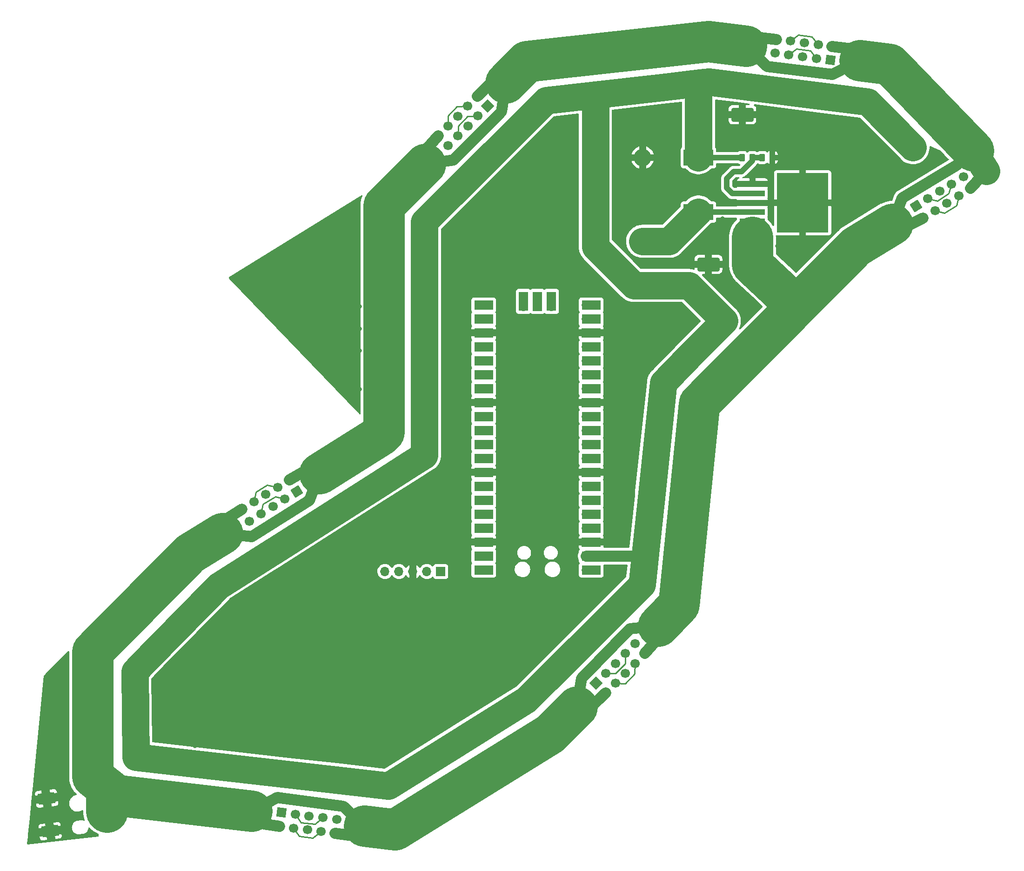
<source format=gbr>
%TF.GenerationSoftware,KiCad,Pcbnew,(6.0.1)*%
%TF.CreationDate,2022-03-18T19:46:03+01:00*%
%TF.ProjectId,pcb_v1,7063625f-7631-42e6-9b69-6361645f7063,v1*%
%TF.SameCoordinates,Original*%
%TF.FileFunction,Copper,L2,Bot*%
%TF.FilePolarity,Positive*%
%FSLAX46Y46*%
G04 Gerber Fmt 4.6, Leading zero omitted, Abs format (unit mm)*
G04 Created by KiCad (PCBNEW (6.0.1)) date 2022-03-18 19:46:03*
%MOMM*%
%LPD*%
G01*
G04 APERTURE LIST*
G04 Aperture macros list*
%AMRoundRect*
0 Rectangle with rounded corners*
0 $1 Rounding radius*
0 $2 $3 $4 $5 $6 $7 $8 $9 X,Y pos of 4 corners*
0 Add a 4 corners polygon primitive as box body*
4,1,4,$2,$3,$4,$5,$6,$7,$8,$9,$2,$3,0*
0 Add four circle primitives for the rounded corners*
1,1,$1+$1,$2,$3*
1,1,$1+$1,$4,$5*
1,1,$1+$1,$6,$7*
1,1,$1+$1,$8,$9*
0 Add four rect primitives between the rounded corners*
20,1,$1+$1,$2,$3,$4,$5,0*
20,1,$1+$1,$4,$5,$6,$7,0*
20,1,$1+$1,$6,$7,$8,$9,0*
20,1,$1+$1,$8,$9,$2,$3,0*%
%AMHorizOval*
0 Thick line with rounded ends*
0 $1 width*
0 $2 $3 position (X,Y) of the first rounded end (center of the circle)*
0 $4 $5 position (X,Y) of the second rounded end (center of the circle)*
0 Add line between two ends*
20,1,$1,$2,$3,$4,$5,0*
0 Add two circle primitives to create the rounded ends*
1,1,$1,$2,$3*
1,1,$1,$4,$5*%
%AMRotRect*
0 Rectangle, with rotation*
0 The origin of the aperture is its center*
0 $1 length*
0 $2 width*
0 $3 Rotation angle, in degrees counterclockwise*
0 Add horizontal line*
21,1,$1,$2,0,0,$3*%
G04 Aperture macros list end*
%TA.AperFunction,SMDPad,CuDef*%
%ADD10RoundRect,0.250000X0.262500X0.450000X-0.262500X0.450000X-0.262500X-0.450000X0.262500X-0.450000X0*%
%TD*%
%TA.AperFunction,ComponentPad*%
%ADD11R,1.700000X1.700000*%
%TD*%
%TA.AperFunction,ComponentPad*%
%ADD12O,1.700000X1.700000*%
%TD*%
%TA.AperFunction,SMDPad,CuDef*%
%ADD13RoundRect,0.250000X1.750000X1.000000X-1.750000X1.000000X-1.750000X-1.000000X1.750000X-1.000000X0*%
%TD*%
%TA.AperFunction,SMDPad,CuDef*%
%ADD14RotRect,3.000000X2.000000X6.300000*%
%TD*%
%TA.AperFunction,ComponentPad*%
%ADD15RotRect,1.700000X1.700000X262.800000*%
%TD*%
%TA.AperFunction,ComponentPad*%
%ADD16HorizOval,1.700000X0.000000X0.000000X0.000000X0.000000X0*%
%TD*%
%TA.AperFunction,ComponentPad*%
%ADD17RotRect,1.700000X1.700000X121.800000*%
%TD*%
%TA.AperFunction,ComponentPad*%
%ADD18HorizOval,1.700000X0.000000X0.000000X0.000000X0.000000X0*%
%TD*%
%TA.AperFunction,SMDPad,CuDef*%
%ADD19RoundRect,0.250000X-1.750000X-1.000000X1.750000X-1.000000X1.750000X1.000000X-1.750000X1.000000X0*%
%TD*%
%TA.AperFunction,SMDPad,CuDef*%
%ADD20R,5.400000X2.900000*%
%TD*%
%TA.AperFunction,ComponentPad*%
%ADD21RotRect,1.700000X1.700000X82.800000*%
%TD*%
%TA.AperFunction,ComponentPad*%
%ADD22HorizOval,1.700000X0.000000X0.000000X0.000000X0.000000X0*%
%TD*%
%TA.AperFunction,SMDPad,CuDef*%
%ADD23R,4.600000X1.100000*%
%TD*%
%TA.AperFunction,SMDPad,CuDef*%
%ADD24R,9.400000X10.800000*%
%TD*%
%TA.AperFunction,ComponentPad*%
%ADD25R,3.200000X3.200000*%
%TD*%
%TA.AperFunction,ComponentPad*%
%ADD26O,3.200000X3.200000*%
%TD*%
%TA.AperFunction,ComponentPad*%
%ADD27RotRect,1.700000X1.700000X135.300000*%
%TD*%
%TA.AperFunction,ComponentPad*%
%ADD28HorizOval,1.700000X0.000000X0.000000X0.000000X0.000000X0*%
%TD*%
%TA.AperFunction,SMDPad,CuDef*%
%ADD29R,3.500000X1.700000*%
%TD*%
%TA.AperFunction,SMDPad,CuDef*%
%ADD30R,1.700000X3.500000*%
%TD*%
%TA.AperFunction,ComponentPad*%
%ADD31RotRect,1.700000X1.700000X301.800000*%
%TD*%
%TA.AperFunction,ComponentPad*%
%ADD32HorizOval,1.700000X0.000000X0.000000X0.000000X0.000000X0*%
%TD*%
%TA.AperFunction,ComponentPad*%
%ADD33RotRect,1.700000X1.700000X315.300000*%
%TD*%
%TA.AperFunction,ComponentPad*%
%ADD34HorizOval,1.700000X0.000000X0.000000X0.000000X0.000000X0*%
%TD*%
%TA.AperFunction,ViaPad*%
%ADD35C,0.800000*%
%TD*%
%TA.AperFunction,Conductor*%
%ADD36C,5.000000*%
%TD*%
%TA.AperFunction,Conductor*%
%ADD37C,1.000000*%
%TD*%
%TA.AperFunction,Conductor*%
%ADD38C,2.000000*%
%TD*%
%TA.AperFunction,Conductor*%
%ADD39C,7.500000*%
%TD*%
%TA.AperFunction,Conductor*%
%ADD40C,0.250000*%
%TD*%
G04 APERTURE END LIST*
D10*
%TO.P,R1,1*%
%TO.N,Net-(R1-Pad1)*%
X195422500Y-52870000D03*
%TO.P,R1,2*%
%TO.N,+5V*%
X193597500Y-52870000D03*
%TD*%
D11*
%TO.P,J8,1,Pin_1*%
%TO.N,/RX*%
X138750000Y-128220000D03*
D12*
%TO.P,J8,2,Pin_2*%
%TO.N,/CS*%
X136210000Y-128220000D03*
%TO.P,J8,3,Pin_3*%
%TO.N,GND*%
X133670000Y-128220000D03*
%TO.P,J8,4,Pin_4*%
%TO.N,/CSK*%
X131130000Y-128220000D03*
%TO.P,J8,5,Pin_5*%
%TO.N,/TX*%
X128590000Y-128220000D03*
%TD*%
D13*
%TO.P,C17,1*%
%TO.N,+24V*%
X195482500Y-72310000D03*
%TO.P,C17,2*%
%TO.N,GND*%
X187482500Y-72310000D03*
%TD*%
D14*
%TO.P,J7,1*%
%TO.N,+24V*%
X78614661Y-174292270D03*
X77956255Y-168328504D03*
%TO.P,J7,2*%
%TO.N,GND*%
X67022685Y-169535582D03*
%TO.P,J7,3*%
X67681091Y-175499348D03*
%TD*%
D10*
%TO.P,R2,1*%
%TO.N,GND*%
X199072500Y-52860000D03*
%TO.P,R2,2*%
%TO.N,Net-(R1-Pad1)*%
X197247500Y-52860000D03*
%TD*%
D15*
%TO.P,J2,1,Pin_1*%
%TO.N,GND*%
X109748404Y-172103336D03*
D16*
%TO.P,J2,2,Pin_2*%
%TO.N,+24V*%
X109430058Y-174623307D03*
%TO.P,J2,3,Pin_3*%
%TO.N,/SDA*%
X112268375Y-172421682D03*
%TO.P,J2,4,Pin_4*%
%TO.N,/SCL*%
X111950029Y-174941654D03*
%TO.P,J2,5,Pin_5*%
%TO.N,/SEL2*%
X114788347Y-172740029D03*
%TO.P,J2,6,Pin_6*%
X114470000Y-175260000D03*
%TO.P,J2,7,Pin_7*%
%TO.N,/SDA*%
X117308318Y-173058375D03*
%TO.P,J2,8,Pin_8*%
%TO.N,/SCL*%
X116989972Y-175578347D03*
%TO.P,J2,9,Pin_9*%
%TO.N,GND*%
X119828289Y-173376722D03*
%TO.P,J2,10,Pin_10*%
%TO.N,+24V*%
X119509943Y-175896693D03*
%TD*%
D17*
%TO.P,J1,1,Pin_1*%
%TO.N,GND*%
X112555923Y-113691792D03*
D18*
%TO.P,J1,2,Pin_2*%
%TO.N,+24V*%
X111217455Y-111533065D03*
%TO.P,J1,3,Pin_3*%
%TO.N,/SDA*%
X110397196Y-115030260D03*
%TO.P,J1,4,Pin_4*%
%TO.N,/SCL*%
X109058728Y-112871532D03*
%TO.P,J1,5,Pin_5*%
%TO.N,/SEL1*%
X108238468Y-116368727D03*
%TO.P,J1,6,Pin_6*%
X106900000Y-114210000D03*
%TO.P,J1,7,Pin_7*%
%TO.N,/SDA*%
X106079741Y-117707195D03*
%TO.P,J1,8,Pin_8*%
%TO.N,/SCL*%
X104741273Y-115548468D03*
%TO.P,J1,9,Pin_9*%
%TO.N,GND*%
X103921013Y-119045663D03*
%TO.P,J1,10,Pin_10*%
%TO.N,+24V*%
X102582546Y-116886935D03*
%TD*%
D19*
%TO.P,C18,1*%
%TO.N,+5V*%
X185657500Y-45060000D03*
%TO.P,C18,2*%
%TO.N,GND*%
X193657500Y-45060000D03*
%TD*%
D20*
%TO.P,L1,1,1*%
%TO.N,Net-(D17-Pad1)*%
X185660000Y-62780000D03*
%TO.P,L1,2,2*%
%TO.N,+5V*%
X185660000Y-52880000D03*
%TD*%
D21*
%TO.P,J5,1,Pin_1*%
%TO.N,GND*%
X209651596Y-35136664D03*
D22*
%TO.P,J5,2,Pin_2*%
%TO.N,+24V*%
X209969942Y-32616693D03*
%TO.P,J5,3,Pin_3*%
%TO.N,/SDA*%
X207131625Y-34818318D03*
%TO.P,J5,4,Pin_4*%
%TO.N,/SCL*%
X207449971Y-32298346D03*
%TO.P,J5,5,Pin_5*%
%TO.N,/SEL5*%
X204611653Y-34499971D03*
%TO.P,J5,6,Pin_6*%
X204930000Y-31980000D03*
%TO.P,J5,7,Pin_7*%
%TO.N,/SDA*%
X202091682Y-34181625D03*
%TO.P,J5,8,Pin_8*%
%TO.N,/SCL*%
X202410028Y-31661653D03*
%TO.P,J5,9,Pin_9*%
%TO.N,GND*%
X199571711Y-33863278D03*
%TO.P,J5,10,Pin_10*%
%TO.N,+24V*%
X199890057Y-31343307D03*
%TD*%
D23*
%TO.P,U2,1,VIN*%
%TO.N,+24V*%
X195455000Y-64500000D03*
%TO.P,U2,2,OUT*%
%TO.N,Net-(D17-Pad1)*%
X195455000Y-62800000D03*
%TO.P,U2,3,GND*%
%TO.N,GND*%
X195455000Y-61100000D03*
D24*
X204605000Y-61100000D03*
D23*
%TO.P,U2,4,FB*%
%TO.N,Net-(R1-Pad1)*%
X195455000Y-59400000D03*
%TO.P,U2,5,~{ON}/OFF*%
%TO.N,GND*%
X195455000Y-57700000D03*
%TD*%
D25*
%TO.P,D17,1,K*%
%TO.N,Net-(D17-Pad1)*%
X175495000Y-68110000D03*
D26*
%TO.P,D17,2,A*%
%TO.N,GND*%
X175495000Y-52870000D03*
%TD*%
D27*
%TO.P,J6,1,Pin_1*%
%TO.N,GND*%
X147258676Y-43485761D03*
D28*
%TO.P,J6,2,Pin_2*%
%TO.N,+24V*%
X145453245Y-41699138D03*
%TO.P,J6,3,Pin_3*%
%TO.N,/SDA*%
X145472053Y-45291192D03*
%TO.P,J6,4,Pin_4*%
%TO.N,/SCL*%
X143666623Y-43504569D03*
%TO.P,J6,5,Pin_5*%
%TO.N,/SEL6*%
X143685431Y-47096622D03*
%TO.P,J6,6,Pin_6*%
X141880000Y-45310000D03*
%TO.P,J6,7,Pin_7*%
%TO.N,/SDA*%
X141898808Y-48902053D03*
%TO.P,J6,8,Pin_8*%
%TO.N,/SCL*%
X140093378Y-47115430D03*
%TO.P,J6,9,Pin_9*%
%TO.N,GND*%
X140112186Y-50707484D03*
%TO.P,J6,10,Pin_10*%
%TO.N,+24V*%
X138306755Y-48920861D03*
%TD*%
D12*
%TO.P,U1,1,GPIO0*%
%TO.N,/RX*%
X147460000Y-127965000D03*
D29*
X146560000Y-127965000D03*
%TO.P,U1,2,GPIO1*%
%TO.N,/CS*%
X146560000Y-125425000D03*
D12*
X147460000Y-125425000D03*
D29*
%TO.P,U1,3,GND*%
%TO.N,GND*%
X146560000Y-122885000D03*
D11*
X147460000Y-122885000D03*
D29*
%TO.P,U1,4,GPIO2*%
%TO.N,/CSK*%
X146560000Y-120345000D03*
D12*
X147460000Y-120345000D03*
D29*
%TO.P,U1,5,GPIO3*%
%TO.N,/TX*%
X146560000Y-117805000D03*
D12*
X147460000Y-117805000D03*
D29*
%TO.P,U1,6,GPIO4*%
%TO.N,/RGB_IN*%
X146560000Y-115265000D03*
D12*
X147460000Y-115265000D03*
%TO.P,U1,7,GPIO5*%
%TO.N,/SEL2*%
X147460000Y-112725000D03*
D29*
X146560000Y-112725000D03*
%TO.P,U1,8,GND*%
%TO.N,GND*%
X146560000Y-110185000D03*
D11*
X147460000Y-110185000D03*
D12*
%TO.P,U1,9,GPIO6*%
%TO.N,/SEL1*%
X147460000Y-107645000D03*
D29*
X146560000Y-107645000D03*
%TO.P,U1,10,GPIO7*%
%TO.N,unconnected-(U1-Pad10)*%
X146560000Y-105105000D03*
D12*
X147460000Y-105105000D03*
%TO.P,U1,11,GPIO8*%
%TO.N,/SDA*%
X147460000Y-102565000D03*
D29*
X146560000Y-102565000D03*
D12*
%TO.P,U1,12,GPIO9*%
%TO.N,/SCL*%
X147460000Y-100025000D03*
D29*
X146560000Y-100025000D03*
D11*
%TO.P,U1,13,GND*%
%TO.N,GND*%
X147460000Y-97485000D03*
D29*
X146560000Y-97485000D03*
%TO.P,U1,14,GPIO10*%
%TO.N,unconnected-(U1-Pad14)*%
X146560000Y-94945000D03*
D12*
X147460000Y-94945000D03*
%TO.P,U1,15,GPIO11*%
%TO.N,unconnected-(U1-Pad15)*%
X147460000Y-92405000D03*
D29*
X146560000Y-92405000D03*
D12*
%TO.P,U1,16,GPIO12*%
%TO.N,unconnected-(U1-Pad16)*%
X147460000Y-89865000D03*
D29*
X146560000Y-89865000D03*
D12*
%TO.P,U1,17,GPIO13*%
%TO.N,unconnected-(U1-Pad17)*%
X147460000Y-87325000D03*
D29*
X146560000Y-87325000D03*
D11*
%TO.P,U1,18,GND*%
%TO.N,GND*%
X147460000Y-84785000D03*
D29*
X146560000Y-84785000D03*
D12*
%TO.P,U1,19,GPIO14*%
%TO.N,unconnected-(U1-Pad19)*%
X147460000Y-82245000D03*
D29*
X146560000Y-82245000D03*
%TO.P,U1,20,GPIO15*%
%TO.N,/SEL6*%
X146560000Y-79705000D03*
D12*
X147460000Y-79705000D03*
%TO.P,U1,21,GPIO16*%
%TO.N,/SEL5*%
X165240000Y-79705000D03*
D29*
X166140000Y-79705000D03*
%TO.P,U1,22,GPIO17*%
%TO.N,unconnected-(U1-Pad22)*%
X166140000Y-82245000D03*
D12*
X165240000Y-82245000D03*
D11*
%TO.P,U1,23,GND*%
%TO.N,GND*%
X165240000Y-84785000D03*
D29*
X166140000Y-84785000D03*
D12*
%TO.P,U1,24,GPIO18*%
%TO.N,/SEL4*%
X165240000Y-87325000D03*
D29*
X166140000Y-87325000D03*
%TO.P,U1,25,GPIO19*%
%TO.N,unconnected-(U1-Pad25)*%
X166140000Y-89865000D03*
D12*
X165240000Y-89865000D03*
D29*
%TO.P,U1,26,GPIO20*%
%TO.N,unconnected-(U1-Pad26)*%
X166140000Y-92405000D03*
D12*
X165240000Y-92405000D03*
%TO.P,U1,27,GPIO21*%
%TO.N,unconnected-(U1-Pad27)*%
X165240000Y-94945000D03*
D29*
X166140000Y-94945000D03*
%TO.P,U1,28,GND*%
%TO.N,GND*%
X166140000Y-97485000D03*
D11*
X165240000Y-97485000D03*
D12*
%TO.P,U1,29,GPIO22*%
%TO.N,unconnected-(U1-Pad29)*%
X165240000Y-100025000D03*
D29*
X166140000Y-100025000D03*
D12*
%TO.P,U1,30,RUN*%
%TO.N,unconnected-(U1-Pad30)*%
X165240000Y-102565000D03*
D29*
X166140000Y-102565000D03*
D12*
%TO.P,U1,31,GPIO26_ADC0*%
%TO.N,unconnected-(U1-Pad31)*%
X165240000Y-105105000D03*
D29*
X166140000Y-105105000D03*
D12*
%TO.P,U1,32,GPIO27_ADC1*%
%TO.N,unconnected-(U1-Pad32)*%
X165240000Y-107645000D03*
D29*
X166140000Y-107645000D03*
D11*
%TO.P,U1,33,AGND*%
%TO.N,GND*%
X165240000Y-110185000D03*
D29*
X166140000Y-110185000D03*
%TO.P,U1,34,GPIO28_ADC2*%
%TO.N,/SEL3*%
X166140000Y-112725000D03*
D12*
X165240000Y-112725000D03*
D29*
%TO.P,U1,35,ADC_VREF*%
%TO.N,unconnected-(U1-Pad35)*%
X166140000Y-115265000D03*
D12*
X165240000Y-115265000D03*
%TO.P,U1,36,3V3*%
%TO.N,unconnected-(U1-Pad36)*%
X165240000Y-117805000D03*
D29*
X166140000Y-117805000D03*
%TO.P,U1,37,3V3_EN*%
%TO.N,unconnected-(U1-Pad37)*%
X166140000Y-120345000D03*
D12*
X165240000Y-120345000D03*
D11*
%TO.P,U1,38,GND*%
%TO.N,GND*%
X165240000Y-122885000D03*
D29*
X166140000Y-122885000D03*
D12*
%TO.P,U1,39,VSYS*%
%TO.N,+5V*%
X165240000Y-125425000D03*
D29*
X166140000Y-125425000D03*
D12*
%TO.P,U1,40,VBUS*%
%TO.N,unconnected-(U1-Pad40)*%
X165240000Y-127965000D03*
D29*
X166140000Y-127965000D03*
D12*
%TO.P,U1,41,SWCLK*%
%TO.N,unconnected-(U1-Pad41)*%
X153810000Y-79935000D03*
D30*
X153810000Y-79035000D03*
D11*
%TO.P,U1,42,GND*%
%TO.N,unconnected-(U1-Pad42)*%
X156350000Y-79935000D03*
D30*
X156350000Y-79035000D03*
D12*
%TO.P,U1,43,SWDIO*%
%TO.N,unconnected-(U1-Pad43)*%
X158890000Y-79935000D03*
D30*
X158890000Y-79035000D03*
%TD*%
D31*
%TO.P,J4,1,Pin_1*%
%TO.N,GND*%
X225214077Y-61688208D03*
D32*
%TO.P,J4,2,Pin_2*%
%TO.N,+24V*%
X226552545Y-63846935D03*
%TO.P,J4,3,Pin_3*%
%TO.N,/SDA*%
X227372804Y-60349740D03*
%TO.P,J4,4,Pin_4*%
%TO.N,/SCL*%
X228711272Y-62508468D03*
%TO.P,J4,5,Pin_5*%
%TO.N,/SEL4*%
X229531532Y-59011273D03*
%TO.P,J4,6,Pin_6*%
X230870000Y-61170000D03*
%TO.P,J4,7,Pin_7*%
%TO.N,/SDA*%
X231690259Y-57672805D03*
%TO.P,J4,8,Pin_8*%
%TO.N,/SCL*%
X233028727Y-59831532D03*
%TO.P,J4,9,Pin_9*%
%TO.N,GND*%
X233848987Y-56334337D03*
%TO.P,J4,10,Pin_10*%
%TO.N,+24V*%
X235187454Y-58493065D03*
%TD*%
D33*
%TO.P,J3,1,Pin_1*%
%TO.N,GND*%
X166971324Y-148584239D03*
D34*
%TO.P,J3,2,Pin_2*%
%TO.N,+24V*%
X168776755Y-150370862D03*
%TO.P,J3,3,Pin_3*%
%TO.N,/SDA*%
X168757947Y-146778808D03*
%TO.P,J3,4,Pin_4*%
%TO.N,/SCL*%
X170563377Y-148565431D03*
%TO.P,J3,5,Pin_5*%
%TO.N,/SEL3*%
X170544569Y-144973378D03*
%TO.P,J3,6,Pin_6*%
X172350000Y-146760000D03*
%TO.P,J3,7,Pin_7*%
%TO.N,/SDA*%
X172331192Y-143167947D03*
%TO.P,J3,8,Pin_8*%
%TO.N,/SCL*%
X174136622Y-144954570D03*
%TO.P,J3,9,Pin_9*%
%TO.N,GND*%
X174117814Y-141362516D03*
%TO.P,J3,10,Pin_10*%
%TO.N,+24V*%
X175923245Y-143149139D03*
%TD*%
D35*
%TO.N,GND*%
X188000000Y-66000000D03*
X122000000Y-128000000D03*
X151000000Y-88000000D03*
X155000000Y-73000000D03*
X210000000Y-53000000D03*
X162000000Y-92000000D03*
X98000000Y-144000000D03*
X110000000Y-160000000D03*
X140000000Y-73000000D03*
X110000000Y-129000000D03*
X143000000Y-88000000D03*
X139000000Y-140000000D03*
X127000000Y-124000000D03*
X122000000Y-144000000D03*
X174000000Y-80000000D03*
X131000000Y-144000000D03*
X114000000Y-132000000D03*
X190000000Y-49000000D03*
X138000000Y-120000000D03*
X151000000Y-84000000D03*
X143000000Y-136000000D03*
X159000000Y-65000000D03*
X186000000Y-68000000D03*
X140000000Y-92000000D03*
X131000000Y-140000000D03*
X172000000Y-128000000D03*
X147000000Y-140000000D03*
X162000000Y-104000000D03*
X168000000Y-132000000D03*
X155000000Y-88000000D03*
X122000000Y-152000000D03*
X198000000Y-49000000D03*
X135000000Y-125000000D03*
X214000000Y-49000000D03*
X90000000Y-149000000D03*
X162000000Y-128000000D03*
X143000000Y-65000000D03*
X170000000Y-114000000D03*
X124000000Y-80000000D03*
X219000000Y-53000000D03*
X188000000Y-68000000D03*
X139000000Y-136000000D03*
X210000000Y-49000000D03*
X210000000Y-46000000D03*
X211000000Y-61000000D03*
X102000000Y-160000000D03*
X118000000Y-156000000D03*
X118000000Y-144000000D03*
X170000000Y-84000000D03*
X206000000Y-45000000D03*
X135000000Y-116000000D03*
X121000000Y-92000000D03*
X147000000Y-136000000D03*
X127000000Y-156000000D03*
X170000000Y-122000000D03*
X159000000Y-73000000D03*
X164000000Y-76000000D03*
X193500000Y-79000000D03*
X139000000Y-132000000D03*
X146000000Y-69000000D03*
X126000000Y-128000000D03*
X106000000Y-156000000D03*
X143000000Y-105000000D03*
X114000000Y-140000000D03*
X117000000Y-76000000D03*
X143000000Y-152000000D03*
X131000000Y-148000000D03*
X162000000Y-84000000D03*
X121000000Y-80000000D03*
X110000000Y-132000000D03*
X131000000Y-136000000D03*
X162000000Y-131000000D03*
X226000000Y-55000000D03*
X170000000Y-90000000D03*
X127000000Y-162000000D03*
X140000000Y-100000000D03*
X173000000Y-57000000D03*
X143000000Y-80000000D03*
X117000000Y-84000000D03*
X139000000Y-152000000D03*
X162000000Y-96000000D03*
X155000000Y-120000000D03*
X118000000Y-124000000D03*
X147000000Y-144000000D03*
X151000000Y-128000000D03*
X151000000Y-96000000D03*
X158000000Y-120000000D03*
X143000000Y-69000000D03*
X118000000Y-128000000D03*
X151000000Y-80000000D03*
X110000000Y-144000000D03*
X140000000Y-84000000D03*
X121000000Y-88000000D03*
X161000000Y-140000000D03*
X127000000Y-144000000D03*
X173000000Y-61000000D03*
X189000000Y-60000000D03*
X174000000Y-98000000D03*
X185000000Y-57000000D03*
X124000000Y-84000000D03*
X151000000Y-65000000D03*
X190000000Y-64000000D03*
X151000000Y-73000000D03*
X181000000Y-53000000D03*
X131000000Y-156000000D03*
X158000000Y-92000000D03*
X140000000Y-96000000D03*
X98000000Y-152000000D03*
X127000000Y-148000000D03*
X160000000Y-47000000D03*
X155000000Y-84000000D03*
X94000000Y-156000000D03*
X69000000Y-148000000D03*
X140000000Y-110000000D03*
X102000000Y-140000000D03*
X181000000Y-49000000D03*
X122000000Y-136000000D03*
X94000000Y-148000000D03*
X202000000Y-53000000D03*
X162000000Y-49000000D03*
X151000000Y-112000000D03*
X159000000Y-57000000D03*
X158000000Y-100000000D03*
X127000000Y-152000000D03*
X127000000Y-136000000D03*
X195000000Y-80500000D03*
X181000000Y-72000000D03*
X69000000Y-167000000D03*
X190000000Y-66000000D03*
X211000000Y-57000000D03*
X110000000Y-136000000D03*
X159000000Y-69000000D03*
X194000000Y-49000000D03*
X143000000Y-144000000D03*
X124000000Y-162000000D03*
X177000000Y-45000000D03*
X143000000Y-73000000D03*
X189000000Y-57000000D03*
X140000000Y-76000000D03*
X122000000Y-148000000D03*
X170000000Y-80000000D03*
X118000000Y-140000000D03*
X171000000Y-55000000D03*
X106000000Y-144000000D03*
X146000000Y-73000000D03*
X147000000Y-132000000D03*
X69000000Y-152000000D03*
X155000000Y-61000000D03*
X175800000Y-87410000D03*
X167000000Y-76000000D03*
X200000000Y-69000000D03*
X131000000Y-132000000D03*
X158000000Y-136000000D03*
X155000000Y-108000000D03*
X158000000Y-84000000D03*
X122000000Y-121000000D03*
X135000000Y-132000000D03*
X170000000Y-110000000D03*
X162000000Y-88000000D03*
X177000000Y-49000000D03*
X94000000Y-152000000D03*
X183130000Y-82630000D03*
X155000000Y-104000000D03*
X130000000Y-162000000D03*
X135000000Y-144000000D03*
X211000000Y-64000000D03*
X69000000Y-160000000D03*
X162000000Y-112000000D03*
X146000000Y-65000000D03*
X180090000Y-80670000D03*
X155000000Y-132000000D03*
X181000000Y-61000000D03*
X162000000Y-81000000D03*
X151000000Y-100000000D03*
X98000000Y-160000000D03*
X151000000Y-76000000D03*
X143000000Y-132000000D03*
X155000000Y-140000000D03*
X150000000Y-61000000D03*
X173000000Y-65000000D03*
X143000000Y-100000000D03*
X143000000Y-148000000D03*
X198000000Y-45000000D03*
X122000000Y-132000000D03*
X140000000Y-69000000D03*
X114000000Y-129000000D03*
X106000000Y-136000000D03*
X110000000Y-156000000D03*
X114000000Y-156000000D03*
X102000000Y-148000000D03*
X151000000Y-116000000D03*
X131000000Y-121000000D03*
X135000000Y-136000000D03*
X177000000Y-61000000D03*
X206000000Y-69000000D03*
X202000000Y-45000000D03*
X170000000Y-98000000D03*
X158000000Y-116000000D03*
X139000000Y-148000000D03*
X110000000Y-140000000D03*
X229000000Y-52000000D03*
X158000000Y-132000000D03*
X146000000Y-76000000D03*
X114000000Y-136000000D03*
X158000000Y-49000000D03*
X164000000Y-73000000D03*
X123000000Y-66000000D03*
X118000000Y-152000000D03*
X127000000Y-132000000D03*
X159000000Y-76000000D03*
X143000000Y-84000000D03*
X157000000Y-144000000D03*
X223000000Y-55000000D03*
X151000000Y-140000000D03*
X162000000Y-53000000D03*
X170000000Y-94000000D03*
X206000000Y-53000000D03*
X174000000Y-102000000D03*
X155000000Y-100000000D03*
X106000000Y-132000000D03*
X214000000Y-61000000D03*
X106000000Y-148000000D03*
X102000000Y-144000000D03*
X162000000Y-100000000D03*
X154000000Y-57000000D03*
X125000000Y-119000000D03*
X158000000Y-112000000D03*
X120000000Y-69000000D03*
X118000000Y-132000000D03*
X69000000Y-156000000D03*
X155000000Y-112000000D03*
X94000000Y-144000000D03*
X189500000Y-75500000D03*
X127000000Y-140000000D03*
X222000000Y-58500000D03*
X155000000Y-123000000D03*
X151000000Y-69000000D03*
X177000000Y-57000000D03*
X151000000Y-124000000D03*
X114000000Y-144000000D03*
X190000000Y-45000000D03*
X151000000Y-108000000D03*
X162000000Y-120000000D03*
X158000000Y-123000000D03*
X131000000Y-152000000D03*
X102000000Y-136000000D03*
X98000000Y-148000000D03*
X143000000Y-140000000D03*
X214000000Y-53000000D03*
X135000000Y-152000000D03*
X151000000Y-136000000D03*
X146000000Y-61000000D03*
X162000000Y-108000000D03*
X117000000Y-88000000D03*
X122000000Y-156000000D03*
X102000000Y-152000000D03*
X114000000Y-148000000D03*
X94000000Y-160000000D03*
X139000000Y-144000000D03*
X141000000Y-117000000D03*
X143000000Y-92000000D03*
X98000000Y-140000000D03*
X140000000Y-88000000D03*
X137000000Y-111000000D03*
X138000000Y-124000000D03*
X184000000Y-70000000D03*
X114000000Y-160000000D03*
X155000000Y-92000000D03*
X203000000Y-69000000D03*
X155000000Y-116000000D03*
X143000000Y-110000000D03*
X202000000Y-49000000D03*
X181000000Y-57000000D03*
X106000000Y-152000000D03*
X140000000Y-105000000D03*
X143000000Y-122000000D03*
X155000000Y-136000000D03*
X151000000Y-92000000D03*
X158000000Y-88000000D03*
X121000000Y-84000000D03*
X206000000Y-49000000D03*
X185000000Y-59000000D03*
X181000000Y-45000000D03*
X190000000Y-68000000D03*
X135000000Y-113000000D03*
X124000000Y-95000000D03*
X143000000Y-96000000D03*
X151000000Y-132000000D03*
X220000000Y-60000000D03*
X71000000Y-169000000D03*
X151000000Y-120000000D03*
X90000000Y-156000000D03*
X106000000Y-140000000D03*
X170000000Y-118000000D03*
X171000000Y-52000000D03*
X170000000Y-102000000D03*
X118000000Y-148000000D03*
X143000000Y-76000000D03*
X155000000Y-65000000D03*
X140000000Y-80000000D03*
X151000000Y-144000000D03*
X177000000Y-64000000D03*
X214000000Y-57000000D03*
X117000000Y-72000000D03*
X106000000Y-160000000D03*
X69000000Y-164000000D03*
X159000000Y-61000000D03*
X152000000Y-149000000D03*
X147000000Y-148000000D03*
X173000000Y-49000000D03*
X155000000Y-96000000D03*
X155000000Y-69000000D03*
X162000000Y-124000000D03*
X158000000Y-108000000D03*
X177000000Y-72000000D03*
X174000000Y-94000000D03*
X158000000Y-104000000D03*
X102000000Y-156000000D03*
X155000000Y-76000000D03*
X162000000Y-116000000D03*
X141000000Y-124000000D03*
X170000000Y-106000000D03*
X158000000Y-96000000D03*
X124000000Y-88000000D03*
X151000000Y-104000000D03*
X135000000Y-140000000D03*
X110000000Y-148000000D03*
X135000000Y-148000000D03*
X122000000Y-140000000D03*
X114000000Y-152000000D03*
X217000000Y-58000000D03*
X118000000Y-136000000D03*
X170000000Y-130000000D03*
X117000000Y-80000000D03*
X90000000Y-152000000D03*
X110000000Y-152000000D03*
X150000000Y-57000000D03*
X158000000Y-140000000D03*
X98000000Y-156000000D03*
%TO.N,+5V*%
X119694741Y-166145259D03*
X143215610Y-158535610D03*
X153383856Y-47013856D03*
X108476512Y-124406512D03*
X190360000Y-82590000D03*
X199612192Y-40617808D03*
X167525693Y-138435693D03*
X127141746Y-112561746D03*
X83230000Y-162010000D03*
X177054367Y-114774367D03*
X223251605Y-51548395D03*
X184566416Y-88456416D03*
X135776643Y-92813357D03*
X84476754Y-144976754D03*
X166881351Y-41461351D03*
X135772381Y-74697619D03*
%TD*%
D36*
%TO.N,Net-(D17-Pad1)*%
X175495000Y-68110000D02*
X180330000Y-68110000D01*
X180330000Y-68110000D02*
X185660000Y-62780000D01*
D37*
X195435000Y-62780000D02*
X195455000Y-62800000D01*
X185660000Y-62780000D02*
X195435000Y-62780000D01*
D36*
%TO.N,+5V*%
X190360000Y-82590000D02*
X183925489Y-76155489D01*
X135780000Y-107080000D02*
X135776643Y-92813357D01*
D38*
X165240000Y-125425000D02*
X175474438Y-125425000D01*
D36*
X175370000Y-130610000D02*
X171485391Y-134485391D01*
X173945489Y-76155489D02*
X166881351Y-69091351D01*
X171485391Y-134485391D02*
X167525693Y-138435693D01*
X154300000Y-151630000D02*
X143215610Y-158535610D01*
X83080000Y-146400000D02*
X84476754Y-144976754D01*
X216460000Y-42750000D02*
X224680000Y-51050000D01*
X141576673Y-159556673D02*
X129260000Y-167230000D01*
X187917449Y-85037449D02*
X184566416Y-88456416D01*
X135770000Y-64580000D02*
X153383856Y-47013856D01*
X185660000Y-45062500D02*
X185657500Y-45060000D01*
X179280000Y-93850000D02*
X177054367Y-114774367D01*
X135772381Y-74697619D02*
X135770000Y-64580000D01*
X133088193Y-108788193D02*
X135780000Y-107080000D01*
X166881351Y-41461351D02*
X179708910Y-39988910D01*
X177054367Y-114774367D02*
X175974719Y-124924719D01*
X199612192Y-40617808D02*
X216460000Y-42750000D01*
X190360000Y-82594898D02*
X187917449Y-85037449D01*
X167525693Y-138435693D02*
X154300000Y-151630000D01*
X127141746Y-112561746D02*
X133088193Y-108788193D01*
D37*
X193587500Y-52880000D02*
X193597500Y-52870000D01*
D36*
X179708910Y-39988910D02*
X185853580Y-39283580D01*
X185657500Y-45060000D02*
X185657500Y-39479660D01*
D38*
X175474438Y-125425000D02*
X175974719Y-124924719D01*
D36*
X83230000Y-162010000D02*
X83080000Y-146400000D01*
D37*
X185660000Y-52880000D02*
X193587500Y-52880000D01*
D36*
X129260000Y-167230000D02*
X119694741Y-166145259D01*
X119694741Y-166145259D02*
X83230000Y-162010000D01*
X175974719Y-124924719D02*
X175370000Y-130610000D01*
X157920000Y-42490000D02*
X166881351Y-41461351D01*
X166881351Y-69091351D02*
X166881351Y-41461351D01*
X84476754Y-144976754D02*
X98370000Y-130820000D01*
X108084976Y-124654976D02*
X108476512Y-124406512D01*
X108476512Y-124406512D02*
X127141746Y-112561746D01*
X184566416Y-88456416D02*
X179280000Y-93850000D01*
X98370000Y-130820000D02*
X108084976Y-124654976D01*
X135776643Y-92813357D02*
X135772381Y-74697619D01*
X183925489Y-76155489D02*
X173945489Y-76155489D01*
X185657500Y-39479660D02*
X185853580Y-39283580D01*
X190360000Y-82590000D02*
X190360000Y-82594898D01*
X185660000Y-52880000D02*
X185660000Y-45062500D01*
X187540000Y-39090000D02*
X199612192Y-40617808D01*
X185853580Y-39283580D02*
X187540000Y-39090000D01*
X153383856Y-47013856D02*
X157920000Y-42490000D01*
X143215610Y-158535610D02*
X141576673Y-159556673D01*
D38*
%TO.N,+24V*%
X232510000Y-54300000D02*
X235660000Y-51590000D01*
X150560000Y-39220000D02*
X147670000Y-39460000D01*
D39*
X203506955Y-79846955D02*
X214230000Y-69090000D01*
X154400000Y-35390000D02*
X187500000Y-31710000D01*
X128400000Y-102800686D02*
X128400000Y-61560000D01*
D38*
X177870000Y-140900000D02*
X175923245Y-143149139D01*
X164340000Y-147670000D02*
X173210000Y-138670000D01*
X114880000Y-115270000D02*
X116700000Y-110360000D01*
D39*
X130420000Y-175230000D02*
X158640000Y-157740000D01*
D38*
X222700000Y-60220000D02*
X232510000Y-54300000D01*
X116700000Y-110360000D02*
X114040000Y-109920000D01*
X220950000Y-65010000D02*
X222700000Y-60220000D01*
X109040000Y-169420000D02*
X121030000Y-171000000D01*
D39*
X79680000Y-168990000D02*
X104360000Y-171870000D01*
D38*
X114040000Y-109920000D02*
X111217455Y-111533065D01*
X163530000Y-152840000D02*
X166090000Y-152880000D01*
X214220000Y-33170000D02*
X209969942Y-32616693D01*
X106620000Y-174240000D02*
X109430058Y-174623307D01*
X178320000Y-138100000D02*
X177870000Y-140900000D01*
D39*
X220420000Y-35890000D02*
X235660000Y-51590000D01*
X93078509Y-124935445D02*
X75380000Y-142824539D01*
D38*
X210020000Y-37760000D02*
X215040000Y-35210000D01*
D39*
X77956255Y-168328504D02*
X77956255Y-171956255D01*
D38*
X196200000Y-30950000D02*
X199890057Y-31343307D01*
X136190000Y-51300000D02*
X138306755Y-48920861D01*
X163530000Y-152840000D02*
X164340000Y-147670000D01*
X123290000Y-176370000D02*
X119509943Y-175896693D01*
D39*
X185770000Y-97640000D02*
X203506955Y-79846955D01*
D38*
X104360000Y-171870000D02*
X109040000Y-169420000D01*
D39*
X220420000Y-35890000D02*
X215040000Y-35210000D01*
D38*
X104360000Y-171870000D02*
X106620000Y-174240000D01*
D39*
X127875381Y-103325305D02*
X128400000Y-102800686D01*
D38*
X104320000Y-121860000D02*
X114880000Y-115270000D01*
X135920000Y-54060000D02*
X136190000Y-51300000D01*
X124880000Y-174510000D02*
X123290000Y-176370000D01*
D39*
X187500000Y-31710000D02*
X194380000Y-32540000D01*
D38*
X194380000Y-32540000D02*
X198150000Y-36260000D01*
D39*
X130420000Y-175230000D02*
X124880000Y-174510000D01*
D38*
X147670000Y-39460000D02*
X145453245Y-41699138D01*
X238010000Y-55330000D02*
X235187454Y-58493065D01*
D39*
X214230000Y-69090000D02*
X220950000Y-65010000D01*
X93078509Y-124935445D02*
X99050000Y-121250000D01*
D38*
X215040000Y-35210000D02*
X214220000Y-33170000D01*
X220950000Y-65010000D02*
X223810000Y-65230000D01*
D39*
X195482500Y-72310000D02*
X203506955Y-79846955D01*
D38*
X198150000Y-36260000D02*
X210020000Y-37760000D01*
D39*
X195482500Y-72310000D02*
X195470000Y-67380000D01*
X182100000Y-134260000D02*
X185770000Y-97640000D01*
D38*
X141090000Y-53290000D02*
X149850000Y-44520000D01*
X149850000Y-44520000D02*
X150560000Y-39220000D01*
D39*
X158640000Y-157740000D02*
X163530000Y-152840000D01*
D38*
X166090000Y-152880000D02*
X168776755Y-150370862D01*
D39*
X75380000Y-165590000D02*
X79680000Y-168990000D01*
D38*
X100030000Y-118470000D02*
X102582546Y-116886935D01*
X121030000Y-171000000D02*
X124880000Y-174510000D01*
X194380000Y-32540000D02*
X196200000Y-30950000D01*
D39*
X75380000Y-142824539D02*
X75380000Y-165590000D01*
X182100000Y-134260000D02*
X178320000Y-138100000D01*
D36*
X235660000Y-51590000D02*
X238010000Y-55330000D01*
D38*
X173210000Y-138670000D02*
X178320000Y-138100000D01*
X99050000Y-121250000D02*
X104320000Y-121860000D01*
X99050000Y-121250000D02*
X100030000Y-118470000D01*
D39*
X127875381Y-103325305D02*
X116700000Y-110360000D01*
X128400000Y-61560000D02*
X135920000Y-54060000D01*
D38*
X223810000Y-65230000D02*
X226552545Y-63846935D01*
D39*
X154400000Y-35390000D02*
X150560000Y-39220000D01*
D38*
X135920000Y-54060000D02*
X141090000Y-53290000D01*
D39*
X77956255Y-171956255D02*
X78000000Y-172000000D01*
D40*
%TO.N,/SDA*%
X141910000Y-47130000D02*
X143620000Y-45380000D01*
X106079741Y-117707195D02*
X106390000Y-115940000D01*
X141898808Y-48902053D02*
X141910000Y-47130000D01*
X229180000Y-60720000D02*
X231210000Y-59430000D01*
X172340000Y-144970000D02*
X172331192Y-143167947D01*
X115840000Y-174210000D02*
X117308318Y-173058375D01*
X231210000Y-59430000D02*
X231690259Y-57672805D01*
X227372804Y-60349740D02*
X229180000Y-60720000D01*
X113320000Y-173930000D02*
X115840000Y-174210000D01*
X203500000Y-33090000D02*
X206020000Y-33410000D01*
X206020000Y-33410000D02*
X207131625Y-34818318D01*
X170580000Y-146790000D02*
X172340000Y-144970000D01*
X202091682Y-34181625D02*
X203500000Y-33090000D01*
X112268375Y-172421682D02*
X113320000Y-173930000D01*
X108640000Y-114620000D02*
X110397196Y-115030260D01*
X168757947Y-146778808D02*
X170580000Y-146790000D01*
X106390000Y-115940000D02*
X108640000Y-114620000D01*
X143620000Y-45380000D02*
X145472053Y-45291192D01*
%TO.N,/SCL*%
X107170000Y-112490000D02*
X109058728Y-112871532D01*
X172340000Y-148660000D02*
X174060000Y-146890000D01*
X140093378Y-47115430D02*
X140070000Y-45290000D01*
X111950029Y-174941654D02*
X112960000Y-176430000D01*
X228711272Y-62508468D02*
X230390000Y-62980000D01*
X170563377Y-148565431D02*
X172340000Y-148660000D01*
X174060000Y-146890000D02*
X174136622Y-144954570D01*
X112960000Y-176430000D02*
X115450000Y-176740000D01*
X115450000Y-176740000D02*
X116989972Y-175578347D01*
X104741273Y-115548468D02*
X105090000Y-113790000D01*
X140070000Y-45290000D02*
X141730000Y-43600000D01*
X202410028Y-31661653D02*
X203840000Y-30510000D01*
X230390000Y-62980000D02*
X232600000Y-61600000D01*
X206320000Y-30830000D02*
X207449971Y-32298346D01*
X105090000Y-113790000D02*
X107170000Y-112490000D01*
X141730000Y-43600000D02*
X143666623Y-43504569D01*
X232600000Y-61600000D02*
X233028727Y-59831532D01*
X203840000Y-30510000D02*
X206320000Y-30830000D01*
D37*
%TO.N,Net-(R1-Pad1)*%
X195422500Y-52870000D02*
X197237500Y-52870000D01*
X192040000Y-55400000D02*
X190790000Y-56650000D01*
X195422500Y-53483478D02*
X193505978Y-55400000D01*
X190790000Y-56650000D02*
X190790000Y-58400000D01*
X193505978Y-55400000D02*
X192040000Y-55400000D01*
X197237500Y-52870000D02*
X197247500Y-52860000D01*
X190790000Y-58400000D02*
X191790000Y-59400000D01*
X195422500Y-52870000D02*
X195422500Y-53483478D01*
X191790000Y-59400000D02*
X195455000Y-59400000D01*
%TD*%
%TA.AperFunction,Conductor*%
%TO.N,GND*%
G36*
X163802440Y-44863160D02*
G01*
X163854748Y-44911164D01*
X163872851Y-44976235D01*
X163872851Y-68917920D01*
X163872385Y-68926392D01*
X163872470Y-68926396D01*
X163872280Y-68930029D01*
X163871882Y-68933631D01*
X163871901Y-68937257D01*
X163872849Y-69118375D01*
X163872851Y-69119035D01*
X163872851Y-69179783D01*
X163872956Y-69181602D01*
X163872956Y-69181609D01*
X163873013Y-69182592D01*
X163873219Y-69189168D01*
X163873698Y-69280576D01*
X163882707Y-69355022D01*
X163883408Y-69362871D01*
X163887724Y-69437725D01*
X163888347Y-69441293D01*
X163903438Y-69527759D01*
X163904400Y-69534282D01*
X163915380Y-69625013D01*
X163916226Y-69628538D01*
X163916227Y-69628542D01*
X163932882Y-69697915D01*
X163934487Y-69705665D01*
X163947375Y-69779509D01*
X163973335Y-69867150D01*
X163975032Y-69873478D01*
X163996374Y-69962376D01*
X163997618Y-69965774D01*
X164022141Y-70032786D01*
X164024617Y-70040273D01*
X164045914Y-70112171D01*
X164047335Y-70115502D01*
X164047338Y-70115511D01*
X164053110Y-70129042D01*
X164081603Y-70195842D01*
X164081771Y-70196237D01*
X164084199Y-70202370D01*
X164111979Y-70278280D01*
X164115607Y-70288195D01*
X164117236Y-70291433D01*
X164117239Y-70291441D01*
X164149290Y-70355169D01*
X164152622Y-70362346D01*
X164159502Y-70378476D01*
X164182035Y-70431303D01*
X164227331Y-70510715D01*
X164230434Y-70516503D01*
X164237905Y-70531358D01*
X164271498Y-70598150D01*
X164312658Y-70660810D01*
X164316782Y-70667540D01*
X164353934Y-70732675D01*
X164404728Y-70801822D01*
X164408046Y-70806339D01*
X164411811Y-70811756D01*
X164431718Y-70842061D01*
X164461981Y-70888133D01*
X164464306Y-70890914D01*
X164464310Y-70890919D01*
X164510067Y-70945645D01*
X164514951Y-70951873D01*
X164526690Y-70967853D01*
X164559333Y-71012291D01*
X164566287Y-71019774D01*
X164621553Y-71079248D01*
X164625901Y-71084180D01*
X164658468Y-71123130D01*
X164711429Y-71176091D01*
X164714634Y-71179415D01*
X164795509Y-71266447D01*
X164834769Y-71299979D01*
X164842022Y-71306684D01*
X171695520Y-78160182D01*
X171701188Y-78166510D01*
X171701252Y-78166452D01*
X171703677Y-78169145D01*
X171705948Y-78171980D01*
X171708528Y-78174533D01*
X171837366Y-78302029D01*
X171837833Y-78302495D01*
X171880689Y-78345351D01*
X171882794Y-78347226D01*
X171887594Y-78351734D01*
X171949973Y-78413464D01*
X171949983Y-78413473D01*
X171952560Y-78416023D01*
X171955417Y-78418263D01*
X171955418Y-78418264D01*
X172011556Y-78462281D01*
X172017607Y-78467340D01*
X172073599Y-78517227D01*
X172076566Y-78519313D01*
X172076567Y-78519313D01*
X172148380Y-78569784D01*
X172153675Y-78573717D01*
X172225587Y-78630103D01*
X172228681Y-78631999D01*
X172228691Y-78632006D01*
X172289506Y-78669274D01*
X172296121Y-78673619D01*
X172354473Y-78714630D01*
X172354491Y-78714641D01*
X172357456Y-78716725D01*
X172437791Y-78760343D01*
X172443486Y-78763632D01*
X172521410Y-78811384D01*
X172524702Y-78812912D01*
X172524713Y-78812918D01*
X172589409Y-78842949D01*
X172596479Y-78846505D01*
X172659160Y-78880538D01*
X172659174Y-78880544D01*
X172662361Y-78882275D01*
X172665726Y-78883628D01*
X172665733Y-78883631D01*
X172747157Y-78916363D01*
X172753210Y-78918982D01*
X172832825Y-78955938D01*
X172832830Y-78955940D01*
X172836109Y-78957462D01*
X172907288Y-78981002D01*
X172914722Y-78983723D01*
X172980905Y-79010329D01*
X172980910Y-79010331D01*
X172984274Y-79011683D01*
X173020190Y-79021509D01*
X173072430Y-79035800D01*
X173078740Y-79037704D01*
X173165512Y-79066402D01*
X173229054Y-79079561D01*
X173238912Y-79081602D01*
X173246609Y-79083450D01*
X173315421Y-79102275D01*
X173315424Y-79102276D01*
X173318927Y-79103234D01*
X173376277Y-79112010D01*
X173409273Y-79117059D01*
X173415765Y-79118227D01*
X173501688Y-79136021D01*
X173501693Y-79136022D01*
X173505253Y-79136759D01*
X173559437Y-79141595D01*
X173579912Y-79143422D01*
X173587770Y-79144373D01*
X173640543Y-79152448D01*
X173661884Y-79155714D01*
X173726914Y-79158098D01*
X173753217Y-79159063D01*
X173759800Y-79159477D01*
X173807563Y-79163740D01*
X173807573Y-79163740D01*
X173810358Y-79163989D01*
X173885266Y-79163989D01*
X173889883Y-79164074D01*
X174004962Y-79168294D01*
X174004969Y-79168294D01*
X174008601Y-79168427D01*
X174012222Y-79168142D01*
X174012224Y-79168142D01*
X174060062Y-79164377D01*
X174069948Y-79163989D01*
X182627137Y-79163989D01*
X182695258Y-79183991D01*
X182716232Y-79200894D01*
X186018692Y-82503354D01*
X186052718Y-82565666D01*
X186047653Y-82636481D01*
X186018692Y-82681544D01*
X185878601Y-82821635D01*
X185871309Y-82828374D01*
X185863468Y-82835065D01*
X185779857Y-82920371D01*
X185778967Y-82921269D01*
X185727587Y-82972649D01*
X185719273Y-82981981D01*
X185715201Y-82986338D01*
X182355946Y-86413693D01*
X182355939Y-86413702D01*
X182355923Y-86413718D01*
X181374931Y-87414597D01*
X177565643Y-91301109D01*
X177253721Y-91619354D01*
X177248322Y-91624283D01*
X177248430Y-91624401D01*
X177245753Y-91626857D01*
X177242936Y-91629156D01*
X177110813Y-91765158D01*
X177110533Y-91765444D01*
X177069531Y-91807277D01*
X177068330Y-91808653D01*
X177067106Y-91809976D01*
X177067103Y-91809974D01*
X177063979Y-91813367D01*
X177001179Y-91878009D01*
X176998974Y-91880876D01*
X176998969Y-91880881D01*
X176954698Y-91938428D01*
X176949743Y-91944470D01*
X176901991Y-91999160D01*
X176901981Y-91999173D01*
X176899599Y-92001901D01*
X176897547Y-92004883D01*
X176897536Y-92004898D01*
X176848516Y-92076155D01*
X176844575Y-92081570D01*
X176791837Y-92150122D01*
X176791825Y-92150140D01*
X176789626Y-92152998D01*
X176787762Y-92156103D01*
X176787757Y-92156111D01*
X176750386Y-92218376D01*
X176746160Y-92224947D01*
X176702959Y-92287746D01*
X176660740Y-92367400D01*
X176657479Y-92373176D01*
X176611082Y-92450481D01*
X176579618Y-92519934D01*
X176576181Y-92526934D01*
X176542184Y-92591075D01*
X176542179Y-92591086D01*
X176540477Y-92594297D01*
X176507712Y-92678228D01*
X176505111Y-92684402D01*
X176467912Y-92766514D01*
X176466807Y-92769960D01*
X176466806Y-92769964D01*
X176444643Y-92839115D01*
X176442032Y-92846468D01*
X176414305Y-92917492D01*
X176413385Y-92920994D01*
X176413383Y-92920999D01*
X176391393Y-93004671D01*
X176389525Y-93011081D01*
X176362016Y-93096908D01*
X176347242Y-93171716D01*
X176345502Y-93179284D01*
X176326116Y-93253047D01*
X176325603Y-93256639D01*
X176325603Y-93256640D01*
X176313377Y-93342279D01*
X176312256Y-93348873D01*
X176302668Y-93397422D01*
X176302371Y-93400215D01*
X176302370Y-93400221D01*
X176294619Y-93473097D01*
X176294063Y-93477566D01*
X176277081Y-93596513D01*
X176276984Y-93600153D01*
X176276984Y-93600154D01*
X176275741Y-93646824D01*
X176275079Y-93656796D01*
X174151711Y-113619717D01*
X174077035Y-114321788D01*
X173070615Y-123783692D01*
X173068473Y-123803827D01*
X173041378Y-123869450D01*
X172983106Y-123910007D01*
X172943180Y-123916500D01*
X168523599Y-123916500D01*
X168455478Y-123896498D01*
X168408985Y-123842842D01*
X168397783Y-123783692D01*
X168398000Y-123779682D01*
X168398000Y-123528115D01*
X168393525Y-123512876D01*
X168392135Y-123511671D01*
X168384452Y-123510000D01*
X163900116Y-123510000D01*
X163884877Y-123514475D01*
X163883672Y-123515865D01*
X163882001Y-123523548D01*
X163882001Y-123779669D01*
X163882371Y-123786490D01*
X163887895Y-123837352D01*
X163891521Y-123852604D01*
X163936676Y-123973054D01*
X163945214Y-123988649D01*
X164012942Y-124079018D01*
X164037790Y-124145525D01*
X164022737Y-124214907D01*
X164012942Y-124230148D01*
X163939385Y-124328295D01*
X163888255Y-124464684D01*
X163881500Y-124526866D01*
X163881500Y-124731207D01*
X163873131Y-124776361D01*
X163788167Y-124997702D01*
X163787133Y-125002652D01*
X163787132Y-125002655D01*
X163782596Y-125024371D01*
X163738526Y-125235320D01*
X163727514Y-125477817D01*
X163728095Y-125482837D01*
X163728095Y-125482841D01*
X163743623Y-125617038D01*
X163755415Y-125718956D01*
X163821510Y-125952532D01*
X163823644Y-125957108D01*
X163823646Y-125957114D01*
X163869695Y-126055866D01*
X163881500Y-126109116D01*
X163881500Y-126323134D01*
X163888255Y-126385316D01*
X163939385Y-126521705D01*
X163959372Y-126548373D01*
X164012630Y-126619435D01*
X164037478Y-126685941D01*
X164022425Y-126755324D01*
X164012632Y-126770562D01*
X163939385Y-126868295D01*
X163888255Y-127004684D01*
X163881500Y-127066866D01*
X163881500Y-127885219D01*
X163880787Y-127898607D01*
X163877251Y-127931695D01*
X163877548Y-127936848D01*
X163877548Y-127936851D01*
X163881291Y-128001763D01*
X163881500Y-128009016D01*
X163881500Y-128863134D01*
X163888255Y-128925316D01*
X163939385Y-129061705D01*
X164026739Y-129178261D01*
X164143295Y-129265615D01*
X164279684Y-129316745D01*
X164341866Y-129323500D01*
X165210826Y-129323500D01*
X165215443Y-129323585D01*
X165296673Y-129326564D01*
X165296677Y-129326564D01*
X165301837Y-129326753D01*
X165306957Y-129326097D01*
X165306959Y-129326097D01*
X165319261Y-129324521D01*
X165335271Y-129323500D01*
X167938134Y-129323500D01*
X168000316Y-129316745D01*
X168136705Y-129265615D01*
X168253261Y-129178261D01*
X168340615Y-129061705D01*
X168391745Y-128925316D01*
X168398500Y-128863134D01*
X168398500Y-127066866D01*
X168398391Y-127065864D01*
X168414574Y-126997212D01*
X168465636Y-126947885D01*
X168524101Y-126933500D01*
X172595470Y-126933500D01*
X172663591Y-126953502D01*
X172710084Y-127007158D01*
X172720763Y-127072827D01*
X172577723Y-128417616D01*
X172499729Y-129150886D01*
X172495766Y-129188140D01*
X172468671Y-129253763D01*
X172459463Y-129264014D01*
X172273698Y-129449338D01*
X169332153Y-132383904D01*
X165496560Y-136210395D01*
X165496556Y-136210398D01*
X152428198Y-149247744D01*
X152405842Y-149265481D01*
X141549719Y-156028879D01*
X141549714Y-156028883D01*
X139910782Y-157049942D01*
X139910776Y-157049946D01*
X128595443Y-164099434D01*
X128527050Y-164118478D01*
X128514625Y-164117688D01*
X119945876Y-163145955D01*
X119945871Y-163145955D01*
X119945860Y-163145954D01*
X111102080Y-162143031D01*
X86323519Y-159333035D01*
X86258087Y-159305484D01*
X86217936Y-159246931D01*
X86211724Y-159209048D01*
X86100841Y-147669780D01*
X86120187Y-147601470D01*
X86136906Y-147580315D01*
X86529319Y-147180458D01*
X86529328Y-147180449D01*
X88255338Y-145421702D01*
X100264370Y-133184899D01*
X100286778Y-133166773D01*
X108134492Y-128186695D01*
X127227251Y-128186695D01*
X127227548Y-128191848D01*
X127227548Y-128191851D01*
X127236565Y-128348229D01*
X127240110Y-128409715D01*
X127241247Y-128414761D01*
X127241248Y-128414767D01*
X127262275Y-128508069D01*
X127289222Y-128627639D01*
X127373266Y-128834616D01*
X127410685Y-128895678D01*
X127487291Y-129020688D01*
X127489987Y-129025088D01*
X127636250Y-129193938D01*
X127726382Y-129268767D01*
X127795437Y-129326097D01*
X127808126Y-129336632D01*
X128001000Y-129449338D01*
X128209692Y-129529030D01*
X128214760Y-129530061D01*
X128214763Y-129530062D01*
X128322017Y-129551883D01*
X128428597Y-129573567D01*
X128433772Y-129573757D01*
X128433774Y-129573757D01*
X128646673Y-129581564D01*
X128646677Y-129581564D01*
X128651837Y-129581753D01*
X128656957Y-129581097D01*
X128656959Y-129581097D01*
X128868288Y-129554025D01*
X128868289Y-129554025D01*
X128873416Y-129553368D01*
X128878366Y-129551883D01*
X129082429Y-129490661D01*
X129082434Y-129490659D01*
X129087384Y-129489174D01*
X129287994Y-129390896D01*
X129469860Y-129261173D01*
X129484870Y-129246216D01*
X129564124Y-129167238D01*
X129628096Y-129103489D01*
X129664163Y-129053297D01*
X129758453Y-128922077D01*
X129759776Y-128923028D01*
X129806645Y-128879857D01*
X129876580Y-128867625D01*
X129942026Y-128895144D01*
X129969875Y-128926994D01*
X130029987Y-129025088D01*
X130176250Y-129193938D01*
X130266382Y-129268767D01*
X130335437Y-129326097D01*
X130348126Y-129336632D01*
X130541000Y-129449338D01*
X130749692Y-129529030D01*
X130754760Y-129530061D01*
X130754763Y-129530062D01*
X130862017Y-129551883D01*
X130968597Y-129573567D01*
X130973772Y-129573757D01*
X130973774Y-129573757D01*
X131186673Y-129581564D01*
X131186677Y-129581564D01*
X131191837Y-129581753D01*
X131196957Y-129581097D01*
X131196959Y-129581097D01*
X131408288Y-129554025D01*
X131408289Y-129554025D01*
X131413416Y-129553368D01*
X131418366Y-129551883D01*
X131622429Y-129490661D01*
X131622434Y-129490659D01*
X131627384Y-129489174D01*
X131827994Y-129390896D01*
X132009860Y-129261173D01*
X132024870Y-129246216D01*
X132104124Y-129167238D01*
X132168096Y-129103489D01*
X132204163Y-129053297D01*
X132298453Y-128922077D01*
X132299640Y-128922930D01*
X132346960Y-128879362D01*
X132416897Y-128867145D01*
X132482338Y-128894678D01*
X132510166Y-128926511D01*
X132567694Y-129020388D01*
X132573777Y-129028699D01*
X132713213Y-129189667D01*
X132720580Y-129196883D01*
X132884434Y-129332916D01*
X132892881Y-129338831D01*
X133029359Y-129418582D01*
X133043046Y-129421978D01*
X133043965Y-129420822D01*
X133045000Y-129415526D01*
X133045000Y-129407984D01*
X134295000Y-129407984D01*
X134298973Y-129421515D01*
X134302842Y-129422071D01*
X134303867Y-129421755D01*
X134363095Y-129392739D01*
X134371945Y-129387464D01*
X134545328Y-129263792D01*
X134553200Y-129257139D01*
X134704052Y-129106812D01*
X134710730Y-129098965D01*
X134838022Y-128921819D01*
X134839279Y-128922722D01*
X134886373Y-128879362D01*
X134956311Y-128867145D01*
X135021751Y-128894678D01*
X135049579Y-128926511D01*
X135109987Y-129025088D01*
X135256250Y-129193938D01*
X135346382Y-129268767D01*
X135415437Y-129326097D01*
X135428126Y-129336632D01*
X135621000Y-129449338D01*
X135829692Y-129529030D01*
X135834760Y-129530061D01*
X135834763Y-129530062D01*
X135942017Y-129551883D01*
X136048597Y-129573567D01*
X136053772Y-129573757D01*
X136053774Y-129573757D01*
X136266673Y-129581564D01*
X136266677Y-129581564D01*
X136271837Y-129581753D01*
X136276957Y-129581097D01*
X136276959Y-129581097D01*
X136488288Y-129554025D01*
X136488289Y-129554025D01*
X136493416Y-129553368D01*
X136498366Y-129551883D01*
X136702429Y-129490661D01*
X136702434Y-129490659D01*
X136707384Y-129489174D01*
X136907994Y-129390896D01*
X137089860Y-129261173D01*
X137198091Y-129153319D01*
X137260462Y-129119404D01*
X137331268Y-129124592D01*
X137388030Y-129167238D01*
X137405012Y-129198341D01*
X137449385Y-129316705D01*
X137536739Y-129433261D01*
X137653295Y-129520615D01*
X137789684Y-129571745D01*
X137851866Y-129578500D01*
X139648134Y-129578500D01*
X139710316Y-129571745D01*
X139846705Y-129520615D01*
X139963261Y-129433261D01*
X140050615Y-129316705D01*
X140101745Y-129180316D01*
X140108500Y-129118134D01*
X140108500Y-128863134D01*
X144301500Y-128863134D01*
X144308255Y-128925316D01*
X144359385Y-129061705D01*
X144446739Y-129178261D01*
X144563295Y-129265615D01*
X144699684Y-129316745D01*
X144761866Y-129323500D01*
X147430826Y-129323500D01*
X147435443Y-129323585D01*
X147516673Y-129326564D01*
X147516677Y-129326564D01*
X147521837Y-129326753D01*
X147526957Y-129326097D01*
X147526959Y-129326097D01*
X147539261Y-129324521D01*
X147555271Y-129323500D01*
X148358134Y-129323500D01*
X148420316Y-129316745D01*
X148556705Y-129265615D01*
X148673261Y-129178261D01*
X148760615Y-129061705D01*
X148811745Y-128925316D01*
X148818500Y-128863134D01*
X148818500Y-128062856D01*
X148819578Y-128046409D01*
X148821092Y-128034908D01*
X148821529Y-128031590D01*
X148822258Y-128001763D01*
X148823074Y-127968365D01*
X148823074Y-127968361D01*
X148823156Y-127965000D01*
X148818924Y-127913524D01*
X148818500Y-127903200D01*
X148818500Y-127800469D01*
X152212095Y-127800469D01*
X152212392Y-127805622D01*
X152212392Y-127805625D01*
X152218018Y-127903200D01*
X152225427Y-128031697D01*
X152226564Y-128036743D01*
X152226565Y-128036749D01*
X152258741Y-128179523D01*
X152276346Y-128257642D01*
X152278288Y-128262424D01*
X152278289Y-128262428D01*
X152354202Y-128449379D01*
X152363484Y-128472237D01*
X152484501Y-128669719D01*
X152636147Y-128844784D01*
X152814349Y-128992730D01*
X153014322Y-129109584D01*
X153230694Y-129192209D01*
X153235760Y-129193240D01*
X153235761Y-129193240D01*
X153288846Y-129204040D01*
X153457656Y-129238385D01*
X153588324Y-129243176D01*
X153683949Y-129246683D01*
X153683953Y-129246683D01*
X153689113Y-129246872D01*
X153694233Y-129246216D01*
X153694235Y-129246216D01*
X153801263Y-129232505D01*
X153918847Y-129217442D01*
X153923795Y-129215957D01*
X153923802Y-129215956D01*
X154135747Y-129152369D01*
X154140690Y-129150886D01*
X154194363Y-129124592D01*
X154344049Y-129051262D01*
X154344052Y-129051260D01*
X154348684Y-129048991D01*
X154537243Y-128914494D01*
X154701303Y-128751005D01*
X154836458Y-128562917D01*
X154863566Y-128508069D01*
X154936784Y-128359922D01*
X154936785Y-128359920D01*
X154939078Y-128355280D01*
X155006408Y-128133671D01*
X155036640Y-127904041D01*
X155038327Y-127835000D01*
X155035488Y-127800469D01*
X157662095Y-127800469D01*
X157662392Y-127805622D01*
X157662392Y-127805625D01*
X157668018Y-127903200D01*
X157675427Y-128031697D01*
X157676564Y-128036743D01*
X157676565Y-128036749D01*
X157708741Y-128179523D01*
X157726346Y-128257642D01*
X157728288Y-128262424D01*
X157728289Y-128262428D01*
X157804202Y-128449379D01*
X157813484Y-128472237D01*
X157934501Y-128669719D01*
X158086147Y-128844784D01*
X158264349Y-128992730D01*
X158464322Y-129109584D01*
X158680694Y-129192209D01*
X158685760Y-129193240D01*
X158685761Y-129193240D01*
X158738846Y-129204040D01*
X158907656Y-129238385D01*
X159038324Y-129243176D01*
X159133949Y-129246683D01*
X159133953Y-129246683D01*
X159139113Y-129246872D01*
X159144233Y-129246216D01*
X159144235Y-129246216D01*
X159251263Y-129232505D01*
X159368847Y-129217442D01*
X159373795Y-129215957D01*
X159373802Y-129215956D01*
X159585747Y-129152369D01*
X159590690Y-129150886D01*
X159644363Y-129124592D01*
X159794049Y-129051262D01*
X159794052Y-129051260D01*
X159798684Y-129048991D01*
X159987243Y-128914494D01*
X160151303Y-128751005D01*
X160286458Y-128562917D01*
X160313566Y-128508069D01*
X160386784Y-128359922D01*
X160386785Y-128359920D01*
X160389078Y-128355280D01*
X160456408Y-128133671D01*
X160486640Y-127904041D01*
X160488327Y-127835000D01*
X160479810Y-127731406D01*
X160469773Y-127609318D01*
X160469772Y-127609312D01*
X160469349Y-127604167D01*
X160416289Y-127392926D01*
X160414184Y-127384544D01*
X160414183Y-127384540D01*
X160412925Y-127379533D01*
X160407355Y-127366722D01*
X160322630Y-127171868D01*
X160322628Y-127171865D01*
X160320570Y-127167131D01*
X160194764Y-126972665D01*
X160186295Y-126963357D01*
X160130527Y-126902069D01*
X160038887Y-126801358D01*
X160034836Y-126798159D01*
X160034832Y-126798155D01*
X159861177Y-126661011D01*
X159861172Y-126661008D01*
X159857123Y-126657810D01*
X159852607Y-126655317D01*
X159852604Y-126655315D01*
X159658879Y-126548373D01*
X159658875Y-126548371D01*
X159654355Y-126545876D01*
X159649486Y-126544152D01*
X159649482Y-126544150D01*
X159440903Y-126470288D01*
X159440899Y-126470287D01*
X159436028Y-126468562D01*
X159430935Y-126467655D01*
X159430932Y-126467654D01*
X159213095Y-126428851D01*
X159213089Y-126428850D01*
X159208006Y-126427945D01*
X159135096Y-126427054D01*
X158981581Y-126425179D01*
X158981579Y-126425179D01*
X158976411Y-126425116D01*
X158747464Y-126460150D01*
X158527314Y-126532106D01*
X158522726Y-126534494D01*
X158522722Y-126534496D01*
X158496065Y-126548373D01*
X158321872Y-126639052D01*
X158317739Y-126642155D01*
X158317736Y-126642157D01*
X158171787Y-126751739D01*
X158136655Y-126778117D01*
X158133083Y-126781855D01*
X157988168Y-126933500D01*
X157976639Y-126945564D01*
X157973725Y-126949836D01*
X157973724Y-126949837D01*
X157958152Y-126972665D01*
X157846119Y-127136899D01*
X157748602Y-127346981D01*
X157686707Y-127570169D01*
X157662095Y-127800469D01*
X155035488Y-127800469D01*
X155029810Y-127731406D01*
X155019773Y-127609318D01*
X155019772Y-127609312D01*
X155019349Y-127604167D01*
X154966289Y-127392926D01*
X154964184Y-127384544D01*
X154964183Y-127384540D01*
X154962925Y-127379533D01*
X154957355Y-127366722D01*
X154872630Y-127171868D01*
X154872628Y-127171865D01*
X154870570Y-127167131D01*
X154744764Y-126972665D01*
X154736295Y-126963357D01*
X154680527Y-126902069D01*
X154588887Y-126801358D01*
X154584836Y-126798159D01*
X154584832Y-126798155D01*
X154411177Y-126661011D01*
X154411172Y-126661008D01*
X154407123Y-126657810D01*
X154402607Y-126655317D01*
X154402604Y-126655315D01*
X154208879Y-126548373D01*
X154208875Y-126548371D01*
X154204355Y-126545876D01*
X154199486Y-126544152D01*
X154199482Y-126544150D01*
X153990903Y-126470288D01*
X153990899Y-126470287D01*
X153986028Y-126468562D01*
X153980935Y-126467655D01*
X153980932Y-126467654D01*
X153763095Y-126428851D01*
X153763089Y-126428850D01*
X153758006Y-126427945D01*
X153685096Y-126427054D01*
X153531581Y-126425179D01*
X153531579Y-126425179D01*
X153526411Y-126425116D01*
X153297464Y-126460150D01*
X153077314Y-126532106D01*
X153072726Y-126534494D01*
X153072722Y-126534496D01*
X153046065Y-126548373D01*
X152871872Y-126639052D01*
X152867739Y-126642155D01*
X152867736Y-126642157D01*
X152721787Y-126751739D01*
X152686655Y-126778117D01*
X152683083Y-126781855D01*
X152538168Y-126933500D01*
X152526639Y-126945564D01*
X152523725Y-126949836D01*
X152523724Y-126949837D01*
X152508152Y-126972665D01*
X152396119Y-127136899D01*
X152298602Y-127346981D01*
X152236707Y-127570169D01*
X152212095Y-127800469D01*
X148818500Y-127800469D01*
X148818500Y-127066866D01*
X148811745Y-127004684D01*
X148760615Y-126868295D01*
X148687370Y-126770564D01*
X148662522Y-126704059D01*
X148677575Y-126634676D01*
X148687370Y-126619435D01*
X148740628Y-126548373D01*
X148760615Y-126521705D01*
X148811745Y-126385316D01*
X148818500Y-126323134D01*
X148818500Y-125522856D01*
X148819578Y-125506409D01*
X148821092Y-125494908D01*
X148821529Y-125491590D01*
X148823156Y-125425000D01*
X148818924Y-125373524D01*
X148818500Y-125363200D01*
X148818500Y-124805000D01*
X152661693Y-124805000D01*
X152680885Y-125024371D01*
X152737880Y-125237076D01*
X152740205Y-125242061D01*
X152828618Y-125431666D01*
X152828621Y-125431671D01*
X152830944Y-125436653D01*
X152834100Y-125441160D01*
X152834101Y-125441162D01*
X152879788Y-125506409D01*
X152957251Y-125617038D01*
X153112962Y-125772749D01*
X153293346Y-125899056D01*
X153492924Y-125992120D01*
X153705629Y-126049115D01*
X153925000Y-126068307D01*
X154144371Y-126049115D01*
X154357076Y-125992120D01*
X154556654Y-125899056D01*
X154737038Y-125772749D01*
X154892749Y-125617038D01*
X154970213Y-125506409D01*
X155015899Y-125441162D01*
X155015900Y-125441160D01*
X155019056Y-125436653D01*
X155021379Y-125431671D01*
X155021382Y-125431666D01*
X155109795Y-125242061D01*
X155112120Y-125237076D01*
X155169115Y-125024371D01*
X155188307Y-124805000D01*
X157511693Y-124805000D01*
X157530885Y-125024371D01*
X157587880Y-125237076D01*
X157590205Y-125242061D01*
X157678618Y-125431666D01*
X157678621Y-125431671D01*
X157680944Y-125436653D01*
X157684100Y-125441160D01*
X157684101Y-125441162D01*
X157729788Y-125506409D01*
X157807251Y-125617038D01*
X157962962Y-125772749D01*
X158143346Y-125899056D01*
X158342924Y-125992120D01*
X158555629Y-126049115D01*
X158775000Y-126068307D01*
X158994371Y-126049115D01*
X159207076Y-125992120D01*
X159406654Y-125899056D01*
X159587038Y-125772749D01*
X159742749Y-125617038D01*
X159820213Y-125506409D01*
X159865899Y-125441162D01*
X159865900Y-125441160D01*
X159869056Y-125436653D01*
X159871379Y-125431671D01*
X159871382Y-125431666D01*
X159959795Y-125242061D01*
X159962120Y-125237076D01*
X160019115Y-125024371D01*
X160038307Y-124805000D01*
X160019115Y-124585629D01*
X159962120Y-124372924D01*
X159888436Y-124214907D01*
X159871382Y-124178334D01*
X159871379Y-124178329D01*
X159869056Y-124173347D01*
X159865899Y-124168838D01*
X159745908Y-123997473D01*
X159745906Y-123997470D01*
X159742749Y-123992962D01*
X159587038Y-123837251D01*
X159406654Y-123710944D01*
X159207076Y-123617880D01*
X158994371Y-123560885D01*
X158775000Y-123541693D01*
X158555629Y-123560885D01*
X158342924Y-123617880D01*
X158249562Y-123661415D01*
X158148334Y-123708618D01*
X158148329Y-123708621D01*
X158143347Y-123710944D01*
X158138840Y-123714100D01*
X158138838Y-123714101D01*
X157967473Y-123834092D01*
X157967470Y-123834094D01*
X157962962Y-123837251D01*
X157807251Y-123992962D01*
X157804094Y-123997470D01*
X157804092Y-123997473D01*
X157684101Y-124168838D01*
X157680944Y-124173347D01*
X157678621Y-124178329D01*
X157678618Y-124178334D01*
X157661564Y-124214907D01*
X157587880Y-124372924D01*
X157530885Y-124585629D01*
X157511693Y-124805000D01*
X155188307Y-124805000D01*
X155169115Y-124585629D01*
X155112120Y-124372924D01*
X155038436Y-124214907D01*
X155021382Y-124178334D01*
X155021379Y-124178329D01*
X155019056Y-124173347D01*
X155015899Y-124168838D01*
X154895908Y-123997473D01*
X154895906Y-123997470D01*
X154892749Y-123992962D01*
X154737038Y-123837251D01*
X154556654Y-123710944D01*
X154357076Y-123617880D01*
X154144371Y-123560885D01*
X153925000Y-123541693D01*
X153705629Y-123560885D01*
X153492924Y-123617880D01*
X153399562Y-123661415D01*
X153298334Y-123708618D01*
X153298329Y-123708621D01*
X153293347Y-123710944D01*
X153288840Y-123714100D01*
X153288838Y-123714101D01*
X153117473Y-123834092D01*
X153117470Y-123834094D01*
X153112962Y-123837251D01*
X152957251Y-123992962D01*
X152954094Y-123997470D01*
X152954092Y-123997473D01*
X152834101Y-124168838D01*
X152830944Y-124173347D01*
X152828621Y-124178329D01*
X152828618Y-124178334D01*
X152811564Y-124214907D01*
X152737880Y-124372924D01*
X152680885Y-124585629D01*
X152661693Y-124805000D01*
X148818500Y-124805000D01*
X148818500Y-124526866D01*
X148811745Y-124464684D01*
X148760615Y-124328295D01*
X148687058Y-124230148D01*
X148662210Y-124163642D01*
X148677263Y-124094259D01*
X148687058Y-124079018D01*
X148754786Y-123988649D01*
X148763324Y-123973054D01*
X148808478Y-123852606D01*
X148812105Y-123837351D01*
X148817631Y-123786486D01*
X148818000Y-123779672D01*
X148818000Y-123528115D01*
X148813525Y-123512876D01*
X148812135Y-123511671D01*
X148804452Y-123510000D01*
X144320116Y-123510000D01*
X144304877Y-123514475D01*
X144303672Y-123515865D01*
X144302001Y-123523548D01*
X144302001Y-123779669D01*
X144302371Y-123786490D01*
X144307895Y-123837352D01*
X144311521Y-123852604D01*
X144356676Y-123973054D01*
X144365214Y-123988649D01*
X144432942Y-124079018D01*
X144457790Y-124145525D01*
X144442737Y-124214907D01*
X144432942Y-124230148D01*
X144359385Y-124328295D01*
X144308255Y-124464684D01*
X144301500Y-124526866D01*
X144301500Y-126323134D01*
X144308255Y-126385316D01*
X144359385Y-126521705D01*
X144379372Y-126548373D01*
X144432630Y-126619435D01*
X144457478Y-126685941D01*
X144442425Y-126755324D01*
X144432632Y-126770562D01*
X144359385Y-126868295D01*
X144308255Y-127004684D01*
X144301500Y-127066866D01*
X144301500Y-128863134D01*
X140108500Y-128863134D01*
X140108500Y-127321866D01*
X140101745Y-127259684D01*
X140050615Y-127123295D01*
X139963261Y-127006739D01*
X139846705Y-126919385D01*
X139710316Y-126868255D01*
X139648134Y-126861500D01*
X137851866Y-126861500D01*
X137789684Y-126868255D01*
X137653295Y-126919385D01*
X137536739Y-127006739D01*
X137449385Y-127123295D01*
X137446233Y-127131703D01*
X137404919Y-127241907D01*
X137362277Y-127298671D01*
X137295716Y-127323371D01*
X137226367Y-127308163D01*
X137193743Y-127282476D01*
X137143151Y-127226875D01*
X137143142Y-127226866D01*
X137139670Y-127223051D01*
X137135619Y-127219852D01*
X137135615Y-127219848D01*
X136968414Y-127087800D01*
X136968410Y-127087798D01*
X136964359Y-127084598D01*
X136932238Y-127066866D01*
X136912136Y-127055769D01*
X136768789Y-126976638D01*
X136763920Y-126974914D01*
X136763916Y-126974912D01*
X136563087Y-126903795D01*
X136563083Y-126903794D01*
X136558212Y-126902069D01*
X136553119Y-126901162D01*
X136553116Y-126901161D01*
X136343373Y-126863800D01*
X136343367Y-126863799D01*
X136338284Y-126862894D01*
X136264452Y-126861992D01*
X136120081Y-126860228D01*
X136120079Y-126860228D01*
X136114911Y-126860165D01*
X135894091Y-126893955D01*
X135681756Y-126963357D01*
X135483607Y-127066507D01*
X135479474Y-127069610D01*
X135479471Y-127069612D01*
X135349588Y-127167131D01*
X135304965Y-127200635D01*
X135279541Y-127227240D01*
X135211280Y-127298671D01*
X135150629Y-127362138D01*
X135147720Y-127366403D01*
X135147714Y-127366411D01*
X135138763Y-127379533D01*
X135043204Y-127519618D01*
X135042898Y-127520066D01*
X134987987Y-127565069D01*
X134917462Y-127573240D01*
X134853715Y-127541986D01*
X134833018Y-127517502D01*
X134752426Y-127392926D01*
X134746136Y-127384757D01*
X134602806Y-127227240D01*
X134595273Y-127220215D01*
X134428139Y-127088222D01*
X134419552Y-127082517D01*
X134310861Y-127022516D01*
X134297093Y-127019454D01*
X134295712Y-127021281D01*
X134295000Y-127025179D01*
X134295000Y-129407984D01*
X133045000Y-129407984D01*
X133045000Y-127032403D01*
X133041027Y-127018872D01*
X133037958Y-127018431D01*
X133035555Y-127019205D01*
X132948463Y-127064542D01*
X132939738Y-127070036D01*
X132769433Y-127197905D01*
X132761726Y-127204748D01*
X132614590Y-127358717D01*
X132608109Y-127366722D01*
X132503498Y-127520074D01*
X132448587Y-127565076D01*
X132378062Y-127573247D01*
X132314315Y-127541993D01*
X132293618Y-127517509D01*
X132212822Y-127392617D01*
X132212820Y-127392614D01*
X132210014Y-127388277D01*
X132059670Y-127223051D01*
X132055619Y-127219852D01*
X132055615Y-127219848D01*
X131888414Y-127087800D01*
X131888410Y-127087798D01*
X131884359Y-127084598D01*
X131852238Y-127066866D01*
X131832136Y-127055769D01*
X131688789Y-126976638D01*
X131683920Y-126974914D01*
X131683916Y-126974912D01*
X131483087Y-126903795D01*
X131483083Y-126903794D01*
X131478212Y-126902069D01*
X131473119Y-126901162D01*
X131473116Y-126901161D01*
X131263373Y-126863800D01*
X131263367Y-126863799D01*
X131258284Y-126862894D01*
X131184452Y-126861992D01*
X131040081Y-126860228D01*
X131040079Y-126860228D01*
X131034911Y-126860165D01*
X130814091Y-126893955D01*
X130601756Y-126963357D01*
X130403607Y-127066507D01*
X130399474Y-127069610D01*
X130399471Y-127069612D01*
X130269588Y-127167131D01*
X130224965Y-127200635D01*
X130199541Y-127227240D01*
X130131280Y-127298671D01*
X130070629Y-127362138D01*
X129963201Y-127519621D01*
X129908293Y-127564621D01*
X129837768Y-127572792D01*
X129774021Y-127541538D01*
X129753324Y-127517054D01*
X129672822Y-127392617D01*
X129672820Y-127392614D01*
X129670014Y-127388277D01*
X129519670Y-127223051D01*
X129515619Y-127219852D01*
X129515615Y-127219848D01*
X129348414Y-127087800D01*
X129348410Y-127087798D01*
X129344359Y-127084598D01*
X129312238Y-127066866D01*
X129292136Y-127055769D01*
X129148789Y-126976638D01*
X129143920Y-126974914D01*
X129143916Y-126974912D01*
X128943087Y-126903795D01*
X128943083Y-126903794D01*
X128938212Y-126902069D01*
X128933119Y-126901162D01*
X128933116Y-126901161D01*
X128723373Y-126863800D01*
X128723367Y-126863799D01*
X128718284Y-126862894D01*
X128644452Y-126861992D01*
X128500081Y-126860228D01*
X128500079Y-126860228D01*
X128494911Y-126860165D01*
X128274091Y-126893955D01*
X128061756Y-126963357D01*
X127863607Y-127066507D01*
X127859474Y-127069610D01*
X127859471Y-127069612D01*
X127729588Y-127167131D01*
X127684965Y-127200635D01*
X127659541Y-127227240D01*
X127591280Y-127298671D01*
X127530629Y-127362138D01*
X127527720Y-127366403D01*
X127527714Y-127366411D01*
X127518763Y-127379533D01*
X127404743Y-127546680D01*
X127310688Y-127749305D01*
X127250989Y-127964570D01*
X127227251Y-128186695D01*
X108134492Y-128186695D01*
X109694563Y-127196690D01*
X109974393Y-127019113D01*
X109974401Y-127019109D01*
X119076305Y-121243134D01*
X144301500Y-121243134D01*
X144308255Y-121305316D01*
X144359385Y-121441705D01*
X144364771Y-121448891D01*
X144432942Y-121539852D01*
X144457790Y-121606358D01*
X144442737Y-121675741D01*
X144432942Y-121690982D01*
X144365214Y-121781351D01*
X144356676Y-121796946D01*
X144311522Y-121917394D01*
X144307895Y-121932649D01*
X144302369Y-121983514D01*
X144302000Y-121990328D01*
X144302000Y-122241885D01*
X144306475Y-122257124D01*
X144307865Y-122258329D01*
X144315548Y-122260000D01*
X148799884Y-122260000D01*
X148815123Y-122255525D01*
X148816328Y-122254135D01*
X148817999Y-122246452D01*
X148817999Y-121990331D01*
X148817629Y-121983510D01*
X148812105Y-121932648D01*
X148808479Y-121917396D01*
X148763324Y-121796946D01*
X148754786Y-121781351D01*
X148687058Y-121690982D01*
X148662210Y-121624475D01*
X148677263Y-121555093D01*
X148687058Y-121539852D01*
X148755229Y-121448891D01*
X148760615Y-121441705D01*
X148811745Y-121305316D01*
X148818500Y-121243134D01*
X148818500Y-120442856D01*
X148819578Y-120426409D01*
X148821092Y-120414908D01*
X148821529Y-120411590D01*
X148823156Y-120345000D01*
X148820418Y-120311695D01*
X163877251Y-120311695D01*
X163877548Y-120316848D01*
X163877548Y-120316851D01*
X163881291Y-120381763D01*
X163881500Y-120389016D01*
X163881500Y-121243134D01*
X163888255Y-121305316D01*
X163939385Y-121441705D01*
X163944771Y-121448891D01*
X164012942Y-121539852D01*
X164037790Y-121606358D01*
X164022737Y-121675741D01*
X164012942Y-121690982D01*
X163945214Y-121781351D01*
X163936676Y-121796946D01*
X163891522Y-121917394D01*
X163887895Y-121932649D01*
X163882369Y-121983514D01*
X163882000Y-121990328D01*
X163882000Y-122241885D01*
X163886475Y-122257124D01*
X163887865Y-122258329D01*
X163895548Y-122260000D01*
X168379884Y-122260000D01*
X168395123Y-122255525D01*
X168396328Y-122254135D01*
X168397999Y-122246452D01*
X168397999Y-121990331D01*
X168397629Y-121983510D01*
X168392105Y-121932648D01*
X168388479Y-121917396D01*
X168343324Y-121796946D01*
X168334786Y-121781351D01*
X168267058Y-121690982D01*
X168242210Y-121624475D01*
X168257263Y-121555093D01*
X168267058Y-121539852D01*
X168335229Y-121448891D01*
X168340615Y-121441705D01*
X168391745Y-121305316D01*
X168398500Y-121243134D01*
X168398500Y-119446866D01*
X168391745Y-119384684D01*
X168340615Y-119248295D01*
X168267370Y-119150564D01*
X168242522Y-119084059D01*
X168257575Y-119014676D01*
X168267370Y-118999435D01*
X168340615Y-118901705D01*
X168391745Y-118765316D01*
X168398500Y-118703134D01*
X168398500Y-116906866D01*
X168391745Y-116844684D01*
X168340615Y-116708295D01*
X168267370Y-116610564D01*
X168242522Y-116544059D01*
X168257575Y-116474676D01*
X168267370Y-116459435D01*
X168340615Y-116361705D01*
X168391745Y-116225316D01*
X168398500Y-116163134D01*
X168398500Y-114366866D01*
X168391745Y-114304684D01*
X168340615Y-114168295D01*
X168267370Y-114070564D01*
X168242522Y-114004059D01*
X168257575Y-113934676D01*
X168267370Y-113919435D01*
X168340615Y-113821705D01*
X168391745Y-113685316D01*
X168398500Y-113623134D01*
X168398500Y-111826866D01*
X168391745Y-111764684D01*
X168340615Y-111628295D01*
X168267058Y-111530148D01*
X168242210Y-111463642D01*
X168257263Y-111394259D01*
X168267058Y-111379018D01*
X168334786Y-111288649D01*
X168343324Y-111273054D01*
X168388478Y-111152606D01*
X168392105Y-111137351D01*
X168397631Y-111086486D01*
X168398000Y-111079672D01*
X168398000Y-110828115D01*
X168393525Y-110812876D01*
X168392135Y-110811671D01*
X168384452Y-110810000D01*
X163900116Y-110810000D01*
X163884877Y-110814475D01*
X163883672Y-110815865D01*
X163882001Y-110823548D01*
X163882001Y-111079669D01*
X163882371Y-111086490D01*
X163887895Y-111137352D01*
X163891521Y-111152604D01*
X163936676Y-111273054D01*
X163945214Y-111288649D01*
X164012942Y-111379018D01*
X164037790Y-111445525D01*
X164022737Y-111514907D01*
X164012942Y-111530148D01*
X163939385Y-111628295D01*
X163888255Y-111764684D01*
X163881500Y-111826866D01*
X163881500Y-112645219D01*
X163880787Y-112658607D01*
X163877251Y-112691695D01*
X163877548Y-112696848D01*
X163877548Y-112696851D01*
X163881291Y-112761763D01*
X163881500Y-112769016D01*
X163881500Y-113623134D01*
X163888255Y-113685316D01*
X163939385Y-113821705D01*
X164012630Y-113919435D01*
X164037478Y-113985941D01*
X164022425Y-114055324D01*
X164012632Y-114070562D01*
X163939385Y-114168295D01*
X163888255Y-114304684D01*
X163881500Y-114366866D01*
X163881500Y-115185219D01*
X163880787Y-115198607D01*
X163877251Y-115231695D01*
X163877548Y-115236848D01*
X163877548Y-115236851D01*
X163881291Y-115301763D01*
X163881500Y-115309016D01*
X163881500Y-116163134D01*
X163888255Y-116225316D01*
X163939385Y-116361705D01*
X164012630Y-116459435D01*
X164037478Y-116525941D01*
X164022425Y-116595324D01*
X164012632Y-116610562D01*
X163939385Y-116708295D01*
X163888255Y-116844684D01*
X163881500Y-116906866D01*
X163881500Y-117725219D01*
X163880787Y-117738607D01*
X163877251Y-117771695D01*
X163877548Y-117776848D01*
X163877548Y-117776851D01*
X163881291Y-117841763D01*
X163881500Y-117849016D01*
X163881500Y-118703134D01*
X163888255Y-118765316D01*
X163939385Y-118901705D01*
X164012630Y-118999435D01*
X164037478Y-119065941D01*
X164022425Y-119135324D01*
X164012632Y-119150562D01*
X163939385Y-119248295D01*
X163888255Y-119384684D01*
X163881500Y-119446866D01*
X163881500Y-120265219D01*
X163880787Y-120278607D01*
X163877251Y-120311695D01*
X148820418Y-120311695D01*
X148818924Y-120293524D01*
X148818500Y-120283200D01*
X148818500Y-119446866D01*
X148811745Y-119384684D01*
X148760615Y-119248295D01*
X148687370Y-119150564D01*
X148662522Y-119084059D01*
X148677575Y-119014676D01*
X148687370Y-118999435D01*
X148760615Y-118901705D01*
X148811745Y-118765316D01*
X148818500Y-118703134D01*
X148818500Y-117902856D01*
X148819578Y-117886409D01*
X148821092Y-117874908D01*
X148821529Y-117871590D01*
X148823156Y-117805000D01*
X148818924Y-117753524D01*
X148818500Y-117743200D01*
X148818500Y-116906866D01*
X148811745Y-116844684D01*
X148760615Y-116708295D01*
X148687370Y-116610564D01*
X148662522Y-116544059D01*
X148677575Y-116474676D01*
X148687370Y-116459435D01*
X148760615Y-116361705D01*
X148811745Y-116225316D01*
X148818500Y-116163134D01*
X148818500Y-115362856D01*
X148819578Y-115346409D01*
X148821092Y-115334908D01*
X148821529Y-115331590D01*
X148823156Y-115265000D01*
X148818924Y-115213524D01*
X148818500Y-115203200D01*
X148818500Y-114366866D01*
X148811745Y-114304684D01*
X148760615Y-114168295D01*
X148687370Y-114070564D01*
X148662522Y-114004059D01*
X148677575Y-113934676D01*
X148687370Y-113919435D01*
X148760615Y-113821705D01*
X148811745Y-113685316D01*
X148818500Y-113623134D01*
X148818500Y-112822856D01*
X148819578Y-112806409D01*
X148821092Y-112794908D01*
X148821529Y-112791590D01*
X148823156Y-112725000D01*
X148818924Y-112673524D01*
X148818500Y-112663200D01*
X148818500Y-111826866D01*
X148811745Y-111764684D01*
X148760615Y-111628295D01*
X148687058Y-111530148D01*
X148662210Y-111463642D01*
X148677263Y-111394259D01*
X148687058Y-111379018D01*
X148754786Y-111288649D01*
X148763324Y-111273054D01*
X148808478Y-111152606D01*
X148812105Y-111137351D01*
X148817631Y-111086486D01*
X148818000Y-111079672D01*
X148818000Y-110828115D01*
X148813525Y-110812876D01*
X148812135Y-110811671D01*
X148804452Y-110810000D01*
X144320116Y-110810000D01*
X144304877Y-110814475D01*
X144303672Y-110815865D01*
X144302001Y-110823548D01*
X144302001Y-111079669D01*
X144302371Y-111086490D01*
X144307895Y-111137352D01*
X144311521Y-111152604D01*
X144356676Y-111273054D01*
X144365214Y-111288649D01*
X144432942Y-111379018D01*
X144457790Y-111445525D01*
X144442737Y-111514907D01*
X144432942Y-111530148D01*
X144359385Y-111628295D01*
X144308255Y-111764684D01*
X144301500Y-111826866D01*
X144301500Y-113623134D01*
X144308255Y-113685316D01*
X144359385Y-113821705D01*
X144432630Y-113919435D01*
X144457478Y-113985941D01*
X144442425Y-114055324D01*
X144432632Y-114070562D01*
X144359385Y-114168295D01*
X144308255Y-114304684D01*
X144301500Y-114366866D01*
X144301500Y-116163134D01*
X144308255Y-116225316D01*
X144359385Y-116361705D01*
X144432630Y-116459435D01*
X144457478Y-116525941D01*
X144442425Y-116595324D01*
X144432632Y-116610562D01*
X144359385Y-116708295D01*
X144308255Y-116844684D01*
X144301500Y-116906866D01*
X144301500Y-118703134D01*
X144308255Y-118765316D01*
X144359385Y-118901705D01*
X144432630Y-118999435D01*
X144457478Y-119065941D01*
X144442425Y-119135324D01*
X144432632Y-119150562D01*
X144359385Y-119248295D01*
X144308255Y-119384684D01*
X144301500Y-119446866D01*
X144301500Y-121243134D01*
X119076305Y-121243134D01*
X128828394Y-115054558D01*
X134774840Y-111281006D01*
X134774844Y-111281004D01*
X137368241Y-109635261D01*
X137368771Y-109634927D01*
X137523224Y-109537988D01*
X137523236Y-109537979D01*
X137526299Y-109536057D01*
X137529130Y-109533788D01*
X137597290Y-109479156D01*
X137602568Y-109475148D01*
X137673521Y-109424165D01*
X137676469Y-109422047D01*
X137732223Y-109371317D01*
X137738205Y-109366207D01*
X137794175Y-109321345D01*
X137794177Y-109321343D01*
X137797018Y-109319066D01*
X137861028Y-109254352D01*
X137865769Y-109249804D01*
X137933089Y-109188550D01*
X137935480Y-109185809D01*
X137935489Y-109185800D01*
X137982634Y-109131759D01*
X137988000Y-109125983D01*
X138038445Y-109074983D01*
X138041003Y-109072397D01*
X138097140Y-109000768D01*
X138101365Y-108995660D01*
X138158781Y-108929846D01*
X138158784Y-108929842D01*
X138161171Y-108927106D01*
X138163229Y-108924112D01*
X138203854Y-108865006D01*
X138208519Y-108858654D01*
X138252781Y-108802176D01*
X138252789Y-108802164D01*
X138255019Y-108799319D01*
X138302552Y-108721712D01*
X138306156Y-108716163D01*
X138355628Y-108644182D01*
X138355630Y-108644179D01*
X138357691Y-108641180D01*
X138359392Y-108637968D01*
X138359396Y-108637961D01*
X138392955Y-108574582D01*
X138396860Y-108567733D01*
X138409846Y-108546531D01*
X138411927Y-108543134D01*
X144301500Y-108543134D01*
X144308255Y-108605316D01*
X144359385Y-108741705D01*
X144364771Y-108748891D01*
X144432942Y-108839852D01*
X144457790Y-108906358D01*
X144442737Y-108975741D01*
X144432942Y-108990982D01*
X144365214Y-109081351D01*
X144356676Y-109096946D01*
X144311522Y-109217394D01*
X144307895Y-109232649D01*
X144302369Y-109283514D01*
X144302000Y-109290328D01*
X144302000Y-109541885D01*
X144306475Y-109557124D01*
X144307865Y-109558329D01*
X144315548Y-109560000D01*
X148799884Y-109560000D01*
X148815123Y-109555525D01*
X148816328Y-109554135D01*
X148817999Y-109546452D01*
X148817999Y-109290331D01*
X148817629Y-109283510D01*
X148812105Y-109232648D01*
X148808479Y-109217396D01*
X148763324Y-109096946D01*
X148754786Y-109081351D01*
X148687058Y-108990982D01*
X148662210Y-108924475D01*
X148677263Y-108855093D01*
X148687058Y-108839852D01*
X148755229Y-108748891D01*
X148760615Y-108741705D01*
X148811745Y-108605316D01*
X148818500Y-108543134D01*
X148818500Y-107742856D01*
X148819578Y-107726409D01*
X148821092Y-107714908D01*
X148821529Y-107711590D01*
X148822320Y-107679234D01*
X148823074Y-107648365D01*
X148823074Y-107648361D01*
X148823156Y-107645000D01*
X148820418Y-107611695D01*
X163877251Y-107611695D01*
X163877548Y-107616848D01*
X163877548Y-107616851D01*
X163881291Y-107681763D01*
X163881500Y-107689016D01*
X163881500Y-108543134D01*
X163888255Y-108605316D01*
X163939385Y-108741705D01*
X163944771Y-108748891D01*
X164012942Y-108839852D01*
X164037790Y-108906358D01*
X164022737Y-108975741D01*
X164012942Y-108990982D01*
X163945214Y-109081351D01*
X163936676Y-109096946D01*
X163891522Y-109217394D01*
X163887895Y-109232649D01*
X163882369Y-109283514D01*
X163882000Y-109290328D01*
X163882000Y-109541885D01*
X163886475Y-109557124D01*
X163887865Y-109558329D01*
X163895548Y-109560000D01*
X168379884Y-109560000D01*
X168395123Y-109555525D01*
X168396328Y-109554135D01*
X168397999Y-109546452D01*
X168397999Y-109290331D01*
X168397629Y-109283510D01*
X168392105Y-109232648D01*
X168388479Y-109217396D01*
X168343324Y-109096946D01*
X168334786Y-109081351D01*
X168267058Y-108990982D01*
X168242210Y-108924475D01*
X168257263Y-108855093D01*
X168267058Y-108839852D01*
X168335229Y-108748891D01*
X168340615Y-108741705D01*
X168391745Y-108605316D01*
X168398500Y-108543134D01*
X168398500Y-106746866D01*
X168391745Y-106684684D01*
X168340615Y-106548295D01*
X168267370Y-106450564D01*
X168242522Y-106384059D01*
X168257575Y-106314676D01*
X168267370Y-106299435D01*
X168335229Y-106208891D01*
X168340615Y-106201705D01*
X168391745Y-106065316D01*
X168398500Y-106003134D01*
X168398500Y-104206866D01*
X168391745Y-104144684D01*
X168340615Y-104008295D01*
X168267370Y-103910564D01*
X168242522Y-103844059D01*
X168257575Y-103774676D01*
X168267370Y-103759435D01*
X168340615Y-103661705D01*
X168391745Y-103525316D01*
X168398500Y-103463134D01*
X168398500Y-101666866D01*
X168391745Y-101604684D01*
X168340615Y-101468295D01*
X168267370Y-101370564D01*
X168242522Y-101304059D01*
X168257575Y-101234676D01*
X168267370Y-101219435D01*
X168335229Y-101128891D01*
X168340615Y-101121705D01*
X168391745Y-100985316D01*
X168398500Y-100923134D01*
X168398500Y-99126866D01*
X168391745Y-99064684D01*
X168340615Y-98928295D01*
X168267058Y-98830148D01*
X168242210Y-98763642D01*
X168257263Y-98694259D01*
X168267058Y-98679018D01*
X168334786Y-98588649D01*
X168343324Y-98573054D01*
X168388478Y-98452606D01*
X168392105Y-98437351D01*
X168397631Y-98386486D01*
X168398000Y-98379672D01*
X168398000Y-98128115D01*
X168393525Y-98112876D01*
X168392135Y-98111671D01*
X168384452Y-98110000D01*
X163900116Y-98110000D01*
X163884877Y-98114475D01*
X163883672Y-98115865D01*
X163882001Y-98123548D01*
X163882001Y-98379669D01*
X163882371Y-98386490D01*
X163887895Y-98437352D01*
X163891521Y-98452604D01*
X163936676Y-98573054D01*
X163945214Y-98588649D01*
X164012942Y-98679018D01*
X164037790Y-98745525D01*
X164022737Y-98814907D01*
X164012942Y-98830148D01*
X163939385Y-98928295D01*
X163888255Y-99064684D01*
X163881500Y-99126866D01*
X163881500Y-99945219D01*
X163880787Y-99958607D01*
X163877251Y-99991695D01*
X163877548Y-99996848D01*
X163877548Y-99996851D01*
X163881291Y-100061763D01*
X163881500Y-100069016D01*
X163881500Y-100923134D01*
X163888255Y-100985316D01*
X163939385Y-101121705D01*
X163944771Y-101128891D01*
X164012630Y-101219435D01*
X164037478Y-101285941D01*
X164022425Y-101355324D01*
X164012632Y-101370562D01*
X163939385Y-101468295D01*
X163888255Y-101604684D01*
X163881500Y-101666866D01*
X163881500Y-102485219D01*
X163880787Y-102498607D01*
X163877251Y-102531695D01*
X163877548Y-102536848D01*
X163877548Y-102536851D01*
X163881291Y-102601763D01*
X163881500Y-102609016D01*
X163881500Y-103463134D01*
X163888255Y-103525316D01*
X163939385Y-103661705D01*
X164012630Y-103759435D01*
X164037478Y-103825941D01*
X164022425Y-103895324D01*
X164012632Y-103910562D01*
X163939385Y-104008295D01*
X163888255Y-104144684D01*
X163881500Y-104206866D01*
X163881500Y-105025219D01*
X163880787Y-105038607D01*
X163877251Y-105071695D01*
X163877548Y-105076848D01*
X163877548Y-105076851D01*
X163881291Y-105141763D01*
X163881500Y-105149016D01*
X163881500Y-106003134D01*
X163888255Y-106065316D01*
X163939385Y-106201705D01*
X163944771Y-106208891D01*
X164012630Y-106299435D01*
X164037478Y-106365941D01*
X164022425Y-106435324D01*
X164012632Y-106450562D01*
X163939385Y-106548295D01*
X163888255Y-106684684D01*
X163881500Y-106746866D01*
X163881500Y-107565219D01*
X163880787Y-107578607D01*
X163877251Y-107611695D01*
X148820418Y-107611695D01*
X148818924Y-107593524D01*
X148818500Y-107583200D01*
X148818500Y-106746866D01*
X148811745Y-106684684D01*
X148760615Y-106548295D01*
X148687370Y-106450564D01*
X148662522Y-106384059D01*
X148677575Y-106314676D01*
X148687370Y-106299435D01*
X148755229Y-106208891D01*
X148760615Y-106201705D01*
X148811745Y-106065316D01*
X148818500Y-106003134D01*
X148818500Y-105202856D01*
X148819578Y-105186409D01*
X148821092Y-105174908D01*
X148821529Y-105171590D01*
X148823156Y-105105000D01*
X148818924Y-105053524D01*
X148818500Y-105043200D01*
X148818500Y-104206866D01*
X148811745Y-104144684D01*
X148760615Y-104008295D01*
X148687370Y-103910564D01*
X148662522Y-103844059D01*
X148677575Y-103774676D01*
X148687370Y-103759435D01*
X148760615Y-103661705D01*
X148811745Y-103525316D01*
X148818500Y-103463134D01*
X148818500Y-102662856D01*
X148819578Y-102646409D01*
X148821092Y-102634908D01*
X148821529Y-102631590D01*
X148823156Y-102565000D01*
X148818924Y-102513524D01*
X148818500Y-102503200D01*
X148818500Y-101666866D01*
X148811745Y-101604684D01*
X148760615Y-101468295D01*
X148687370Y-101370564D01*
X148662522Y-101304059D01*
X148677575Y-101234676D01*
X148687370Y-101219435D01*
X148755229Y-101128891D01*
X148760615Y-101121705D01*
X148811745Y-100985316D01*
X148818500Y-100923134D01*
X148818500Y-100122856D01*
X148819578Y-100106409D01*
X148821092Y-100094908D01*
X148821529Y-100091590D01*
X148823156Y-100025000D01*
X148818924Y-99973524D01*
X148818500Y-99963200D01*
X148818500Y-99126866D01*
X148811745Y-99064684D01*
X148760615Y-98928295D01*
X148687058Y-98830148D01*
X148662210Y-98763642D01*
X148677263Y-98694259D01*
X148687058Y-98679018D01*
X148754786Y-98588649D01*
X148763324Y-98573054D01*
X148808478Y-98452606D01*
X148812105Y-98437351D01*
X148817631Y-98386486D01*
X148818000Y-98379672D01*
X148818000Y-98128115D01*
X148813525Y-98112876D01*
X148812135Y-98111671D01*
X148804452Y-98110000D01*
X144320116Y-98110000D01*
X144304877Y-98114475D01*
X144303672Y-98115865D01*
X144302001Y-98123548D01*
X144302001Y-98379669D01*
X144302371Y-98386490D01*
X144307895Y-98437352D01*
X144311521Y-98452604D01*
X144356676Y-98573054D01*
X144365214Y-98588649D01*
X144432942Y-98679018D01*
X144457790Y-98745525D01*
X144442737Y-98814907D01*
X144432942Y-98830148D01*
X144359385Y-98928295D01*
X144308255Y-99064684D01*
X144301500Y-99126866D01*
X144301500Y-100923134D01*
X144308255Y-100985316D01*
X144359385Y-101121705D01*
X144364771Y-101128891D01*
X144432630Y-101219435D01*
X144457478Y-101285941D01*
X144442425Y-101355324D01*
X144432632Y-101370562D01*
X144359385Y-101468295D01*
X144308255Y-101604684D01*
X144301500Y-101666866D01*
X144301500Y-103463134D01*
X144308255Y-103525316D01*
X144359385Y-103661705D01*
X144432630Y-103759435D01*
X144457478Y-103825941D01*
X144442425Y-103895324D01*
X144432632Y-103910562D01*
X144359385Y-104008295D01*
X144308255Y-104144684D01*
X144301500Y-104206866D01*
X144301500Y-106003134D01*
X144308255Y-106065316D01*
X144359385Y-106201705D01*
X144364771Y-106208891D01*
X144432630Y-106299435D01*
X144457478Y-106365941D01*
X144442425Y-106435324D01*
X144432632Y-106450562D01*
X144359385Y-106548295D01*
X144308255Y-106684684D01*
X144301500Y-106746866D01*
X144301500Y-108543134D01*
X138411927Y-108543134D01*
X138436230Y-108503454D01*
X138474521Y-108420911D01*
X138477464Y-108414982D01*
X138518352Y-108337763D01*
X138518355Y-108337756D01*
X138520047Y-108334561D01*
X138547428Y-108264337D01*
X138550520Y-108257086D01*
X138580703Y-108192021D01*
X138580705Y-108192016D01*
X138582234Y-108188720D01*
X138610783Y-108102328D01*
X138613018Y-108096116D01*
X138646083Y-108011314D01*
X138665212Y-107938405D01*
X138667439Y-107930880D01*
X138691096Y-107859292D01*
X138709529Y-107770179D01*
X138711042Y-107763725D01*
X138733210Y-107679234D01*
X138733211Y-107679227D01*
X138734131Y-107675722D01*
X138744753Y-107601103D01*
X138746106Y-107593345D01*
X138749155Y-107578608D01*
X138761374Y-107519534D01*
X138769443Y-107428886D01*
X138770204Y-107422302D01*
X138782513Y-107335824D01*
X138783024Y-107332235D01*
X138784999Y-107256900D01*
X138785452Y-107249033D01*
X138788283Y-107217226D01*
X138788283Y-107217216D01*
X138788532Y-107214423D01*
X138788510Y-107124544D01*
X138788553Y-107121242D01*
X138792019Y-106989036D01*
X138792019Y-106989033D01*
X138792114Y-106985405D01*
X138788966Y-106950125D01*
X138788467Y-106938956D01*
X138785856Y-95843134D01*
X144301500Y-95843134D01*
X144308255Y-95905316D01*
X144359385Y-96041705D01*
X144364771Y-96048891D01*
X144432942Y-96139852D01*
X144457790Y-96206358D01*
X144442737Y-96275741D01*
X144432942Y-96290982D01*
X144365214Y-96381351D01*
X144356676Y-96396946D01*
X144311522Y-96517394D01*
X144307895Y-96532649D01*
X144302369Y-96583514D01*
X144302000Y-96590328D01*
X144302000Y-96841885D01*
X144306475Y-96857124D01*
X144307865Y-96858329D01*
X144315548Y-96860000D01*
X148799884Y-96860000D01*
X148815123Y-96855525D01*
X148816328Y-96854135D01*
X148817999Y-96846452D01*
X148817999Y-96590331D01*
X148817629Y-96583510D01*
X148812105Y-96532648D01*
X148808479Y-96517396D01*
X148763324Y-96396946D01*
X148754786Y-96381351D01*
X148687058Y-96290982D01*
X148662210Y-96224475D01*
X148677263Y-96155093D01*
X148687058Y-96139852D01*
X148755229Y-96048891D01*
X148760615Y-96041705D01*
X148811745Y-95905316D01*
X148818500Y-95843134D01*
X148818500Y-95042856D01*
X148819578Y-95026409D01*
X148821092Y-95014908D01*
X148821529Y-95011590D01*
X148823156Y-94945000D01*
X148820418Y-94911695D01*
X163877251Y-94911695D01*
X163877548Y-94916848D01*
X163877548Y-94916851D01*
X163881291Y-94981763D01*
X163881500Y-94989016D01*
X163881500Y-95843134D01*
X163888255Y-95905316D01*
X163939385Y-96041705D01*
X163944771Y-96048891D01*
X164012942Y-96139852D01*
X164037790Y-96206358D01*
X164022737Y-96275741D01*
X164012942Y-96290982D01*
X163945214Y-96381351D01*
X163936676Y-96396946D01*
X163891522Y-96517394D01*
X163887895Y-96532649D01*
X163882369Y-96583514D01*
X163882000Y-96590328D01*
X163882000Y-96841885D01*
X163886475Y-96857124D01*
X163887865Y-96858329D01*
X163895548Y-96860000D01*
X168379884Y-96860000D01*
X168395123Y-96855525D01*
X168396328Y-96854135D01*
X168397999Y-96846452D01*
X168397999Y-96590331D01*
X168397629Y-96583510D01*
X168392105Y-96532648D01*
X168388479Y-96517396D01*
X168343324Y-96396946D01*
X168334786Y-96381351D01*
X168267058Y-96290982D01*
X168242210Y-96224475D01*
X168257263Y-96155093D01*
X168267058Y-96139852D01*
X168335229Y-96048891D01*
X168340615Y-96041705D01*
X168391745Y-95905316D01*
X168398500Y-95843134D01*
X168398500Y-94046866D01*
X168391745Y-93984684D01*
X168340615Y-93848295D01*
X168267370Y-93750564D01*
X168242522Y-93684059D01*
X168257575Y-93614676D01*
X168267370Y-93599435D01*
X168335229Y-93508891D01*
X168340615Y-93501705D01*
X168391745Y-93365316D01*
X168398500Y-93303134D01*
X168398500Y-91506866D01*
X168391745Y-91444684D01*
X168340615Y-91308295D01*
X168267370Y-91210564D01*
X168242522Y-91144059D01*
X168257575Y-91074676D01*
X168267370Y-91059435D01*
X168335229Y-90968891D01*
X168340615Y-90961705D01*
X168391745Y-90825316D01*
X168398500Y-90763134D01*
X168398500Y-88966866D01*
X168391745Y-88904684D01*
X168340615Y-88768295D01*
X168267370Y-88670564D01*
X168242522Y-88604059D01*
X168257575Y-88534676D01*
X168267370Y-88519435D01*
X168335229Y-88428891D01*
X168340615Y-88421705D01*
X168391745Y-88285316D01*
X168398500Y-88223134D01*
X168398500Y-86426866D01*
X168391745Y-86364684D01*
X168340615Y-86228295D01*
X168267058Y-86130148D01*
X168242210Y-86063642D01*
X168257263Y-85994259D01*
X168267058Y-85979018D01*
X168334786Y-85888649D01*
X168343324Y-85873054D01*
X168388478Y-85752606D01*
X168392105Y-85737351D01*
X168397631Y-85686486D01*
X168398000Y-85679672D01*
X168398000Y-85428115D01*
X168393525Y-85412876D01*
X168392135Y-85411671D01*
X168384452Y-85410000D01*
X163900116Y-85410000D01*
X163884877Y-85414475D01*
X163883672Y-85415865D01*
X163882001Y-85423548D01*
X163882001Y-85679669D01*
X163882371Y-85686490D01*
X163887895Y-85737352D01*
X163891521Y-85752604D01*
X163936676Y-85873054D01*
X163945214Y-85888649D01*
X164012942Y-85979018D01*
X164037790Y-86045525D01*
X164022737Y-86114907D01*
X164012942Y-86130148D01*
X163939385Y-86228295D01*
X163888255Y-86364684D01*
X163881500Y-86426866D01*
X163881500Y-87245219D01*
X163880787Y-87258607D01*
X163877251Y-87291695D01*
X163877548Y-87296848D01*
X163877548Y-87296851D01*
X163881291Y-87361763D01*
X163881500Y-87369016D01*
X163881500Y-88223134D01*
X163888255Y-88285316D01*
X163939385Y-88421705D01*
X163944771Y-88428891D01*
X164012630Y-88519435D01*
X164037478Y-88585941D01*
X164022425Y-88655324D01*
X164012632Y-88670562D01*
X163939385Y-88768295D01*
X163888255Y-88904684D01*
X163881500Y-88966866D01*
X163881500Y-89785219D01*
X163880787Y-89798607D01*
X163877251Y-89831695D01*
X163877548Y-89836848D01*
X163877548Y-89836851D01*
X163881291Y-89901763D01*
X163881500Y-89909016D01*
X163881500Y-90763134D01*
X163888255Y-90825316D01*
X163939385Y-90961705D01*
X163944771Y-90968891D01*
X164012630Y-91059435D01*
X164037478Y-91125941D01*
X164022425Y-91195324D01*
X164012632Y-91210562D01*
X163939385Y-91308295D01*
X163888255Y-91444684D01*
X163881500Y-91506866D01*
X163881500Y-92325219D01*
X163880787Y-92338607D01*
X163877251Y-92371695D01*
X163877548Y-92376848D01*
X163877548Y-92376851D01*
X163881291Y-92441763D01*
X163881500Y-92449016D01*
X163881500Y-93303134D01*
X163888255Y-93365316D01*
X163939385Y-93501705D01*
X163944771Y-93508891D01*
X164012630Y-93599435D01*
X164037478Y-93665941D01*
X164022425Y-93735324D01*
X164012632Y-93750562D01*
X163939385Y-93848295D01*
X163888255Y-93984684D01*
X163881500Y-94046866D01*
X163881500Y-94865219D01*
X163880787Y-94878607D01*
X163877251Y-94911695D01*
X148820418Y-94911695D01*
X148818924Y-94893524D01*
X148818500Y-94883200D01*
X148818500Y-94046866D01*
X148811745Y-93984684D01*
X148760615Y-93848295D01*
X148687370Y-93750564D01*
X148662522Y-93684059D01*
X148677575Y-93614676D01*
X148687370Y-93599435D01*
X148755229Y-93508891D01*
X148760615Y-93501705D01*
X148811745Y-93365316D01*
X148818500Y-93303134D01*
X148818500Y-92502856D01*
X148819578Y-92486409D01*
X148821092Y-92474908D01*
X148821529Y-92471590D01*
X148823156Y-92405000D01*
X148818924Y-92353524D01*
X148818500Y-92343200D01*
X148818500Y-91506866D01*
X148811745Y-91444684D01*
X148760615Y-91308295D01*
X148687370Y-91210564D01*
X148662522Y-91144059D01*
X148677575Y-91074676D01*
X148687370Y-91059435D01*
X148755229Y-90968891D01*
X148760615Y-90961705D01*
X148811745Y-90825316D01*
X148818500Y-90763134D01*
X148818500Y-89962856D01*
X148819578Y-89946409D01*
X148821092Y-89934908D01*
X148821529Y-89931590D01*
X148823156Y-89865000D01*
X148818924Y-89813524D01*
X148818500Y-89803200D01*
X148818500Y-88966866D01*
X148811745Y-88904684D01*
X148760615Y-88768295D01*
X148687370Y-88670564D01*
X148662522Y-88604059D01*
X148677575Y-88534676D01*
X148687370Y-88519435D01*
X148755229Y-88428891D01*
X148760615Y-88421705D01*
X148811745Y-88285316D01*
X148818500Y-88223134D01*
X148818500Y-87422856D01*
X148819578Y-87406409D01*
X148821092Y-87394908D01*
X148821529Y-87391590D01*
X148823156Y-87325000D01*
X148818924Y-87273524D01*
X148818500Y-87263200D01*
X148818500Y-86426866D01*
X148811745Y-86364684D01*
X148760615Y-86228295D01*
X148687058Y-86130148D01*
X148662210Y-86063642D01*
X148677263Y-85994259D01*
X148687058Y-85979018D01*
X148754786Y-85888649D01*
X148763324Y-85873054D01*
X148808478Y-85752606D01*
X148812105Y-85737351D01*
X148817631Y-85686486D01*
X148818000Y-85679672D01*
X148818000Y-85428115D01*
X148813525Y-85412876D01*
X148812135Y-85411671D01*
X148804452Y-85410000D01*
X144320116Y-85410000D01*
X144304877Y-85414475D01*
X144303672Y-85415865D01*
X144302001Y-85423548D01*
X144302001Y-85679669D01*
X144302371Y-85686490D01*
X144307895Y-85737352D01*
X144311521Y-85752604D01*
X144356676Y-85873054D01*
X144365214Y-85888649D01*
X144432942Y-85979018D01*
X144457790Y-86045525D01*
X144442737Y-86114907D01*
X144432942Y-86130148D01*
X144359385Y-86228295D01*
X144308255Y-86364684D01*
X144301500Y-86426866D01*
X144301500Y-88223134D01*
X144308255Y-88285316D01*
X144359385Y-88421705D01*
X144364771Y-88428891D01*
X144432630Y-88519435D01*
X144457478Y-88585941D01*
X144442425Y-88655324D01*
X144432632Y-88670562D01*
X144359385Y-88768295D01*
X144308255Y-88904684D01*
X144301500Y-88966866D01*
X144301500Y-90763134D01*
X144308255Y-90825316D01*
X144359385Y-90961705D01*
X144364771Y-90968891D01*
X144432630Y-91059435D01*
X144457478Y-91125941D01*
X144442425Y-91195324D01*
X144432632Y-91210562D01*
X144359385Y-91308295D01*
X144308255Y-91444684D01*
X144301500Y-91506866D01*
X144301500Y-93303134D01*
X144308255Y-93365316D01*
X144359385Y-93501705D01*
X144364771Y-93508891D01*
X144432630Y-93599435D01*
X144457478Y-93665941D01*
X144442425Y-93735324D01*
X144432632Y-93750562D01*
X144359385Y-93848295D01*
X144308255Y-93984684D01*
X144301500Y-94046866D01*
X144301500Y-95843134D01*
X138785856Y-95843134D01*
X138785175Y-92947781D01*
X138782868Y-83143134D01*
X144301500Y-83143134D01*
X144308255Y-83205316D01*
X144359385Y-83341705D01*
X144364771Y-83348891D01*
X144432942Y-83439852D01*
X144457790Y-83506358D01*
X144442737Y-83575741D01*
X144432942Y-83590982D01*
X144365214Y-83681351D01*
X144356676Y-83696946D01*
X144311522Y-83817394D01*
X144307895Y-83832649D01*
X144302369Y-83883514D01*
X144302000Y-83890328D01*
X144302000Y-84141885D01*
X144306475Y-84157124D01*
X144307865Y-84158329D01*
X144315548Y-84160000D01*
X148799884Y-84160000D01*
X148815123Y-84155525D01*
X148816328Y-84154135D01*
X148817999Y-84146452D01*
X148817999Y-83890331D01*
X148817629Y-83883510D01*
X148812105Y-83832648D01*
X148808479Y-83817396D01*
X148763324Y-83696946D01*
X148754786Y-83681351D01*
X148687058Y-83590982D01*
X148662210Y-83524475D01*
X148677263Y-83455093D01*
X148687058Y-83439852D01*
X148755229Y-83348891D01*
X148760615Y-83341705D01*
X148811745Y-83205316D01*
X148818500Y-83143134D01*
X148818500Y-82342856D01*
X148819578Y-82326409D01*
X148821092Y-82314908D01*
X148821529Y-82311590D01*
X148823156Y-82245000D01*
X148820418Y-82211695D01*
X163877251Y-82211695D01*
X163877548Y-82216848D01*
X163877548Y-82216851D01*
X163881291Y-82281763D01*
X163881500Y-82289016D01*
X163881500Y-83143134D01*
X163888255Y-83205316D01*
X163939385Y-83341705D01*
X163944771Y-83348891D01*
X164012942Y-83439852D01*
X164037790Y-83506358D01*
X164022737Y-83575741D01*
X164012942Y-83590982D01*
X163945214Y-83681351D01*
X163936676Y-83696946D01*
X163891522Y-83817394D01*
X163887895Y-83832649D01*
X163882369Y-83883514D01*
X163882000Y-83890328D01*
X163882000Y-84141885D01*
X163886475Y-84157124D01*
X163887865Y-84158329D01*
X163895548Y-84160000D01*
X168379884Y-84160000D01*
X168395123Y-84155525D01*
X168396328Y-84154135D01*
X168397999Y-84146452D01*
X168397999Y-83890331D01*
X168397629Y-83883510D01*
X168392105Y-83832648D01*
X168388479Y-83817396D01*
X168343324Y-83696946D01*
X168334786Y-83681351D01*
X168267058Y-83590982D01*
X168242210Y-83524475D01*
X168257263Y-83455093D01*
X168267058Y-83439852D01*
X168335229Y-83348891D01*
X168340615Y-83341705D01*
X168391745Y-83205316D01*
X168398500Y-83143134D01*
X168398500Y-81346866D01*
X168391745Y-81284684D01*
X168340615Y-81148295D01*
X168267370Y-81050564D01*
X168242522Y-80984059D01*
X168257575Y-80914676D01*
X168267370Y-80899435D01*
X168267492Y-80899272D01*
X168340615Y-80801705D01*
X168391745Y-80665316D01*
X168398500Y-80603134D01*
X168398500Y-78806866D01*
X168391745Y-78744684D01*
X168340615Y-78608295D01*
X168253261Y-78491739D01*
X168136705Y-78404385D01*
X168000316Y-78353255D01*
X167938134Y-78346500D01*
X165254985Y-78346500D01*
X165253446Y-78346491D01*
X165150081Y-78345228D01*
X165150079Y-78345228D01*
X165144911Y-78345165D01*
X165139797Y-78345948D01*
X165136289Y-78346193D01*
X165127496Y-78346500D01*
X164341866Y-78346500D01*
X164279684Y-78353255D01*
X164143295Y-78404385D01*
X164026739Y-78491739D01*
X163939385Y-78608295D01*
X163888255Y-78744684D01*
X163881500Y-78806866D01*
X163881500Y-79625219D01*
X163880787Y-79638607D01*
X163877251Y-79671695D01*
X163877548Y-79676848D01*
X163877548Y-79676851D01*
X163881291Y-79741763D01*
X163881500Y-79749016D01*
X163881500Y-80603134D01*
X163888255Y-80665316D01*
X163939385Y-80801705D01*
X164012508Y-80899272D01*
X164012630Y-80899435D01*
X164037478Y-80965941D01*
X164022425Y-81035324D01*
X164012632Y-81050562D01*
X163939385Y-81148295D01*
X163888255Y-81284684D01*
X163881500Y-81346866D01*
X163881500Y-82165219D01*
X163880787Y-82178607D01*
X163877251Y-82211695D01*
X148820418Y-82211695D01*
X148818924Y-82193524D01*
X148818500Y-82183200D01*
X148818500Y-81346866D01*
X148811745Y-81284684D01*
X148760615Y-81148295D01*
X148687370Y-81050564D01*
X148662522Y-80984059D01*
X148677575Y-80914676D01*
X148687370Y-80899435D01*
X148687492Y-80899272D01*
X148760615Y-80801705D01*
X148811745Y-80665316D01*
X148818500Y-80603134D01*
X148818500Y-79901695D01*
X152447251Y-79901695D01*
X152447548Y-79906848D01*
X152447548Y-79906851D01*
X152451291Y-79971763D01*
X152451500Y-79979016D01*
X152451500Y-80833134D01*
X152458255Y-80895316D01*
X152509385Y-81031705D01*
X152596739Y-81148261D01*
X152713295Y-81235615D01*
X152849684Y-81286745D01*
X152911866Y-81293500D01*
X153780826Y-81293500D01*
X153785443Y-81293585D01*
X153866673Y-81296564D01*
X153866677Y-81296564D01*
X153871837Y-81296753D01*
X153876957Y-81296097D01*
X153876959Y-81296097D01*
X153889261Y-81294521D01*
X153905271Y-81293500D01*
X154708134Y-81293500D01*
X154770316Y-81286745D01*
X154906705Y-81235615D01*
X155004436Y-81162370D01*
X155070941Y-81137522D01*
X155140324Y-81152575D01*
X155155562Y-81162368D01*
X155253295Y-81235615D01*
X155389684Y-81286745D01*
X155451866Y-81293500D01*
X157248134Y-81293500D01*
X157310316Y-81286745D01*
X157446705Y-81235615D01*
X157544436Y-81162370D01*
X157610941Y-81137522D01*
X157680324Y-81152575D01*
X157695562Y-81162368D01*
X157793295Y-81235615D01*
X157929684Y-81286745D01*
X157991866Y-81293500D01*
X158860826Y-81293500D01*
X158865443Y-81293585D01*
X158946673Y-81296564D01*
X158946677Y-81296564D01*
X158951837Y-81296753D01*
X158956957Y-81296097D01*
X158956959Y-81296097D01*
X158969261Y-81294521D01*
X158985271Y-81293500D01*
X159788134Y-81293500D01*
X159850316Y-81286745D01*
X159986705Y-81235615D01*
X160103261Y-81148261D01*
X160190615Y-81031705D01*
X160241745Y-80895316D01*
X160248500Y-80833134D01*
X160248500Y-80032856D01*
X160249578Y-80016409D01*
X160251092Y-80004908D01*
X160251529Y-80001590D01*
X160253156Y-79935000D01*
X160248924Y-79883524D01*
X160248500Y-79873200D01*
X160248500Y-77236866D01*
X160241745Y-77174684D01*
X160190615Y-77038295D01*
X160103261Y-76921739D01*
X159986705Y-76834385D01*
X159850316Y-76783255D01*
X159788134Y-76776500D01*
X157991866Y-76776500D01*
X157929684Y-76783255D01*
X157793295Y-76834385D01*
X157695565Y-76907630D01*
X157629059Y-76932478D01*
X157559676Y-76917425D01*
X157544435Y-76907630D01*
X157446705Y-76834385D01*
X157310316Y-76783255D01*
X157248134Y-76776500D01*
X155451866Y-76776500D01*
X155389684Y-76783255D01*
X155253295Y-76834385D01*
X155155565Y-76907630D01*
X155089059Y-76932478D01*
X155019676Y-76917425D01*
X155004435Y-76907630D01*
X154906705Y-76834385D01*
X154770316Y-76783255D01*
X154708134Y-76776500D01*
X152911866Y-76776500D01*
X152849684Y-76783255D01*
X152713295Y-76834385D01*
X152596739Y-76921739D01*
X152509385Y-77038295D01*
X152458255Y-77174684D01*
X152451500Y-77236866D01*
X152451500Y-79855219D01*
X152450787Y-79868607D01*
X152447251Y-79901695D01*
X148818500Y-79901695D01*
X148818500Y-79802856D01*
X148819578Y-79786409D01*
X148821092Y-79774908D01*
X148821529Y-79771590D01*
X148823156Y-79705000D01*
X148818924Y-79653524D01*
X148818500Y-79643200D01*
X148818500Y-78806866D01*
X148811745Y-78744684D01*
X148760615Y-78608295D01*
X148673261Y-78491739D01*
X148556705Y-78404385D01*
X148420316Y-78353255D01*
X148358134Y-78346500D01*
X147474985Y-78346500D01*
X147473446Y-78346491D01*
X147370081Y-78345228D01*
X147370079Y-78345228D01*
X147364911Y-78345165D01*
X147359797Y-78345948D01*
X147356289Y-78346193D01*
X147347496Y-78346500D01*
X144761866Y-78346500D01*
X144699684Y-78353255D01*
X144563295Y-78404385D01*
X144446739Y-78491739D01*
X144359385Y-78608295D01*
X144308255Y-78744684D01*
X144301500Y-78806866D01*
X144301500Y-80603134D01*
X144308255Y-80665316D01*
X144359385Y-80801705D01*
X144432508Y-80899272D01*
X144432630Y-80899435D01*
X144457478Y-80965941D01*
X144442425Y-81035324D01*
X144432632Y-81050562D01*
X144359385Y-81148295D01*
X144308255Y-81284684D01*
X144301500Y-81346866D01*
X144301500Y-83143134D01*
X138782868Y-83143134D01*
X138780883Y-74703677D01*
X138780731Y-74057166D01*
X138778806Y-65880567D01*
X138798792Y-65812442D01*
X138815831Y-65791322D01*
X138816707Y-65790449D01*
X155570915Y-49081624D01*
X155570916Y-49081622D01*
X156313329Y-48341220D01*
X159272117Y-45390448D01*
X159334476Y-45356507D01*
X159346723Y-45354486D01*
X163732482Y-44851057D01*
X163802440Y-44863160D01*
G37*
%TD.AperFunction*%
%TA.AperFunction,Conductor*%
G36*
X193187651Y-42837241D02*
G01*
X194876674Y-43050997D01*
X194941744Y-43079394D01*
X194981132Y-43138462D01*
X194982333Y-43209449D01*
X194944965Y-43269815D01*
X194880892Y-43300396D01*
X194860854Y-43302000D01*
X194300615Y-43302000D01*
X194285376Y-43306475D01*
X194284171Y-43307865D01*
X194282500Y-43315548D01*
X194282500Y-44416885D01*
X194286975Y-44432124D01*
X194288365Y-44433329D01*
X194296048Y-44435000D01*
X196147384Y-44435000D01*
X196162623Y-44430525D01*
X196163828Y-44429135D01*
X196165499Y-44421452D01*
X196165499Y-44012905D01*
X196165162Y-44006386D01*
X196155243Y-43910794D01*
X196152351Y-43897400D01*
X196100912Y-43743216D01*
X196094739Y-43730038D01*
X196009437Y-43592193D01*
X196000401Y-43580792D01*
X195885671Y-43466261D01*
X195874260Y-43457249D01*
X195797973Y-43410225D01*
X195750480Y-43357453D01*
X195739056Y-43287381D01*
X195767330Y-43222257D01*
X195826324Y-43182758D01*
X195879907Y-43177962D01*
X199100394Y-43585534D01*
X199100399Y-43585535D01*
X207487967Y-44647032D01*
X215009552Y-45598934D01*
X215074622Y-45627331D01*
X215083258Y-45635274D01*
X222509616Y-53133908D01*
X222604620Y-53229837D01*
X222796695Y-53402645D01*
X223079583Y-53603515D01*
X223082761Y-53605261D01*
X223082765Y-53605263D01*
X223380488Y-53768786D01*
X223380492Y-53768788D01*
X223383682Y-53770540D01*
X223704964Y-53901506D01*
X223827933Y-53935787D01*
X224035682Y-53993704D01*
X224035688Y-53993705D01*
X224039170Y-53994676D01*
X224042750Y-53995242D01*
X224042752Y-53995242D01*
X224100842Y-54004419D01*
X224381870Y-54048816D01*
X224728521Y-54063208D01*
X224896121Y-54050834D01*
X225070905Y-54037930D01*
X225070913Y-54037929D01*
X225074529Y-54037662D01*
X225415307Y-53972516D01*
X225605756Y-53912751D01*
X225742872Y-53869723D01*
X225742878Y-53869721D01*
X225746341Y-53868634D01*
X225749665Y-53867153D01*
X225749669Y-53867151D01*
X226059924Y-53728870D01*
X226059931Y-53728866D01*
X226063239Y-53727392D01*
X226146377Y-53678180D01*
X226358671Y-53552518D01*
X226358677Y-53552514D01*
X226361804Y-53550663D01*
X226556651Y-53402645D01*
X226635188Y-53342984D01*
X226635192Y-53342981D01*
X226638077Y-53340789D01*
X226888397Y-53100552D01*
X227109447Y-52833135D01*
X227298295Y-52542084D01*
X227452439Y-52231256D01*
X227569834Y-51904772D01*
X227570659Y-51901250D01*
X227570661Y-51901242D01*
X227648102Y-51570485D01*
X227648928Y-51566957D01*
X227688670Y-51222292D01*
X227688645Y-51156469D01*
X227688536Y-50880520D01*
X227708511Y-50812392D01*
X227762149Y-50765878D01*
X227832419Y-50755746D01*
X227866105Y-50765508D01*
X228379450Y-50995796D01*
X229719413Y-51596908D01*
X229758251Y-51624109D01*
X230444178Y-52330739D01*
X231193870Y-53103059D01*
X231223815Y-53133908D01*
X231256910Y-53196719D01*
X231250793Y-53267452D01*
X231207406Y-53323649D01*
X231198507Y-53329548D01*
X230963626Y-53471290D01*
X222015950Y-58870906D01*
X222000757Y-58878722D01*
X221995763Y-58880876D01*
X221995759Y-58880878D01*
X221991120Y-58882879D01*
X221904692Y-58938004D01*
X221902174Y-58939568D01*
X221868366Y-58959969D01*
X221856323Y-58968626D01*
X221850573Y-58972522D01*
X221786458Y-59013416D01*
X221782681Y-59016785D01*
X221782674Y-59016790D01*
X221760031Y-59036985D01*
X221749709Y-59045261D01*
X221725059Y-59062981D01*
X221720951Y-59065934D01*
X221717369Y-59069505D01*
X221717364Y-59069509D01*
X221667107Y-59119608D01*
X221662020Y-59124405D01*
X221609082Y-59171621D01*
X221609076Y-59171627D01*
X221605299Y-59174996D01*
X221582973Y-59202498D01*
X221574126Y-59212296D01*
X221549031Y-59237312D01*
X221546063Y-59241414D01*
X221546061Y-59241416D01*
X221504470Y-59298892D01*
X221500220Y-59304436D01*
X221452304Y-59363460D01*
X221449789Y-59367839D01*
X221449785Y-59367845D01*
X221434666Y-59394170D01*
X221427483Y-59405282D01*
X221409689Y-59429872D01*
X221409683Y-59429882D01*
X221406724Y-59433971D01*
X221395007Y-59457278D01*
X221372579Y-59501889D01*
X221369268Y-59508043D01*
X221339335Y-59560164D01*
X221331411Y-59573962D01*
X221329883Y-59577621D01*
X221320745Y-59599496D01*
X221320736Y-59599519D01*
X221320188Y-59600831D01*
X221315644Y-59613270D01*
X221309869Y-59626629D01*
X221297690Y-59650853D01*
X221296168Y-59655684D01*
X221272049Y-59732220D01*
X221270224Y-59737588D01*
X220929373Y-60670547D01*
X220887209Y-60727667D01*
X220816551Y-60753188D01*
X220558867Y-60764500D01*
X220438330Y-60781470D01*
X220156735Y-60821114D01*
X220156726Y-60821116D01*
X220153755Y-60821534D01*
X219755975Y-60917134D01*
X219591187Y-60973919D01*
X219372039Y-61049436D01*
X219372035Y-61049438D01*
X219369187Y-61050419D01*
X219322474Y-61071721D01*
X218999312Y-61219087D01*
X218999300Y-61219093D01*
X218996956Y-61220162D01*
X218994703Y-61221424D01*
X218994696Y-61221428D01*
X218927419Y-61259127D01*
X218861803Y-61295894D01*
X218860889Y-61296449D01*
X218860870Y-61296460D01*
X212149158Y-65371429D01*
X212141641Y-65375648D01*
X212092435Y-65401089D01*
X212089888Y-65402733D01*
X211969147Y-65480666D01*
X211966237Y-65482488D01*
X211931326Y-65503684D01*
X211884941Y-65534988D01*
X211882912Y-65536327D01*
X211748709Y-65622948D01*
X211746340Y-65624822D01*
X211718179Y-65647094D01*
X211710513Y-65652701D01*
X211678237Y-65674482D01*
X211675912Y-65676400D01*
X211675910Y-65676401D01*
X211555020Y-65776103D01*
X211553013Y-65777723D01*
X211427830Y-65876731D01*
X211425925Y-65878513D01*
X211425924Y-65878514D01*
X211392138Y-65910121D01*
X211386226Y-65915315D01*
X211364960Y-65932853D01*
X211364950Y-65932862D01*
X211362622Y-65934782D01*
X211360485Y-65936920D01*
X211318732Y-65978693D01*
X211315702Y-65981624D01*
X211314693Y-65982568D01*
X211313903Y-65983360D01*
X211313887Y-65983376D01*
X211252897Y-66044559D01*
X211252778Y-66044679D01*
X211073409Y-66224134D01*
X211071856Y-66226019D01*
X211068643Y-66229396D01*
X203695778Y-73625576D01*
X203495691Y-73826296D01*
X203433433Y-73860419D01*
X203362609Y-73855466D01*
X203320193Y-73829183D01*
X199775931Y-70500241D01*
X199739972Y-70439024D01*
X199736193Y-70408718D01*
X199736095Y-70369798D01*
X199731551Y-68577823D01*
X199728227Y-67267032D01*
X199728227Y-67267023D01*
X199728223Y-67265545D01*
X199721867Y-67139865D01*
X199738403Y-67070821D01*
X199789642Y-67021677D01*
X199854526Y-67007686D01*
X199860318Y-67008000D01*
X203961885Y-67008000D01*
X203977124Y-67003525D01*
X203978329Y-67002135D01*
X203980000Y-66994452D01*
X203980000Y-66989884D01*
X205230000Y-66989884D01*
X205234475Y-67005123D01*
X205235865Y-67006328D01*
X205243548Y-67007999D01*
X209349669Y-67007999D01*
X209356490Y-67007629D01*
X209407352Y-67002105D01*
X209422604Y-66998479D01*
X209543054Y-66953324D01*
X209558649Y-66944786D01*
X209660724Y-66868285D01*
X209673285Y-66855724D01*
X209749786Y-66753649D01*
X209758324Y-66738054D01*
X209803478Y-66617606D01*
X209807105Y-66602351D01*
X209812631Y-66551486D01*
X209813000Y-66544672D01*
X209813000Y-61743115D01*
X209808525Y-61727876D01*
X209807135Y-61726671D01*
X209799452Y-61725000D01*
X205248115Y-61725000D01*
X205232876Y-61729475D01*
X205231671Y-61730865D01*
X205230000Y-61738548D01*
X205230000Y-66989884D01*
X203980000Y-66989884D01*
X203980000Y-61743115D01*
X203975525Y-61727876D01*
X203974135Y-61726671D01*
X203966452Y-61725000D01*
X199415116Y-61725000D01*
X199399877Y-61729475D01*
X199398672Y-61730865D01*
X199397001Y-61738548D01*
X199397001Y-65194078D01*
X199376999Y-65262199D01*
X199323343Y-65308692D01*
X199253069Y-65318796D01*
X199188489Y-65289302D01*
X199162319Y-65257829D01*
X199041287Y-65051495D01*
X199041283Y-65051489D01*
X199039755Y-65048884D01*
X198799893Y-64717471D01*
X198529371Y-64410572D01*
X198527167Y-64408509D01*
X198527160Y-64408502D01*
X198303400Y-64199077D01*
X198267333Y-64137924D01*
X198263500Y-64107084D01*
X198263500Y-63901866D01*
X198256745Y-63839684D01*
X198237557Y-63788500D01*
X198208766Y-63711699D01*
X198208764Y-63711696D01*
X198205615Y-63703295D01*
X198206466Y-63702976D01*
X198192945Y-63641151D01*
X198205958Y-63596834D01*
X198205615Y-63596705D01*
X198207372Y-63592019D01*
X198207373Y-63592015D01*
X198225397Y-63543938D01*
X198253971Y-63467715D01*
X198256745Y-63460316D01*
X198263500Y-63398134D01*
X198263500Y-62201866D01*
X198256745Y-62139684D01*
X198239024Y-62092414D01*
X198208766Y-62011699D01*
X198208764Y-62011696D01*
X198205615Y-62003295D01*
X198206307Y-62003036D01*
X198192657Y-61940626D01*
X198205580Y-61896615D01*
X198205172Y-61896462D01*
X198207262Y-61890888D01*
X198207826Y-61888966D01*
X198208321Y-61888061D01*
X198253478Y-61767606D01*
X198257105Y-61752351D01*
X198262631Y-61701486D01*
X198263000Y-61694672D01*
X198263000Y-61668115D01*
X198258525Y-61652876D01*
X198257135Y-61651671D01*
X198249452Y-61650000D01*
X192665116Y-61650000D01*
X192649877Y-61654475D01*
X192648672Y-61655865D01*
X192645101Y-61672282D01*
X192611076Y-61734595D01*
X192548764Y-61768620D01*
X192521980Y-61771500D01*
X188994500Y-61771500D01*
X188926379Y-61751498D01*
X188879886Y-61697842D01*
X188868500Y-61645500D01*
X188868500Y-61281866D01*
X188861745Y-61219684D01*
X188810615Y-61083295D01*
X188723261Y-60966739D01*
X188606705Y-60879385D01*
X188470316Y-60828255D01*
X188408134Y-60821500D01*
X188004952Y-60821500D01*
X187936831Y-60801498D01*
X187914468Y-60783185D01*
X187702361Y-60564308D01*
X187699833Y-60561699D01*
X187680073Y-60545525D01*
X187434158Y-60344246D01*
X187434156Y-60344245D01*
X187431349Y-60341947D01*
X187381640Y-60310034D01*
X187142443Y-60156473D01*
X187139387Y-60154511D01*
X186827816Y-60001874D01*
X186667466Y-59945091D01*
X186504188Y-59887271D01*
X186504181Y-59887269D01*
X186500767Y-59886060D01*
X186497231Y-59885250D01*
X186497227Y-59885249D01*
X186166121Y-59809416D01*
X186166115Y-59809415D01*
X186162574Y-59808604D01*
X185817720Y-59770531D01*
X185470774Y-59772348D01*
X185467173Y-59772784D01*
X185467169Y-59772784D01*
X185129948Y-59813592D01*
X185129946Y-59813592D01*
X185126338Y-59814029D01*
X185122813Y-59814875D01*
X185122809Y-59814876D01*
X184792504Y-59894175D01*
X184792496Y-59894178D01*
X184788974Y-59895023D01*
X184785567Y-59896270D01*
X184785563Y-59896271D01*
X184496991Y-60001874D01*
X184463156Y-60014256D01*
X184459928Y-60015880D01*
X184459920Y-60015883D01*
X184333379Y-60079527D01*
X184153201Y-60170147D01*
X184039223Y-60245016D01*
X183898638Y-60337363D01*
X183863217Y-60360630D01*
X183628221Y-60557117D01*
X183400743Y-60784595D01*
X183338431Y-60818621D01*
X183311648Y-60821500D01*
X182911866Y-60821500D01*
X182849684Y-60828255D01*
X182713295Y-60879385D01*
X182596739Y-60966739D01*
X182509385Y-61083295D01*
X182458255Y-61219684D01*
X182451500Y-61281866D01*
X182451500Y-61681648D01*
X182431498Y-61749769D01*
X182414595Y-61770743D01*
X179120743Y-65064595D01*
X179058431Y-65098621D01*
X179031648Y-65101500D01*
X175406568Y-65101500D01*
X175404749Y-65101605D01*
X175404745Y-65101605D01*
X175152246Y-65116164D01*
X175152241Y-65116165D01*
X175148626Y-65116373D01*
X175075160Y-65129195D01*
X174810415Y-65175400D01*
X174810408Y-65175402D01*
X174806842Y-65176024D01*
X174803367Y-65177053D01*
X174803360Y-65177055D01*
X174670137Y-65216518D01*
X174474180Y-65274563D01*
X174470844Y-65275986D01*
X174470841Y-65275987D01*
X174158386Y-65409260D01*
X174158383Y-65409262D01*
X174155048Y-65410684D01*
X174151901Y-65412479D01*
X174151897Y-65412481D01*
X173934724Y-65536354D01*
X173853676Y-65582583D01*
X173574060Y-65787982D01*
X173319904Y-66024158D01*
X173094578Y-66287981D01*
X172901069Y-66575953D01*
X172741940Y-66884259D01*
X172619302Y-67208811D01*
X172618418Y-67212332D01*
X172618416Y-67212337D01*
X172605051Y-67265545D01*
X172534780Y-67545308D01*
X172534307Y-67548901D01*
X172495300Y-67845189D01*
X172489494Y-67889289D01*
X172484044Y-68236196D01*
X172518503Y-68581431D01*
X172592414Y-68920417D01*
X172593587Y-68923844D01*
X172593589Y-68923850D01*
X172683301Y-69185876D01*
X172704797Y-69248661D01*
X172854163Y-69561812D01*
X173038532Y-69855721D01*
X173040804Y-69858557D01*
X173040809Y-69858564D01*
X173236332Y-70102616D01*
X173255459Y-70126491D01*
X173282077Y-70152832D01*
X173465841Y-70334681D01*
X173502071Y-70370534D01*
X173504929Y-70372775D01*
X173770937Y-70581351D01*
X173775098Y-70584614D01*
X173778187Y-70586507D01*
X173778190Y-70586509D01*
X173861264Y-70637417D01*
X174070921Y-70765895D01*
X174074206Y-70767420D01*
X174074210Y-70767422D01*
X174169720Y-70811756D01*
X174385620Y-70911973D01*
X174506266Y-70951873D01*
X174711578Y-71019774D01*
X174711583Y-71019775D01*
X174715023Y-71020913D01*
X174718578Y-71021649D01*
X174718581Y-71021650D01*
X175051214Y-71090535D01*
X175051217Y-71090535D01*
X175054764Y-71091270D01*
X175193221Y-71103627D01*
X175357076Y-71118251D01*
X175357082Y-71118251D01*
X175359869Y-71118500D01*
X180156569Y-71118500D01*
X180165041Y-71118966D01*
X180165045Y-71118881D01*
X180168678Y-71119071D01*
X180172280Y-71119469D01*
X180357024Y-71118502D01*
X180357684Y-71118500D01*
X180418432Y-71118500D01*
X180420251Y-71118395D01*
X180420258Y-71118395D01*
X180420761Y-71118366D01*
X180421248Y-71118338D01*
X180427817Y-71118132D01*
X180511299Y-71117695D01*
X180519225Y-71117653D01*
X180593671Y-71108644D01*
X180601520Y-71107943D01*
X180651097Y-71105085D01*
X180672753Y-71103836D01*
X180672756Y-71103836D01*
X180676374Y-71103627D01*
X180766419Y-71087911D01*
X180772931Y-71086951D01*
X180816708Y-71081653D01*
X180860052Y-71076408D01*
X180860054Y-71076408D01*
X180863662Y-71075971D01*
X180867187Y-71075125D01*
X180867191Y-71075124D01*
X180936564Y-71058469D01*
X180944314Y-71056864D01*
X181014588Y-71044599D01*
X181014587Y-71044599D01*
X181018158Y-71043976D01*
X181105799Y-71018016D01*
X181112127Y-71016319D01*
X181175552Y-71001093D01*
X181197506Y-70995822D01*
X181197509Y-70995821D01*
X181201025Y-70994977D01*
X181271444Y-70969207D01*
X181278922Y-70966734D01*
X181350820Y-70945437D01*
X181354151Y-70944016D01*
X181354160Y-70944013D01*
X181404357Y-70922602D01*
X181434898Y-70909575D01*
X181441019Y-70907152D01*
X181523437Y-70876991D01*
X181523440Y-70876990D01*
X181526844Y-70875744D01*
X181530082Y-70874115D01*
X181530090Y-70874112D01*
X181593818Y-70842061D01*
X181600995Y-70838729D01*
X181617171Y-70831829D01*
X181669952Y-70809316D01*
X181749364Y-70764020D01*
X181755152Y-70760917D01*
X181833560Y-70721482D01*
X181836799Y-70719853D01*
X181899459Y-70678693D01*
X181906189Y-70674569D01*
X181968173Y-70639214D01*
X181971324Y-70637417D01*
X182044987Y-70583305D01*
X182050405Y-70579540D01*
X182123756Y-70531358D01*
X182123760Y-70531355D01*
X182126782Y-70529370D01*
X182129563Y-70527045D01*
X182129568Y-70527041D01*
X182184294Y-70481284D01*
X182190522Y-70476400D01*
X182217793Y-70456367D01*
X182250940Y-70432018D01*
X182317897Y-70369798D01*
X182322829Y-70365450D01*
X182361779Y-70332883D01*
X182414740Y-70279922D01*
X182418064Y-70276717D01*
X182502441Y-70198309D01*
X182505096Y-70195842D01*
X182538628Y-70156582D01*
X182545333Y-70149329D01*
X187848569Y-64846092D01*
X187849861Y-64844800D01*
X187871521Y-64820490D01*
X187906989Y-64780681D01*
X187967239Y-64743125D01*
X188001065Y-64738500D01*
X188408134Y-64738500D01*
X188470316Y-64731745D01*
X188606705Y-64680615D01*
X188723261Y-64593261D01*
X188810615Y-64476705D01*
X188861745Y-64340316D01*
X188868500Y-64278134D01*
X188868500Y-63914500D01*
X188888502Y-63846379D01*
X188942158Y-63799886D01*
X188994500Y-63788500D01*
X192520500Y-63788500D01*
X192588621Y-63808502D01*
X192635114Y-63862158D01*
X192646500Y-63914500D01*
X192646500Y-64129350D01*
X192626498Y-64197471D01*
X192608718Y-64218426D01*
X192609152Y-64218861D01*
X192321491Y-64505471D01*
X192321483Y-64505480D01*
X192319341Y-64507614D01*
X192317416Y-64509940D01*
X192317411Y-64509946D01*
X192244023Y-64598642D01*
X192058539Y-64822816D01*
X191829150Y-65161562D01*
X191633284Y-65520736D01*
X191472745Y-65897028D01*
X191349011Y-66286975D01*
X191263221Y-66686987D01*
X191262874Y-66689981D01*
X191262873Y-66689989D01*
X191224469Y-67021677D01*
X191216167Y-67093380D01*
X191211152Y-67248223D01*
X191221316Y-71256438D01*
X191223614Y-72162854D01*
X191223314Y-72171852D01*
X191219965Y-72220292D01*
X191220046Y-72223304D01*
X191220046Y-72223314D01*
X191224111Y-72374070D01*
X191224157Y-72377133D01*
X191224277Y-72424455D01*
X191224353Y-72425953D01*
X191226756Y-72473476D01*
X191226871Y-72476444D01*
X191230991Y-72629250D01*
X191236600Y-72674636D01*
X191237390Y-72683722D01*
X191239699Y-72729395D01*
X191240138Y-72732371D01*
X191240139Y-72732379D01*
X191262017Y-72880617D01*
X191262412Y-72883530D01*
X191281162Y-73035270D01*
X191281821Y-73038231D01*
X191291093Y-73079906D01*
X191292751Y-73088873D01*
X191299429Y-73134119D01*
X191307614Y-73167203D01*
X191336148Y-73282545D01*
X191336826Y-73285435D01*
X191370019Y-73434611D01*
X191370954Y-73437481D01*
X191384182Y-73478087D01*
X191386692Y-73486857D01*
X191397675Y-73531254D01*
X191398681Y-73534111D01*
X191448443Y-73675455D01*
X191449397Y-73678269D01*
X191496741Y-73823598D01*
X191497950Y-73826372D01*
X191497952Y-73826378D01*
X191506613Y-73846254D01*
X191512786Y-73860419D01*
X191515004Y-73865510D01*
X191518344Y-73874001D01*
X191532045Y-73912917D01*
X191533533Y-73917145D01*
X191534805Y-73919885D01*
X191597883Y-74055805D01*
X191599102Y-74058514D01*
X191634172Y-74138998D01*
X191660163Y-74198647D01*
X191661629Y-74201287D01*
X191661631Y-74201291D01*
X191682358Y-74238615D01*
X191686496Y-74246746D01*
X191705752Y-74288238D01*
X191750352Y-74364271D01*
X191783087Y-74420078D01*
X191784560Y-74422658D01*
X191857308Y-74553660D01*
X191857318Y-74553676D01*
X191858779Y-74556307D01*
X191860490Y-74558793D01*
X191860491Y-74558794D01*
X191884705Y-74593968D01*
X191889600Y-74601661D01*
X191911220Y-74638517D01*
X191912745Y-74641116D01*
X191914506Y-74643549D01*
X191914517Y-74643566D01*
X192002390Y-74764979D01*
X192004051Y-74767330D01*
X192090761Y-74893284D01*
X192092701Y-74895592D01*
X192092703Y-74895595D01*
X192120177Y-74928285D01*
X192125790Y-74935477D01*
X192152607Y-74972530D01*
X192253750Y-75087274D01*
X192255608Y-75089432D01*
X192353973Y-75206475D01*
X192355821Y-75208336D01*
X192394579Y-75247374D01*
X192399684Y-75252831D01*
X192421124Y-75277154D01*
X192421130Y-75277161D01*
X192423129Y-75279428D01*
X192425333Y-75281491D01*
X192425340Y-75281498D01*
X192598160Y-75443247D01*
X192598322Y-75443398D01*
X196559301Y-79163740D01*
X197299155Y-79858647D01*
X197335114Y-79919864D01*
X197332270Y-79990803D01*
X197302129Y-80039444D01*
X193241933Y-84112480D01*
X193179675Y-84146603D01*
X193108851Y-84141650D01*
X193051948Y-84099193D01*
X193027032Y-84032712D01*
X193038410Y-83970473D01*
X193047460Y-83950977D01*
X193051016Y-83943908D01*
X193085051Y-83881223D01*
X193085056Y-83881212D01*
X193086786Y-83878026D01*
X193119590Y-83796423D01*
X193123346Y-83787988D01*
X193136530Y-83761077D01*
X193136531Y-83761076D01*
X193138127Y-83757817D01*
X193139386Y-83754262D01*
X193143866Y-83743287D01*
X193160442Y-83707576D01*
X193161973Y-83704278D01*
X193185515Y-83633095D01*
X193188234Y-83625665D01*
X193208304Y-83575741D01*
X193216194Y-83556113D01*
X193237532Y-83478117D01*
X193240285Y-83469330D01*
X193253940Y-83430768D01*
X193256019Y-83421689D01*
X193259208Y-83410268D01*
X193270913Y-83374875D01*
X193286113Y-83301475D01*
X193287961Y-83293778D01*
X193306787Y-83224964D01*
X193306789Y-83224954D01*
X193307745Y-83221460D01*
X193311418Y-83197460D01*
X193318856Y-83148848D01*
X193320586Y-83139777D01*
X193330587Y-83096111D01*
X193330587Y-83096109D01*
X193331397Y-83092574D01*
X193333054Y-83077565D01*
X193334911Y-83065841D01*
X193340532Y-83038699D01*
X193340533Y-83038694D01*
X193341270Y-83035134D01*
X193347933Y-82960475D01*
X193348884Y-82952617D01*
X193359675Y-82882096D01*
X193360225Y-82878503D01*
X193361884Y-82833252D01*
X193362639Y-82812675D01*
X193363315Y-82803467D01*
X193369071Y-82751324D01*
X193369469Y-82747720D01*
X193369422Y-82738689D01*
X193368927Y-82644188D01*
X193369010Y-82638911D01*
X193372805Y-82535425D01*
X193372805Y-82535417D01*
X193372938Y-82531786D01*
X193370701Y-82503354D01*
X193368373Y-82473778D01*
X193367987Y-82464553D01*
X193367672Y-82404406D01*
X193367653Y-82400775D01*
X193358644Y-82326329D01*
X193357942Y-82318465D01*
X193353836Y-82247245D01*
X193353835Y-82247240D01*
X193353627Y-82243626D01*
X193348516Y-82214340D01*
X193347028Y-82202563D01*
X193346495Y-82195788D01*
X193345717Y-82185905D01*
X193335992Y-82136338D01*
X193334549Y-82127221D01*
X193326408Y-82059951D01*
X193325971Y-82056338D01*
X193308469Y-81983436D01*
X193306864Y-81975686D01*
X193306494Y-81973565D01*
X193293976Y-81901842D01*
X193292951Y-81898382D01*
X193292946Y-81898360D01*
X193283844Y-81867633D01*
X193281013Y-81856108D01*
X193279621Y-81849015D01*
X193278921Y-81845447D01*
X193277819Y-81841994D01*
X193277817Y-81841986D01*
X193265871Y-81804553D01*
X193263389Y-81795661D01*
X193245826Y-81722507D01*
X193245821Y-81722490D01*
X193244977Y-81718975D01*
X193219207Y-81648556D01*
X193216734Y-81641078D01*
X193195437Y-81569180D01*
X193194013Y-81565842D01*
X193194010Y-81565833D01*
X193179167Y-81531033D01*
X193175033Y-81519919D01*
X193174543Y-81518383D01*
X193174538Y-81518371D01*
X193173437Y-81514920D01*
X193158803Y-81482510D01*
X193155313Y-81473959D01*
X193126989Y-81396559D01*
X193125744Y-81393156D01*
X193092051Y-81326164D01*
X193088730Y-81319008D01*
X193079238Y-81296753D01*
X193059316Y-81250048D01*
X193035886Y-81208969D01*
X193033696Y-81204961D01*
X193032159Y-81202021D01*
X193030663Y-81198709D01*
X193028794Y-81195586D01*
X193017910Y-81177399D01*
X193016588Y-81175138D01*
X193015580Y-81173372D01*
X193014033Y-81170659D01*
X193010915Y-81164844D01*
X192971491Y-81086455D01*
X192971488Y-81086449D01*
X192969854Y-81083201D01*
X192947052Y-81048489D01*
X192928701Y-81020552D01*
X192924564Y-81013803D01*
X192887417Y-80948676D01*
X192852888Y-80901670D01*
X192853626Y-80901128D01*
X192853030Y-80900583D01*
X192852486Y-80901000D01*
X192851160Y-80899272D01*
X192850195Y-80897987D01*
X192850171Y-80897965D01*
X192850099Y-80897859D01*
X192849574Y-80897160D01*
X192833290Y-80874990D01*
X192829561Y-80869626D01*
X192779370Y-80793218D01*
X192777054Y-80790448D01*
X192777045Y-80790436D01*
X192731284Y-80735706D01*
X192726400Y-80729478D01*
X192706367Y-80702207D01*
X192682018Y-80669060D01*
X192619798Y-80602103D01*
X192615450Y-80597171D01*
X192582883Y-80558221D01*
X192529922Y-80505260D01*
X192526717Y-80501936D01*
X192448309Y-80417559D01*
X192445842Y-80414904D01*
X192406582Y-80381372D01*
X192399329Y-80374667D01*
X186307757Y-74283095D01*
X186273731Y-74220783D01*
X186278796Y-74149968D01*
X186321343Y-74093132D01*
X186387863Y-74068321D01*
X186396852Y-74068000D01*
X186839385Y-74068000D01*
X186854624Y-74063525D01*
X186855829Y-74062135D01*
X186857500Y-74054452D01*
X186857500Y-74049884D01*
X188107500Y-74049884D01*
X188111975Y-74065123D01*
X188113365Y-74066328D01*
X188121048Y-74067999D01*
X189279595Y-74067999D01*
X189286114Y-74067662D01*
X189381706Y-74057743D01*
X189395100Y-74054851D01*
X189549284Y-74003412D01*
X189562462Y-73997239D01*
X189700307Y-73911937D01*
X189711708Y-73902901D01*
X189826239Y-73788171D01*
X189835251Y-73776760D01*
X189920316Y-73638757D01*
X189926463Y-73625576D01*
X189977638Y-73471290D01*
X189980505Y-73457914D01*
X189990172Y-73363562D01*
X189990500Y-73357146D01*
X189990500Y-72953115D01*
X189986025Y-72937876D01*
X189984635Y-72936671D01*
X189976952Y-72935000D01*
X188125615Y-72935000D01*
X188110376Y-72939475D01*
X188109171Y-72940865D01*
X188107500Y-72948548D01*
X188107500Y-74049884D01*
X186857500Y-74049884D01*
X186857500Y-72953115D01*
X186853025Y-72937876D01*
X186851635Y-72936671D01*
X186843952Y-72935000D01*
X184992616Y-72935000D01*
X184977377Y-72939475D01*
X184976172Y-72940865D01*
X184974501Y-72948548D01*
X184974501Y-73158214D01*
X184954499Y-73226335D01*
X184900843Y-73272828D01*
X184830569Y-73282932D01*
X184815258Y-73279749D01*
X184798538Y-73275175D01*
X184792257Y-73273279D01*
X184741358Y-73256446D01*
X184708911Y-73245715D01*
X184708906Y-73245714D01*
X184705466Y-73244576D01*
X184701911Y-73243840D01*
X184701908Y-73243839D01*
X184632064Y-73229375D01*
X184624367Y-73227527D01*
X184555555Y-73208702D01*
X184555545Y-73208700D01*
X184552051Y-73207744D01*
X184461711Y-73193920D01*
X184455231Y-73192755D01*
X184365725Y-73174219D01*
X184362103Y-73173896D01*
X184362098Y-73173895D01*
X184291052Y-73167555D01*
X184283193Y-73166604D01*
X184212688Y-73155815D01*
X184209094Y-73155265D01*
X184117769Y-73151916D01*
X184111192Y-73151502D01*
X184102764Y-73150750D01*
X184063414Y-73147238D01*
X184063406Y-73147238D01*
X184060620Y-73146989D01*
X183985702Y-73146989D01*
X183981085Y-73146904D01*
X183866016Y-73142684D01*
X183866008Y-73142684D01*
X183862377Y-73142551D01*
X183858756Y-73142836D01*
X183858754Y-73142836D01*
X183810916Y-73146601D01*
X183801030Y-73146989D01*
X175243841Y-73146989D01*
X175175720Y-73126987D01*
X175154746Y-73110084D01*
X173711547Y-71666885D01*
X184974500Y-71666885D01*
X184978975Y-71682124D01*
X184980365Y-71683329D01*
X184988048Y-71685000D01*
X186839385Y-71685000D01*
X186854624Y-71680525D01*
X186855829Y-71679135D01*
X186857500Y-71671452D01*
X186857500Y-71666885D01*
X188107500Y-71666885D01*
X188111975Y-71682124D01*
X188113365Y-71683329D01*
X188121048Y-71685000D01*
X189972384Y-71685000D01*
X189987623Y-71680525D01*
X189988828Y-71679135D01*
X189990499Y-71671452D01*
X189990499Y-71262905D01*
X189990162Y-71256386D01*
X189980243Y-71160794D01*
X189977351Y-71147400D01*
X189925912Y-70993216D01*
X189919739Y-70980038D01*
X189834437Y-70842193D01*
X189825401Y-70830792D01*
X189710671Y-70716261D01*
X189699260Y-70707249D01*
X189561257Y-70622184D01*
X189548076Y-70616037D01*
X189393790Y-70564862D01*
X189380414Y-70561995D01*
X189286062Y-70552328D01*
X189279645Y-70552000D01*
X188125615Y-70552000D01*
X188110376Y-70556475D01*
X188109171Y-70557865D01*
X188107500Y-70565548D01*
X188107500Y-71666885D01*
X186857500Y-71666885D01*
X186857500Y-70570116D01*
X186853025Y-70554877D01*
X186851635Y-70553672D01*
X186843952Y-70552001D01*
X185685405Y-70552001D01*
X185678886Y-70552338D01*
X185583294Y-70562257D01*
X185569900Y-70565149D01*
X185415716Y-70616588D01*
X185402538Y-70622761D01*
X185264693Y-70708063D01*
X185253292Y-70717099D01*
X185138761Y-70831829D01*
X185129749Y-70843240D01*
X185044684Y-70981243D01*
X185038537Y-70994424D01*
X184987362Y-71148710D01*
X184984495Y-71162086D01*
X184974828Y-71256438D01*
X184974500Y-71262855D01*
X184974500Y-71666885D01*
X173711547Y-71666885D01*
X169926756Y-67882094D01*
X169892730Y-67819782D01*
X169889851Y-67792999D01*
X169889851Y-53505605D01*
X173484452Y-53505605D01*
X173545782Y-53684736D01*
X173549098Y-53692623D01*
X173674389Y-53941736D01*
X173678745Y-53949102D01*
X173836687Y-54178907D01*
X173841995Y-54185605D01*
X174029670Y-54391858D01*
X174035841Y-54397775D01*
X174249761Y-54576641D01*
X174256693Y-54581676D01*
X174492895Y-54729846D01*
X174500446Y-54733895D01*
X174754581Y-54848640D01*
X174762612Y-54851627D01*
X174852628Y-54878291D01*
X174866733Y-54878325D01*
X174870000Y-54871215D01*
X174870000Y-54867288D01*
X176120000Y-54867288D01*
X176123973Y-54880819D01*
X176132695Y-54882073D01*
X176164786Y-54873654D01*
X176172902Y-54870923D01*
X176430521Y-54764213D01*
X176438183Y-54760410D01*
X176678943Y-54619721D01*
X176686008Y-54614920D01*
X176905451Y-54442854D01*
X176911807Y-54437131D01*
X177105861Y-54236882D01*
X177111381Y-54230351D01*
X177276464Y-54005617D01*
X177281048Y-53998393D01*
X177414099Y-53753346D01*
X177417667Y-53745553D01*
X177505940Y-53511946D01*
X177507006Y-53497885D01*
X177501775Y-53495000D01*
X176138115Y-53495000D01*
X176122876Y-53499475D01*
X176121671Y-53500865D01*
X176120000Y-53508548D01*
X176120000Y-54867288D01*
X174870000Y-54867288D01*
X174870000Y-53513115D01*
X174865525Y-53497876D01*
X174864135Y-53496671D01*
X174856452Y-53495000D01*
X173498936Y-53495000D01*
X173485405Y-53498973D01*
X173484452Y-53505605D01*
X169889851Y-53505605D01*
X169889851Y-52242059D01*
X173484274Y-52242059D01*
X173489740Y-52245000D01*
X174851885Y-52245000D01*
X174867124Y-52240525D01*
X174868329Y-52239135D01*
X174870000Y-52231452D01*
X174870000Y-52226885D01*
X176120000Y-52226885D01*
X176124475Y-52242124D01*
X176125865Y-52243329D01*
X176133548Y-52245000D01*
X177491865Y-52245000D01*
X177505396Y-52241027D01*
X177506313Y-52234645D01*
X177435579Y-52034897D01*
X177432183Y-52027049D01*
X177304286Y-51779254D01*
X177299858Y-51771942D01*
X177139515Y-51543798D01*
X177134129Y-51537147D01*
X176944318Y-51332886D01*
X176938078Y-51327027D01*
X176722296Y-51150411D01*
X176715324Y-51145456D01*
X176477560Y-50999754D01*
X176469990Y-50995796D01*
X176214657Y-50883714D01*
X176206597Y-50880812D01*
X176137424Y-50861107D01*
X176123321Y-50861221D01*
X176120000Y-50868653D01*
X176120000Y-52226885D01*
X174870000Y-52226885D01*
X174870000Y-50873604D01*
X174866027Y-50860073D01*
X174857647Y-50858868D01*
X174804263Y-50873472D01*
X174796192Y-50876282D01*
X174539694Y-50985688D01*
X174532071Y-50989572D01*
X174292806Y-51132768D01*
X174285777Y-51137653D01*
X174068153Y-51312004D01*
X174061864Y-51317787D01*
X173869913Y-51520061D01*
X173864460Y-51526654D01*
X173701747Y-51753092D01*
X173697230Y-51760377D01*
X173566757Y-52006799D01*
X173563271Y-52014627D01*
X173485193Y-52227988D01*
X173484274Y-52242059D01*
X169889851Y-52242059D01*
X169889851Y-44256633D01*
X169909853Y-44188512D01*
X169963509Y-44142019D01*
X170001481Y-44131455D01*
X179917743Y-42993194D01*
X179917749Y-42993194D01*
X182508631Y-42695794D01*
X182578589Y-42707897D01*
X182630897Y-42755901D01*
X182649000Y-42820972D01*
X182649000Y-44886569D01*
X182648534Y-44895041D01*
X182648619Y-44895045D01*
X182648429Y-44898678D01*
X182648031Y-44902280D01*
X182648050Y-44905906D01*
X182648998Y-45086979D01*
X182649000Y-45087639D01*
X182649000Y-45148432D01*
X182649105Y-45150251D01*
X182649105Y-45150258D01*
X182649162Y-45151241D01*
X182649368Y-45157817D01*
X182649847Y-45249225D01*
X182650283Y-45252824D01*
X182650283Y-45252831D01*
X182650587Y-45255341D01*
X182651500Y-45270478D01*
X182651500Y-50962671D01*
X182631498Y-51030792D01*
X182609593Y-51054332D01*
X182610269Y-51055008D01*
X182603919Y-51061358D01*
X182596739Y-51066739D01*
X182509385Y-51183295D01*
X182458255Y-51319684D01*
X182451500Y-51381866D01*
X182451500Y-54378134D01*
X182458255Y-54440316D01*
X182509385Y-54576705D01*
X182596739Y-54693261D01*
X182713295Y-54780615D01*
X182849684Y-54831745D01*
X182911866Y-54838500D01*
X183317968Y-54838500D01*
X183386089Y-54858502D01*
X183410268Y-54878729D01*
X183574158Y-55055096D01*
X183837981Y-55280422D01*
X184125953Y-55473931D01*
X184129170Y-55475592D01*
X184129171Y-55475592D01*
X184271522Y-55549065D01*
X184434259Y-55633060D01*
X184758811Y-55755698D01*
X184762332Y-55756582D01*
X184762337Y-55756584D01*
X184868934Y-55783359D01*
X185095308Y-55840220D01*
X185098901Y-55840693D01*
X185435685Y-55885032D01*
X185435693Y-55885033D01*
X185439289Y-55885506D01*
X185583955Y-55887779D01*
X185782554Y-55890899D01*
X185782558Y-55890899D01*
X185786196Y-55890956D01*
X185789810Y-55890595D01*
X185789816Y-55890595D01*
X186033157Y-55866306D01*
X186131431Y-55856497D01*
X186470417Y-55782586D01*
X186473844Y-55781413D01*
X186473850Y-55781411D01*
X186795235Y-55671376D01*
X186798661Y-55670203D01*
X187111812Y-55520837D01*
X187405721Y-55336468D01*
X187408557Y-55334196D01*
X187408564Y-55334191D01*
X187673655Y-55121813D01*
X187676491Y-55119541D01*
X187836098Y-54958254D01*
X187917622Y-54875872D01*
X187979756Y-54841521D01*
X188007183Y-54838500D01*
X188408134Y-54838500D01*
X188470316Y-54831745D01*
X188606705Y-54780615D01*
X188723261Y-54693261D01*
X188810615Y-54576705D01*
X188861745Y-54440316D01*
X188868500Y-54378134D01*
X188868500Y-54014500D01*
X188888502Y-53946379D01*
X188942158Y-53899886D01*
X188994500Y-53888500D01*
X192780305Y-53888500D01*
X192848426Y-53908502D01*
X192857019Y-53914636D01*
X192861697Y-53919305D01*
X192867924Y-53923143D01*
X192867926Y-53923145D01*
X193006032Y-54008275D01*
X193012262Y-54012115D01*
X193160386Y-54061245D01*
X193218744Y-54101674D01*
X193245981Y-54167238D01*
X193233448Y-54237120D01*
X193209812Y-54269932D01*
X193125149Y-54354595D01*
X193062837Y-54388621D01*
X193036054Y-54391500D01*
X192101843Y-54391500D01*
X192088236Y-54390763D01*
X192056738Y-54387341D01*
X192056733Y-54387341D01*
X192050612Y-54386676D01*
X192024362Y-54388973D01*
X192000612Y-54391050D01*
X191995786Y-54391379D01*
X191993314Y-54391500D01*
X191990231Y-54391500D01*
X191978262Y-54392674D01*
X191947494Y-54395690D01*
X191946181Y-54395812D01*
X191901916Y-54399685D01*
X191853587Y-54403913D01*
X191848468Y-54405400D01*
X191843167Y-54405920D01*
X191754166Y-54432791D01*
X191753033Y-54433126D01*
X191669586Y-54457370D01*
X191669582Y-54457372D01*
X191663664Y-54459091D01*
X191658932Y-54461544D01*
X191653831Y-54463084D01*
X191648388Y-54465978D01*
X191571740Y-54506731D01*
X191570574Y-54507343D01*
X191493547Y-54547271D01*
X191488074Y-54550108D01*
X191483911Y-54553431D01*
X191479204Y-54555934D01*
X191407082Y-54614755D01*
X191406226Y-54615446D01*
X191367027Y-54646738D01*
X191364523Y-54649242D01*
X191363805Y-54649884D01*
X191359472Y-54653585D01*
X191325938Y-54680935D01*
X191322011Y-54685682D01*
X191322009Y-54685684D01*
X191296713Y-54716262D01*
X191288723Y-54725042D01*
X190120621Y-55893145D01*
X190110478Y-55902247D01*
X190080975Y-55925968D01*
X190077008Y-55930696D01*
X190048709Y-55964421D01*
X190045528Y-55968069D01*
X190043885Y-55969881D01*
X190041691Y-55972075D01*
X190014358Y-56005349D01*
X190013696Y-56006147D01*
X189953846Y-56077474D01*
X189951278Y-56082144D01*
X189947897Y-56086261D01*
X189916860Y-56144145D01*
X189904023Y-56168086D01*
X189903394Y-56169245D01*
X189861538Y-56245381D01*
X189861535Y-56245389D01*
X189858567Y-56250787D01*
X189856955Y-56255869D01*
X189854438Y-56260563D01*
X189827238Y-56349531D01*
X189826918Y-56350559D01*
X189798765Y-56439306D01*
X189798171Y-56444602D01*
X189796613Y-56449698D01*
X189791700Y-56498069D01*
X189787218Y-56542187D01*
X189787089Y-56543393D01*
X189781500Y-56593227D01*
X189781500Y-56596754D01*
X189781445Y-56597739D01*
X189780998Y-56603419D01*
X189776626Y-56646462D01*
X189777206Y-56652593D01*
X189780941Y-56692109D01*
X189781500Y-56703967D01*
X189781500Y-58338157D01*
X189780763Y-58351764D01*
X189778252Y-58374882D01*
X189776676Y-58389388D01*
X189777213Y-58395523D01*
X189781050Y-58439388D01*
X189781379Y-58444214D01*
X189781500Y-58446686D01*
X189781500Y-58449769D01*
X189781801Y-58452837D01*
X189785690Y-58492506D01*
X189785812Y-58493819D01*
X189786050Y-58496539D01*
X189793913Y-58586413D01*
X189795400Y-58591532D01*
X189795920Y-58596833D01*
X189822791Y-58685834D01*
X189823126Y-58686967D01*
X189840725Y-58747540D01*
X189849091Y-58776336D01*
X189851544Y-58781068D01*
X189853084Y-58786169D01*
X189855978Y-58791612D01*
X189896731Y-58868260D01*
X189897343Y-58869426D01*
X189937271Y-58946453D01*
X189940108Y-58951926D01*
X189943431Y-58956089D01*
X189945934Y-58960796D01*
X190004755Y-59032918D01*
X190005446Y-59033774D01*
X190036738Y-59072973D01*
X190039242Y-59075477D01*
X190039884Y-59076195D01*
X190043585Y-59080528D01*
X190070935Y-59114062D01*
X190106267Y-59143291D01*
X190115037Y-59151272D01*
X191033149Y-60069383D01*
X191042251Y-60079527D01*
X191065968Y-60109025D01*
X191070696Y-60112992D01*
X191104421Y-60141291D01*
X191108070Y-60144473D01*
X191109883Y-60146117D01*
X191112075Y-60148309D01*
X191145276Y-60175580D01*
X191146164Y-60176318D01*
X191160446Y-60188301D01*
X191212753Y-60232193D01*
X191212756Y-60232195D01*
X191217474Y-60236154D01*
X191222147Y-60238723D01*
X191226262Y-60242103D01*
X191231691Y-60245014D01*
X191231694Y-60245016D01*
X191308180Y-60286028D01*
X191309338Y-60286657D01*
X191363505Y-60316435D01*
X191390787Y-60331433D01*
X191395865Y-60333044D01*
X191400563Y-60335563D01*
X191489498Y-60362753D01*
X191490702Y-60363128D01*
X191579306Y-60391235D01*
X191584597Y-60391828D01*
X191589698Y-60393388D01*
X191682311Y-60402795D01*
X191683431Y-60402915D01*
X191733227Y-60408500D01*
X191736756Y-60408500D01*
X191737739Y-60408555D01*
X191743426Y-60409003D01*
X191763683Y-60411060D01*
X191780336Y-60412752D01*
X191780339Y-60412752D01*
X191786463Y-60413374D01*
X191832112Y-60409059D01*
X191843969Y-60408500D01*
X192521000Y-60408500D01*
X192589121Y-60428502D01*
X192635614Y-60482158D01*
X192644805Y-60524408D01*
X192651475Y-60547124D01*
X192652865Y-60548329D01*
X192660548Y-60550000D01*
X198244884Y-60550000D01*
X198260123Y-60545525D01*
X198261328Y-60544135D01*
X198262999Y-60536452D01*
X198262999Y-60505331D01*
X198262629Y-60498510D01*
X198258108Y-60456885D01*
X199397000Y-60456885D01*
X199401475Y-60472124D01*
X199402865Y-60473329D01*
X199410548Y-60475000D01*
X203961885Y-60475000D01*
X203977124Y-60470525D01*
X203978329Y-60469135D01*
X203980000Y-60461452D01*
X203980000Y-60456885D01*
X205230000Y-60456885D01*
X205234475Y-60472124D01*
X205235865Y-60473329D01*
X205243548Y-60475000D01*
X209794884Y-60475000D01*
X209810123Y-60470525D01*
X209811328Y-60469135D01*
X209812999Y-60461452D01*
X209812999Y-55655331D01*
X209812629Y-55648510D01*
X209807105Y-55597648D01*
X209803479Y-55582396D01*
X209758324Y-55461946D01*
X209749786Y-55446351D01*
X209673285Y-55344276D01*
X209660724Y-55331715D01*
X209558649Y-55255214D01*
X209543054Y-55246676D01*
X209422606Y-55201522D01*
X209407351Y-55197895D01*
X209356486Y-55192369D01*
X209349672Y-55192000D01*
X205248115Y-55192000D01*
X205232876Y-55196475D01*
X205231671Y-55197865D01*
X205230000Y-55205548D01*
X205230000Y-60456885D01*
X203980000Y-60456885D01*
X203980000Y-55210116D01*
X203975525Y-55194877D01*
X203974135Y-55193672D01*
X203966452Y-55192001D01*
X199860331Y-55192001D01*
X199853510Y-55192371D01*
X199802648Y-55197895D01*
X199787396Y-55201521D01*
X199666946Y-55246676D01*
X199651351Y-55255214D01*
X199549276Y-55331715D01*
X199536715Y-55344276D01*
X199460214Y-55446351D01*
X199451676Y-55461946D01*
X199406522Y-55582394D01*
X199402895Y-55597649D01*
X199397369Y-55648514D01*
X199397000Y-55655328D01*
X199397000Y-60456885D01*
X198258108Y-60456885D01*
X198257105Y-60447648D01*
X198253479Y-60432396D01*
X198208321Y-60311939D01*
X198207826Y-60311034D01*
X198207607Y-60310034D01*
X198205172Y-60303538D01*
X198206110Y-60303186D01*
X198192657Y-60241677D01*
X198205838Y-60196788D01*
X198205615Y-60196705D01*
X198206756Y-60193663D01*
X198206758Y-60193656D01*
X198213242Y-60176362D01*
X198253971Y-60067715D01*
X198256745Y-60060316D01*
X198263500Y-59998134D01*
X198263500Y-58801866D01*
X198256745Y-58739684D01*
X198205615Y-58603295D01*
X198206307Y-58603036D01*
X198192657Y-58540626D01*
X198205580Y-58496615D01*
X198205172Y-58496462D01*
X198207262Y-58490888D01*
X198207826Y-58488966D01*
X198208321Y-58488061D01*
X198253478Y-58367606D01*
X198257105Y-58352351D01*
X198262631Y-58301486D01*
X198263000Y-58294672D01*
X198263000Y-58268115D01*
X198258525Y-58252876D01*
X198257135Y-58251671D01*
X198249452Y-58250000D01*
X192665116Y-58250000D01*
X192649877Y-58254475D01*
X192648672Y-58255865D01*
X192647001Y-58263548D01*
X192647001Y-58265500D01*
X192645363Y-58271080D01*
X192644122Y-58276783D01*
X192643714Y-58276694D01*
X192626999Y-58333621D01*
X192573343Y-58380114D01*
X192521001Y-58391500D01*
X192259924Y-58391500D01*
X192191803Y-58371498D01*
X192170829Y-58354595D01*
X191835405Y-58019171D01*
X191801379Y-57956859D01*
X191798500Y-57930076D01*
X191798500Y-57119926D01*
X191818502Y-57051805D01*
X191835404Y-57030831D01*
X192420829Y-56445405D01*
X192483142Y-56411380D01*
X192509925Y-56408500D01*
X192990603Y-56408500D01*
X193058724Y-56428502D01*
X193105217Y-56482158D01*
X193115321Y-56552432D01*
X193085827Y-56617012D01*
X193034833Y-56652482D01*
X192916946Y-56696676D01*
X192901351Y-56705214D01*
X192799276Y-56781715D01*
X192786715Y-56794276D01*
X192710214Y-56896351D01*
X192701676Y-56911946D01*
X192656522Y-57032394D01*
X192652895Y-57047649D01*
X192647369Y-57098514D01*
X192647000Y-57105328D01*
X192647000Y-57131885D01*
X192651475Y-57147124D01*
X192652865Y-57148329D01*
X192660548Y-57150000D01*
X194886885Y-57150000D01*
X194902124Y-57145525D01*
X194903329Y-57144135D01*
X194905000Y-57136452D01*
X194905000Y-57131885D01*
X196005000Y-57131885D01*
X196009475Y-57147124D01*
X196010865Y-57148329D01*
X196018548Y-57150000D01*
X198244884Y-57150000D01*
X198260123Y-57145525D01*
X198261328Y-57144135D01*
X198262999Y-57136452D01*
X198262999Y-57105331D01*
X198262629Y-57098510D01*
X198257105Y-57047648D01*
X198253479Y-57032396D01*
X198208324Y-56911946D01*
X198199786Y-56896351D01*
X198123285Y-56794276D01*
X198110724Y-56781715D01*
X198008649Y-56705214D01*
X197993054Y-56696676D01*
X197872606Y-56651522D01*
X197857351Y-56647895D01*
X197806486Y-56642369D01*
X197799672Y-56642000D01*
X196023115Y-56642000D01*
X196007876Y-56646475D01*
X196006671Y-56647865D01*
X196005000Y-56655548D01*
X196005000Y-57131885D01*
X194905000Y-57131885D01*
X194905000Y-56660116D01*
X194900525Y-56644877D01*
X194899135Y-56643672D01*
X194891452Y-56642001D01*
X193732669Y-56642001D01*
X193664548Y-56621999D01*
X193618055Y-56568343D01*
X193607951Y-56498069D01*
X193637445Y-56433489D01*
X193697171Y-56395105D01*
X193700376Y-56394319D01*
X193702811Y-56394080D01*
X193791812Y-56367209D01*
X193792945Y-56366874D01*
X193876392Y-56342630D01*
X193876396Y-56342628D01*
X193882314Y-56340909D01*
X193887046Y-56338456D01*
X193892147Y-56336916D01*
X193897590Y-56334022D01*
X193974238Y-56293269D01*
X193975404Y-56292657D01*
X194052431Y-56252729D01*
X194057904Y-56249892D01*
X194062067Y-56246569D01*
X194066774Y-56244066D01*
X194138896Y-56185245D01*
X194139752Y-56184554D01*
X194178951Y-56153262D01*
X194181455Y-56150758D01*
X194182173Y-56150116D01*
X194186506Y-56146415D01*
X194220040Y-56119065D01*
X194249266Y-56083737D01*
X194257255Y-56074958D01*
X196091879Y-54240333D01*
X196102022Y-54231231D01*
X196126718Y-54211375D01*
X196131525Y-54207510D01*
X196163820Y-54169022D01*
X196166978Y-54165403D01*
X196168624Y-54163588D01*
X196170809Y-54161403D01*
X196172764Y-54159023D01*
X196172773Y-54159013D01*
X196198049Y-54128242D01*
X196198891Y-54127227D01*
X196228202Y-54092296D01*
X196258654Y-54056004D01*
X196261223Y-54051330D01*
X196264602Y-54047217D01*
X196308474Y-53965396D01*
X196309085Y-53964270D01*
X196320204Y-53944045D01*
X196370550Y-53893987D01*
X196439967Y-53879094D01*
X196507960Y-53905574D01*
X196511697Y-53909305D01*
X196517929Y-53913147D01*
X196517931Y-53913148D01*
X196656032Y-53998275D01*
X196662262Y-54002115D01*
X196722485Y-54022090D01*
X196823611Y-54055632D01*
X196823613Y-54055632D01*
X196830139Y-54057797D01*
X196836975Y-54058497D01*
X196836978Y-54058498D01*
X196880031Y-54062909D01*
X196934600Y-54068500D01*
X197560400Y-54068500D01*
X197563646Y-54068163D01*
X197563650Y-54068163D01*
X197659308Y-54058238D01*
X197659312Y-54058237D01*
X197666166Y-54057526D01*
X197672702Y-54055345D01*
X197672704Y-54055345D01*
X197821756Y-54005617D01*
X197833946Y-54001550D01*
X197984348Y-53908478D01*
X197991308Y-53901506D01*
X198071138Y-53821537D01*
X198133421Y-53787458D01*
X198204241Y-53792461D01*
X198249329Y-53821382D01*
X198331829Y-53903739D01*
X198343240Y-53912751D01*
X198481243Y-53997816D01*
X198494424Y-54003963D01*
X198542806Y-54020011D01*
X198556899Y-54020500D01*
X198560000Y-54014289D01*
X198560000Y-54007578D01*
X199585000Y-54007578D01*
X199588973Y-54021109D01*
X199595799Y-54022090D01*
X199651784Y-54003412D01*
X199664962Y-53997239D01*
X199802807Y-53911937D01*
X199814208Y-53902901D01*
X199928739Y-53788171D01*
X199937751Y-53776760D01*
X200022816Y-53638757D01*
X200028963Y-53625576D01*
X200080138Y-53471290D01*
X200083005Y-53457914D01*
X200089910Y-53390523D01*
X200087181Y-53375823D01*
X200074948Y-53372500D01*
X199603115Y-53372500D01*
X199587876Y-53376975D01*
X199586671Y-53378365D01*
X199585000Y-53386048D01*
X199585000Y-54007578D01*
X198560000Y-54007578D01*
X198560000Y-52329385D01*
X199585000Y-52329385D01*
X199589475Y-52344624D01*
X199590865Y-52345829D01*
X199598548Y-52347500D01*
X200073625Y-52347500D01*
X200087942Y-52343296D01*
X200090001Y-52330739D01*
X200082744Y-52260795D01*
X200079851Y-52247398D01*
X200028412Y-52093216D01*
X200022239Y-52080038D01*
X199936937Y-51942193D01*
X199927901Y-51930792D01*
X199813171Y-51816261D01*
X199801760Y-51807249D01*
X199663757Y-51722184D01*
X199650576Y-51716037D01*
X199602194Y-51699989D01*
X199588101Y-51699500D01*
X199585000Y-51705711D01*
X199585000Y-52329385D01*
X198560000Y-52329385D01*
X198560000Y-51712422D01*
X198556027Y-51698891D01*
X198549201Y-51697910D01*
X198493216Y-51716588D01*
X198480038Y-51722761D01*
X198342193Y-51808063D01*
X198330792Y-51817099D01*
X198249570Y-51898462D01*
X198187287Y-51932541D01*
X198116467Y-51927538D01*
X198071380Y-51898617D01*
X197988488Y-51815870D01*
X197988483Y-51815866D01*
X197983303Y-51810695D01*
X197962452Y-51797842D01*
X197838968Y-51721725D01*
X197838966Y-51721724D01*
X197832738Y-51717885D01*
X197701538Y-51674368D01*
X197671389Y-51664368D01*
X197671387Y-51664368D01*
X197664861Y-51662203D01*
X197658025Y-51661503D01*
X197658022Y-51661502D01*
X197614969Y-51657091D01*
X197560400Y-51651500D01*
X196934600Y-51651500D01*
X196931354Y-51651837D01*
X196931350Y-51651837D01*
X196835692Y-51661762D01*
X196835688Y-51661763D01*
X196828834Y-51662474D01*
X196822298Y-51664655D01*
X196822296Y-51664655D01*
X196798860Y-51672474D01*
X196661054Y-51718450D01*
X196510652Y-51811522D01*
X196497680Y-51824517D01*
X196435398Y-51858597D01*
X196408506Y-51861500D01*
X196251306Y-51861500D01*
X196183185Y-51841498D01*
X196169298Y-51830317D01*
X196169229Y-51830404D01*
X196163483Y-51825866D01*
X196158303Y-51820695D01*
X196152072Y-51816854D01*
X196013968Y-51731725D01*
X196013966Y-51731724D01*
X196007738Y-51727885D01*
X195847254Y-51674655D01*
X195846389Y-51674368D01*
X195846387Y-51674368D01*
X195839861Y-51672203D01*
X195833025Y-51671503D01*
X195833022Y-51671502D01*
X195789969Y-51667091D01*
X195735400Y-51661500D01*
X195109600Y-51661500D01*
X195106354Y-51661837D01*
X195106350Y-51661837D01*
X195010692Y-51671762D01*
X195010688Y-51671763D01*
X195003834Y-51672474D01*
X194997298Y-51674655D01*
X194997296Y-51674655D01*
X194904211Y-51705711D01*
X194836054Y-51728450D01*
X194685652Y-51821522D01*
X194680479Y-51826704D01*
X194599216Y-51908109D01*
X194536934Y-51942188D01*
X194466114Y-51937185D01*
X194421025Y-51908264D01*
X194338483Y-51825866D01*
X194333303Y-51820695D01*
X194327072Y-51816854D01*
X194188968Y-51731725D01*
X194188966Y-51731724D01*
X194182738Y-51727885D01*
X194022254Y-51674655D01*
X194021389Y-51674368D01*
X194021387Y-51674368D01*
X194014861Y-51672203D01*
X194008025Y-51671503D01*
X194008022Y-51671502D01*
X193964969Y-51667091D01*
X193910400Y-51661500D01*
X193284600Y-51661500D01*
X193281354Y-51661837D01*
X193281350Y-51661837D01*
X193185692Y-51671762D01*
X193185688Y-51671763D01*
X193178834Y-51672474D01*
X193172298Y-51674655D01*
X193172296Y-51674655D01*
X193079211Y-51705711D01*
X193011054Y-51728450D01*
X192860652Y-51821522D01*
X192847680Y-51834517D01*
X192785398Y-51868597D01*
X192758506Y-51871500D01*
X188994500Y-51871500D01*
X188926379Y-51851498D01*
X188879886Y-51797842D01*
X188868500Y-51745500D01*
X188868500Y-51381866D01*
X188861745Y-51319684D01*
X188810615Y-51183295D01*
X188723261Y-51066739D01*
X188716081Y-51061358D01*
X188709731Y-51055008D01*
X188711366Y-51053373D01*
X188676421Y-51006641D01*
X188668500Y-50962671D01*
X188668500Y-46107095D01*
X191149501Y-46107095D01*
X191149838Y-46113614D01*
X191159757Y-46209206D01*
X191162649Y-46222600D01*
X191214088Y-46376784D01*
X191220261Y-46389962D01*
X191305563Y-46527807D01*
X191314599Y-46539208D01*
X191429329Y-46653739D01*
X191440740Y-46662751D01*
X191578743Y-46747816D01*
X191591924Y-46753963D01*
X191746210Y-46805138D01*
X191759586Y-46808005D01*
X191853938Y-46817672D01*
X191860354Y-46818000D01*
X193014385Y-46818000D01*
X193029624Y-46813525D01*
X193030829Y-46812135D01*
X193032500Y-46804452D01*
X193032500Y-46799884D01*
X194282500Y-46799884D01*
X194286975Y-46815123D01*
X194288365Y-46816328D01*
X194296048Y-46817999D01*
X195454595Y-46817999D01*
X195461114Y-46817662D01*
X195556706Y-46807743D01*
X195570100Y-46804851D01*
X195724284Y-46753412D01*
X195737462Y-46747239D01*
X195875307Y-46661937D01*
X195886708Y-46652901D01*
X196001239Y-46538171D01*
X196010251Y-46526760D01*
X196095316Y-46388757D01*
X196101463Y-46375576D01*
X196152638Y-46221290D01*
X196155505Y-46207914D01*
X196165172Y-46113562D01*
X196165500Y-46107146D01*
X196165500Y-45703115D01*
X196161025Y-45687876D01*
X196159635Y-45686671D01*
X196151952Y-45685000D01*
X194300615Y-45685000D01*
X194285376Y-45689475D01*
X194284171Y-45690865D01*
X194282500Y-45698548D01*
X194282500Y-46799884D01*
X193032500Y-46799884D01*
X193032500Y-45703115D01*
X193028025Y-45687876D01*
X193026635Y-45686671D01*
X193018952Y-45685000D01*
X191167616Y-45685000D01*
X191152377Y-45689475D01*
X191151172Y-45690865D01*
X191149501Y-45698548D01*
X191149501Y-46107095D01*
X188668500Y-46107095D01*
X188668500Y-45235931D01*
X188668966Y-45227459D01*
X188668881Y-45227455D01*
X188669071Y-45223822D01*
X188669469Y-45220220D01*
X188668502Y-45035476D01*
X188668500Y-45034816D01*
X188668500Y-44974068D01*
X188668338Y-44971252D01*
X188668132Y-44964683D01*
X188667672Y-44876905D01*
X188667653Y-44873275D01*
X188666913Y-44867159D01*
X188666000Y-44852022D01*
X188666000Y-44416885D01*
X191149500Y-44416885D01*
X191153975Y-44432124D01*
X191155365Y-44433329D01*
X191163048Y-44435000D01*
X193014385Y-44435000D01*
X193029624Y-44430525D01*
X193030829Y-44429135D01*
X193032500Y-44421452D01*
X193032500Y-43320116D01*
X193028025Y-43304877D01*
X193026635Y-43303672D01*
X193018952Y-43302001D01*
X191860405Y-43302001D01*
X191853886Y-43302338D01*
X191758294Y-43312257D01*
X191744900Y-43315149D01*
X191590716Y-43366588D01*
X191577538Y-43372761D01*
X191439693Y-43458063D01*
X191428292Y-43467099D01*
X191313761Y-43581829D01*
X191304749Y-43593240D01*
X191219684Y-43731243D01*
X191213537Y-43744424D01*
X191162362Y-43898710D01*
X191159495Y-43912086D01*
X191149828Y-44006438D01*
X191149500Y-44012855D01*
X191149500Y-44416885D01*
X188666000Y-44416885D01*
X188666000Y-42407950D01*
X188686002Y-42339829D01*
X188739658Y-42293336D01*
X188807819Y-42282947D01*
X193187651Y-42837241D01*
G37*
%TD.AperFunction*%
%TD*%
%TA.AperFunction,Conductor*%
%TO.N,GND*%
G36*
X71036147Y-142710237D02*
G01*
X71093209Y-142752479D01*
X71118666Y-142824005D01*
X71121419Y-142900657D01*
X71121500Y-142905179D01*
X71121500Y-165413681D01*
X71121097Y-165423749D01*
X71118704Y-165453601D01*
X71118752Y-165456610D01*
X71118752Y-165456614D01*
X71121484Y-165627348D01*
X71121500Y-165629364D01*
X71121500Y-165693658D01*
X71121573Y-165695175D01*
X71122970Y-165724265D01*
X71123099Y-165728294D01*
X71125249Y-165862656D01*
X71125586Y-165865652D01*
X71132424Y-165926456D01*
X71133067Y-165934481D01*
X71136149Y-165998636D01*
X71136584Y-166001636D01*
X71155434Y-166131641D01*
X71155949Y-166135640D01*
X71170630Y-166266190D01*
X71170632Y-166266200D01*
X71170969Y-166269200D01*
X71171596Y-166272171D01*
X71184227Y-166332021D01*
X71185639Y-166339958D01*
X71194853Y-166403510D01*
X71226791Y-166534030D01*
X71227686Y-166537958D01*
X71255445Y-166669492D01*
X71256352Y-166672383D01*
X71274666Y-166730763D01*
X71276832Y-166738530D01*
X71292092Y-166800893D01*
X71336421Y-166927831D01*
X71337652Y-166931544D01*
X71377899Y-167059843D01*
X71402911Y-167119007D01*
X71405789Y-167126472D01*
X71426971Y-167187127D01*
X71428239Y-167189877D01*
X71428240Y-167189880D01*
X71483242Y-167309188D01*
X71484865Y-167312863D01*
X71537202Y-167436661D01*
X71567767Y-167493150D01*
X71571365Y-167500342D01*
X71598248Y-167558656D01*
X71599772Y-167561268D01*
X71599776Y-167561277D01*
X71665958Y-167674760D01*
X71667933Y-167678275D01*
X71711473Y-167758743D01*
X71731888Y-167796475D01*
X71733568Y-167798973D01*
X71733581Y-167798995D01*
X71767717Y-167849761D01*
X71772001Y-167856593D01*
X71801445Y-167907082D01*
X71804346Y-167912057D01*
X71806113Y-167914511D01*
X71882869Y-168021132D01*
X71885172Y-168024442D01*
X71920172Y-168076495D01*
X71960164Y-168135972D01*
X71962087Y-168138312D01*
X71962088Y-168138313D01*
X72000937Y-168185580D01*
X72005854Y-168191968D01*
X72043367Y-168244078D01*
X72045359Y-168246350D01*
X72045373Y-168246367D01*
X72131976Y-168345117D01*
X72134572Y-168348173D01*
X72219929Y-168452028D01*
X72222050Y-168454155D01*
X72222058Y-168454164D01*
X72265274Y-168497505D01*
X72270771Y-168503382D01*
X72313110Y-168551661D01*
X72411003Y-168643749D01*
X72413895Y-168646559D01*
X72482959Y-168715825D01*
X72516893Y-168778187D01*
X72511725Y-168848995D01*
X72469096Y-168905768D01*
X72414654Y-168928840D01*
X72412107Y-168929045D01*
X72407199Y-168930251D01*
X72407196Y-168930251D01*
X72181280Y-168985741D01*
X72176366Y-168986948D01*
X72171714Y-168988923D01*
X72171710Y-168988924D01*
X72126410Y-169008153D01*
X71952916Y-169081797D01*
X71948632Y-169084495D01*
X71751784Y-169208457D01*
X71751781Y-169208459D01*
X71747505Y-169211152D01*
X71743711Y-169214497D01*
X71569214Y-169368335D01*
X71569211Y-169368338D01*
X71565417Y-169371683D01*
X71411338Y-169559263D01*
X71289231Y-169769063D01*
X71202239Y-169995687D01*
X71201205Y-170000637D01*
X71201204Y-170000640D01*
X71157004Y-170212217D01*
X71152598Y-170233305D01*
X71141586Y-170475802D01*
X71142167Y-170480822D01*
X71142167Y-170480826D01*
X71166598Y-170691970D01*
X71169487Y-170716941D01*
X71235582Y-170950517D01*
X71237716Y-170955093D01*
X71237718Y-170955099D01*
X71314036Y-171118764D01*
X71338171Y-171170521D01*
X71474616Y-171371292D01*
X71641404Y-171547666D01*
X71645430Y-171550744D01*
X71645431Y-171550745D01*
X71830226Y-171692032D01*
X71830230Y-171692035D01*
X71834246Y-171695105D01*
X72048181Y-171809816D01*
X72277703Y-171888847D01*
X72377050Y-171906007D01*
X72512998Y-171929489D01*
X72513004Y-171929490D01*
X72516908Y-171930164D01*
X72520869Y-171930344D01*
X72520870Y-171930344D01*
X72544578Y-171931421D01*
X72544597Y-171931421D01*
X72545997Y-171931485D01*
X72715073Y-171931485D01*
X72717581Y-171931283D01*
X72717586Y-171931283D01*
X72890996Y-171917331D01*
X72891001Y-171917330D01*
X72896037Y-171916925D01*
X72900945Y-171915719D01*
X72900948Y-171915719D01*
X73126864Y-171860229D01*
X73131778Y-171859022D01*
X73136430Y-171857047D01*
X73136434Y-171857046D01*
X73350570Y-171766150D01*
X73355228Y-171764173D01*
X73504613Y-171670100D01*
X73572914Y-171650725D01*
X73640848Y-171671353D01*
X73686845Y-171725434D01*
X73697755Y-171776720D01*
X73697755Y-171930821D01*
X73697754Y-171931371D01*
X73696998Y-172104721D01*
X73696834Y-172142225D01*
X73706798Y-172250667D01*
X73707179Y-172256122D01*
X73712404Y-172364891D01*
X73725284Y-172453723D01*
X73726051Y-172460197D01*
X73734267Y-172549617D01*
X73734831Y-172552586D01*
X73734831Y-172552588D01*
X73754581Y-172656614D01*
X73755488Y-172662036D01*
X73771108Y-172769765D01*
X73771826Y-172772699D01*
X73792436Y-172856924D01*
X73793834Y-172863362D01*
X73810576Y-172951544D01*
X73811422Y-172954446D01*
X73811424Y-172954455D01*
X73841046Y-173056081D01*
X73842469Y-173061392D01*
X73868347Y-173167148D01*
X73869344Y-173170002D01*
X73897931Y-173251863D01*
X73899942Y-173258146D01*
X73924208Y-173341401D01*
X73924212Y-173341414D01*
X73925056Y-173344308D01*
X73926179Y-173347122D01*
X73926179Y-173347123D01*
X73951295Y-173410079D01*
X73957959Y-173480762D01*
X73925351Y-173543827D01*
X73863824Y-173579252D01*
X73800383Y-173578126D01*
X73615662Y-173526551D01*
X73610084Y-173526024D01*
X73610080Y-173526023D01*
X73396600Y-173505843D01*
X73396598Y-173505843D01*
X73392007Y-173505409D01*
X73334983Y-173508398D01*
X73333166Y-173508599D01*
X73333161Y-173508599D01*
X73175381Y-173526018D01*
X72693655Y-173579202D01*
X72690896Y-173579758D01*
X72690898Y-173579758D01*
X72535036Y-173611185D01*
X72535032Y-173611186D01*
X72529533Y-173612295D01*
X72464939Y-173637870D01*
X72325874Y-173692930D01*
X72325870Y-173692932D01*
X72320657Y-173694996D01*
X72158823Y-173795338D01*
X72148363Y-173801824D01*
X72129728Y-173813378D01*
X71962780Y-173963699D01*
X71959343Y-173968130D01*
X71959342Y-173968131D01*
X71828529Y-174136773D01*
X71825089Y-174141208D01*
X71822490Y-174146179D01*
X71822489Y-174146181D01*
X71809476Y-174171073D01*
X71721010Y-174340295D01*
X71719332Y-174345651D01*
X71661749Y-174529398D01*
X71653830Y-174554667D01*
X71653126Y-174560240D01*
X71628731Y-174753349D01*
X71625674Y-174777546D01*
X71637433Y-175001890D01*
X71688732Y-175220606D01*
X71777952Y-175426781D01*
X71781051Y-175431445D01*
X71781053Y-175431449D01*
X71840581Y-175521044D01*
X71902273Y-175613898D01*
X72057764Y-175776042D01*
X72239510Y-175908088D01*
X72244560Y-175910529D01*
X72244563Y-175910531D01*
X72273570Y-175924553D01*
X72441769Y-176005862D01*
X72447171Y-176007370D01*
X72447173Y-176007371D01*
X72652750Y-176064769D01*
X72652753Y-176064770D01*
X72658145Y-176066275D01*
X72796225Y-176079328D01*
X72877206Y-176086983D01*
X72877208Y-176086983D01*
X72881799Y-176087417D01*
X72938824Y-176084428D01*
X73580151Y-176013624D01*
X73744274Y-175980531D01*
X73848711Y-175939181D01*
X73947932Y-175899896D01*
X73947936Y-175899894D01*
X73953149Y-175897830D01*
X74144078Y-175779448D01*
X74180318Y-175746818D01*
X74306851Y-175632887D01*
X74311027Y-175629127D01*
X74448717Y-175451618D01*
X74461702Y-175426781D01*
X74496951Y-175359354D01*
X74552797Y-175252531D01*
X74619976Y-175038159D01*
X74632076Y-174942379D01*
X74660456Y-174877307D01*
X74719516Y-174837905D01*
X74790502Y-174836688D01*
X74851812Y-174875096D01*
X74887372Y-174915644D01*
X74887378Y-174915650D01*
X74889365Y-174917916D01*
X74891561Y-174919981D01*
X74891566Y-174919987D01*
X74991222Y-175013733D01*
X74993984Y-175016412D01*
X75062083Y-175084512D01*
X75063189Y-175085517D01*
X75063202Y-175085529D01*
X75241163Y-175247176D01*
X75288094Y-175289805D01*
X75290507Y-175291607D01*
X75290512Y-175291611D01*
X75613471Y-175532776D01*
X75613479Y-175532782D01*
X75615893Y-175534584D01*
X75965643Y-175746818D01*
X76334126Y-175924553D01*
X76410198Y-175952617D01*
X76467184Y-175994960D01*
X76491566Y-176054830D01*
X76529830Y-176353734D01*
X76518640Y-176423840D01*
X76471322Y-176476769D01*
X76418691Y-176494967D01*
X63623920Y-177909068D01*
X63554015Y-177896671D01*
X63501909Y-177848447D01*
X63484146Y-177779708D01*
X63484701Y-177771332D01*
X63544828Y-177168215D01*
X63613575Y-176478631D01*
X65769006Y-176478631D01*
X65799856Y-176758066D01*
X65800968Y-176764782D01*
X65812042Y-176814744D01*
X65817319Y-176829501D01*
X65875423Y-176944278D01*
X65885613Y-176958830D01*
X65972854Y-177051896D01*
X65986724Y-177063009D01*
X66096582Y-177127848D01*
X66113008Y-177134618D01*
X66237687Y-177166284D01*
X66253250Y-177168215D01*
X66304430Y-177168126D01*
X66311211Y-177167747D01*
X67083093Y-177082530D01*
X67097751Y-177076410D01*
X67098795Y-177074896D01*
X67099613Y-177067077D01*
X67019909Y-176345127D01*
X67013789Y-176330469D01*
X67012275Y-176329425D01*
X67004456Y-176328607D01*
X65785526Y-176463178D01*
X65770868Y-176469298D01*
X65769824Y-176470812D01*
X65769006Y-176478631D01*
X63613575Y-176478631D01*
X63643747Y-176175983D01*
X68510349Y-176175983D01*
X68590053Y-176897933D01*
X68596173Y-176912591D01*
X68597687Y-176913635D01*
X68605506Y-176914453D01*
X69381914Y-176828737D01*
X69388642Y-176827623D01*
X69438600Y-176816549D01*
X69453362Y-176811270D01*
X69568131Y-176753171D01*
X69582690Y-176742976D01*
X69675753Y-176655736D01*
X69686865Y-176641867D01*
X69751704Y-176532010D01*
X69758474Y-176515584D01*
X69790140Y-176390904D01*
X69792071Y-176375341D01*
X69791982Y-176324161D01*
X69791603Y-176317380D01*
X69761253Y-176042479D01*
X69755133Y-176027821D01*
X69753619Y-176026777D01*
X69745800Y-176025959D01*
X68526869Y-176160530D01*
X68512211Y-176166650D01*
X68511167Y-176168164D01*
X68510349Y-176175983D01*
X63643747Y-176175983D01*
X63798532Y-174623355D01*
X65570111Y-174623355D01*
X65570200Y-174674535D01*
X65570579Y-174681316D01*
X65600929Y-174956217D01*
X65607049Y-174970875D01*
X65608563Y-174971919D01*
X65616382Y-174972737D01*
X66835313Y-174838166D01*
X66849971Y-174832046D01*
X66851015Y-174830532D01*
X66851833Y-174822713D01*
X66772129Y-174100763D01*
X66766009Y-174086105D01*
X66764495Y-174085061D01*
X66756676Y-174084243D01*
X65980268Y-174169959D01*
X65973540Y-174171073D01*
X65923582Y-174182147D01*
X65908820Y-174187426D01*
X65794051Y-174245525D01*
X65779492Y-174255720D01*
X65686429Y-174342960D01*
X65675317Y-174356829D01*
X65610478Y-174466686D01*
X65603708Y-174483112D01*
X65572042Y-174607792D01*
X65570111Y-174623355D01*
X63798532Y-174623355D01*
X63867493Y-173931619D01*
X68262569Y-173931619D01*
X68342273Y-174653569D01*
X68348393Y-174668227D01*
X68349907Y-174669271D01*
X68357726Y-174670089D01*
X69576656Y-174535518D01*
X69591314Y-174529398D01*
X69592358Y-174527884D01*
X69593176Y-174520065D01*
X69562326Y-174240630D01*
X69561214Y-174233914D01*
X69550140Y-174183952D01*
X69544863Y-174169195D01*
X69486759Y-174054418D01*
X69476569Y-174039866D01*
X69389328Y-173946800D01*
X69375458Y-173935687D01*
X69265600Y-173870848D01*
X69249174Y-173864078D01*
X69124495Y-173832412D01*
X69108932Y-173830481D01*
X69057752Y-173830570D01*
X69050971Y-173830949D01*
X68279089Y-173916166D01*
X68264431Y-173922286D01*
X68263387Y-173923800D01*
X68262569Y-173931619D01*
X63867493Y-173931619D01*
X64208119Y-170514865D01*
X65110600Y-170514865D01*
X65141450Y-170794300D01*
X65142562Y-170801016D01*
X65153636Y-170850978D01*
X65158913Y-170865735D01*
X65217017Y-170980512D01*
X65227207Y-170995064D01*
X65314448Y-171088130D01*
X65328318Y-171099243D01*
X65438176Y-171164082D01*
X65454602Y-171170852D01*
X65579281Y-171202518D01*
X65594844Y-171204449D01*
X65646024Y-171204360D01*
X65652805Y-171203981D01*
X66424687Y-171118764D01*
X66439345Y-171112644D01*
X66440389Y-171111130D01*
X66441207Y-171103311D01*
X66361503Y-170381361D01*
X66355383Y-170366703D01*
X66353869Y-170365659D01*
X66346050Y-170364841D01*
X65127120Y-170499412D01*
X65112462Y-170505532D01*
X65111418Y-170507046D01*
X65110600Y-170514865D01*
X64208119Y-170514865D01*
X64238291Y-170212217D01*
X67851943Y-170212217D01*
X67931647Y-170934167D01*
X67937767Y-170948825D01*
X67939281Y-170949869D01*
X67947100Y-170950687D01*
X68723508Y-170864971D01*
X68730236Y-170863857D01*
X68780194Y-170852783D01*
X68794956Y-170847504D01*
X68909725Y-170789405D01*
X68924284Y-170779210D01*
X69017347Y-170691970D01*
X69028459Y-170678101D01*
X69093298Y-170568244D01*
X69100068Y-170551818D01*
X69131734Y-170427138D01*
X69133665Y-170411575D01*
X69133576Y-170360395D01*
X69133197Y-170353614D01*
X69102847Y-170078713D01*
X69096727Y-170064055D01*
X69095213Y-170063011D01*
X69087394Y-170062193D01*
X67868463Y-170196764D01*
X67853805Y-170202884D01*
X67852761Y-170204398D01*
X67851943Y-170212217D01*
X64238291Y-170212217D01*
X64393076Y-168659589D01*
X64911705Y-168659589D01*
X64911794Y-168710769D01*
X64912173Y-168717550D01*
X64942523Y-168992451D01*
X64948643Y-169007109D01*
X64950157Y-169008153D01*
X64957976Y-169008971D01*
X66176907Y-168874400D01*
X66191565Y-168868280D01*
X66192609Y-168866766D01*
X66193427Y-168858947D01*
X66113723Y-168136997D01*
X66107603Y-168122339D01*
X66106089Y-168121295D01*
X66098270Y-168120477D01*
X65321862Y-168206193D01*
X65315134Y-168207307D01*
X65265176Y-168218381D01*
X65250414Y-168223660D01*
X65135645Y-168281759D01*
X65121086Y-168291954D01*
X65028023Y-168379194D01*
X65016911Y-168393063D01*
X64952072Y-168502920D01*
X64945302Y-168519346D01*
X64913636Y-168644026D01*
X64911705Y-168659589D01*
X64393076Y-168659589D01*
X64462037Y-167967853D01*
X67604163Y-167967853D01*
X67683867Y-168689803D01*
X67689987Y-168704461D01*
X67691501Y-168705505D01*
X67699320Y-168706323D01*
X68918250Y-168571752D01*
X68932908Y-168565632D01*
X68933952Y-168564118D01*
X68934770Y-168556299D01*
X68903920Y-168276864D01*
X68902808Y-168270148D01*
X68891734Y-168220186D01*
X68886457Y-168205429D01*
X68828353Y-168090652D01*
X68818163Y-168076100D01*
X68730922Y-167983034D01*
X68717052Y-167971921D01*
X68607194Y-167907082D01*
X68590768Y-167900312D01*
X68466089Y-167868646D01*
X68450526Y-167866715D01*
X68399346Y-167866804D01*
X68392565Y-167867183D01*
X67620683Y-167952400D01*
X67606025Y-167958520D01*
X67604981Y-167960034D01*
X67604163Y-167967853D01*
X64462037Y-167967853D01*
X66532704Y-147197371D01*
X66559365Y-147131570D01*
X66568511Y-147121253D01*
X66804973Y-146882245D01*
X70903177Y-142739909D01*
X70965305Y-142705552D01*
X71036147Y-142710237D01*
G37*
%TD.AperFunction*%
%TD*%
%TA.AperFunction,Conductor*%
%TO.N,GND*%
G36*
X124450153Y-59695713D02*
G01*
X124495811Y-59750081D01*
X124504827Y-59820503D01*
X124493818Y-59855534D01*
X124477669Y-59888901D01*
X124476621Y-59891731D01*
X124445478Y-59975800D01*
X124443092Y-59981768D01*
X124406518Y-60066898D01*
X124405599Y-60069769D01*
X124374217Y-60167807D01*
X124372369Y-60173162D01*
X124335558Y-60272534D01*
X124334786Y-60275452D01*
X124334784Y-60275457D01*
X124311845Y-60362117D01*
X124310042Y-60368286D01*
X124282719Y-60453645D01*
X124281796Y-60456530D01*
X124281156Y-60459477D01*
X124281154Y-60459485D01*
X124259312Y-60560084D01*
X124257986Y-60565591D01*
X124230873Y-60668021D01*
X124230383Y-60671007D01*
X124230382Y-60671010D01*
X124215858Y-60759452D01*
X124214657Y-60765755D01*
X124194992Y-60856323D01*
X124194638Y-60859314D01*
X124182536Y-60961558D01*
X124181744Y-60967166D01*
X124165064Y-61068734D01*
X124165063Y-61068745D01*
X124164574Y-61071721D01*
X124164372Y-61074744D01*
X124158391Y-61164165D01*
X124157799Y-61170565D01*
X124146907Y-61262595D01*
X124146816Y-61265197D01*
X124146816Y-61265199D01*
X124141621Y-61413956D01*
X124141417Y-61417966D01*
X124137274Y-61479916D01*
X124137363Y-61482948D01*
X124141446Y-61622707D01*
X124141500Y-61626387D01*
X124141500Y-99458720D01*
X124121498Y-99526841D01*
X124067842Y-99573334D01*
X123997568Y-99583438D01*
X123932988Y-99553944D01*
X123924622Y-99545996D01*
X100313757Y-74960736D01*
X100203682Y-74846119D01*
X100170923Y-74783132D01*
X100177418Y-74712433D01*
X100221105Y-74656469D01*
X100228078Y-74651810D01*
X124313927Y-59693608D01*
X124382349Y-59674661D01*
X124450153Y-59695713D01*
G37*
%TD.AperFunction*%
%TD*%
M02*

</source>
